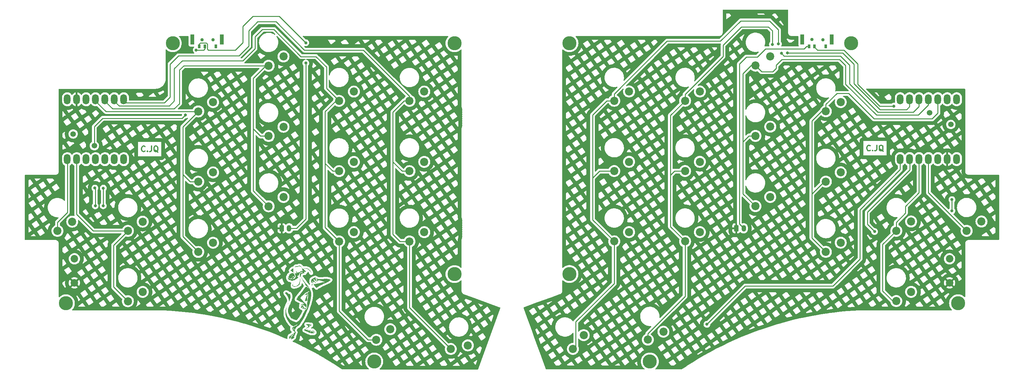
<source format=gtl>
%TF.GenerationSoftware,KiCad,Pcbnew,(6.0.11)*%
%TF.CreationDate,2023-05-08T18:46:22+08:00*%
%TF.ProjectId,DOOOPE,444f4f4f-5045-42e6-9b69-6361645f7063,Rev 1*%
%TF.SameCoordinates,Original*%
%TF.FileFunction,Copper,L1,Top*%
%TF.FilePolarity,Positive*%
%FSLAX46Y46*%
G04 Gerber Fmt 4.6, Leading zero omitted, Abs format (unit mm)*
G04 Created by KiCad (PCBNEW (6.0.11)) date 2023-05-08 18:46:22*
%MOMM*%
%LPD*%
G01*
G04 APERTURE LIST*
G04 Aperture macros list*
%AMRoundRect*
0 Rectangle with rounded corners*
0 $1 Rounding radius*
0 $2 $3 $4 $5 $6 $7 $8 $9 X,Y pos of 4 corners*
0 Add a 4 corners polygon primitive as box body*
4,1,4,$2,$3,$4,$5,$6,$7,$8,$9,$2,$3,0*
0 Add four circle primitives for the rounded corners*
1,1,$1+$1,$2,$3*
1,1,$1+$1,$4,$5*
1,1,$1+$1,$6,$7*
1,1,$1+$1,$8,$9*
0 Add four rect primitives between the rounded corners*
20,1,$1+$1,$2,$3,$4,$5,0*
20,1,$1+$1,$4,$5,$6,$7,0*
20,1,$1+$1,$6,$7,$8,$9,0*
20,1,$1+$1,$8,$9,$2,$3,0*%
G04 Aperture macros list end*
%ADD10C,0.300000*%
%TA.AperFunction,NonConductor*%
%ADD11C,0.300000*%
%TD*%
%TA.AperFunction,WasherPad*%
%ADD12C,0.900000*%
%TD*%
%TA.AperFunction,SMDPad,CuDef*%
%ADD13R,0.700000X1.000000*%
%TD*%
%TA.AperFunction,SMDPad,CuDef*%
%ADD14R,1.000000X2.800000*%
%TD*%
%TA.AperFunction,ComponentPad*%
%ADD15C,2.200000*%
%TD*%
%TA.AperFunction,ComponentPad*%
%ADD16RoundRect,0.250000X-0.350000X-0.625000X0.350000X-0.625000X0.350000X0.625000X-0.350000X0.625000X0*%
%TD*%
%TA.AperFunction,ComponentPad*%
%ADD17O,1.200000X1.750000*%
%TD*%
%TA.AperFunction,ConnectorPad*%
%ADD18C,3.800000*%
%TD*%
%TA.AperFunction,ComponentPad*%
%ADD19C,2.600000*%
%TD*%
%TA.AperFunction,ComponentPad*%
%ADD20O,1.800000X2.750000*%
%TD*%
%TA.AperFunction,ComponentPad*%
%ADD21C,1.500000*%
%TD*%
%TA.AperFunction,ComponentPad*%
%ADD22C,2.025000*%
%TD*%
%TA.AperFunction,ViaPad*%
%ADD23C,0.800000*%
%TD*%
%TA.AperFunction,Conductor*%
%ADD24C,0.250000*%
%TD*%
G04 APERTURE END LIST*
D10*
D11*
X48908930Y-84642378D02*
X48837501Y-84713806D01*
X48623215Y-84785235D01*
X48480358Y-84785235D01*
X48266072Y-84713806D01*
X48123215Y-84570949D01*
X48051787Y-84428092D01*
X47980358Y-84142378D01*
X47980358Y-83928092D01*
X48051787Y-83642378D01*
X48123215Y-83499521D01*
X48266072Y-83356664D01*
X48480358Y-83285235D01*
X48623215Y-83285235D01*
X48837501Y-83356664D01*
X48908930Y-83428092D01*
X49551787Y-84642378D02*
X49623215Y-84713806D01*
X49551787Y-84785235D01*
X49480358Y-84713806D01*
X49551787Y-84642378D01*
X49551787Y-84785235D01*
X50694644Y-83285235D02*
X50694644Y-84356664D01*
X50623215Y-84570949D01*
X50480358Y-84713806D01*
X50266072Y-84785235D01*
X50123215Y-84785235D01*
X52408930Y-84928092D02*
X52266072Y-84856664D01*
X52123215Y-84713806D01*
X51908930Y-84499521D01*
X51766072Y-84428092D01*
X51623215Y-84428092D01*
X51694644Y-84785235D02*
X51551787Y-84713806D01*
X51408930Y-84570949D01*
X51337501Y-84285235D01*
X51337501Y-83785235D01*
X51408930Y-83499521D01*
X51551787Y-83356664D01*
X51694644Y-83285235D01*
X51980358Y-83285235D01*
X52123215Y-83356664D01*
X52266072Y-83499521D01*
X52337501Y-83785235D01*
X52337501Y-84285235D01*
X52266072Y-84570949D01*
X52123215Y-84713806D01*
X51980358Y-84785235D01*
X51694644Y-84785235D01*
D10*
D11*
X244633930Y-84417378D02*
X244562501Y-84488806D01*
X244348215Y-84560235D01*
X244205358Y-84560235D01*
X243991072Y-84488806D01*
X243848215Y-84345949D01*
X243776787Y-84203092D01*
X243705358Y-83917378D01*
X243705358Y-83703092D01*
X243776787Y-83417378D01*
X243848215Y-83274521D01*
X243991072Y-83131664D01*
X244205358Y-83060235D01*
X244348215Y-83060235D01*
X244562501Y-83131664D01*
X244633930Y-83203092D01*
X245276787Y-84417378D02*
X245348215Y-84488806D01*
X245276787Y-84560235D01*
X245205358Y-84488806D01*
X245276787Y-84417378D01*
X245276787Y-84560235D01*
X246419644Y-83060235D02*
X246419644Y-84131664D01*
X246348215Y-84345949D01*
X246205358Y-84488806D01*
X245991072Y-84560235D01*
X245848215Y-84560235D01*
X248133930Y-84703092D02*
X247991072Y-84631664D01*
X247848215Y-84488806D01*
X247633930Y-84274521D01*
X247491072Y-84203092D01*
X247348215Y-84203092D01*
X247419644Y-84560235D02*
X247276787Y-84488806D01*
X247133930Y-84345949D01*
X247062501Y-84060235D01*
X247062501Y-83560235D01*
X247133930Y-83274521D01*
X247276787Y-83131664D01*
X247419644Y-83060235D01*
X247705358Y-83060235D01*
X247848215Y-83131664D01*
X247991072Y-83274521D01*
X248062501Y-83560235D01*
X248062501Y-84060235D01*
X247991072Y-84345949D01*
X247848215Y-84488806D01*
X247705358Y-84560235D01*
X247419644Y-84560235D01*
%TO.C,REF\u002A\u002A*%
G36*
X87681684Y-125642099D02*
G01*
X87644872Y-125678911D01*
X87608061Y-125642099D01*
X87644872Y-125605287D01*
X87681684Y-125642099D01*
G37*
G36*
X87630073Y-118602158D02*
G01*
X87661041Y-118456485D01*
X87671957Y-118444116D01*
X87738063Y-118411644D01*
X87789806Y-118481234D01*
X87838450Y-118672272D01*
X87854508Y-118758331D01*
X87870635Y-118798751D01*
X87878016Y-118710859D01*
X87876524Y-118574273D01*
X87859720Y-118349763D01*
X87820122Y-118244827D01*
X87755307Y-118230628D01*
X87704741Y-118215678D01*
X87748702Y-118139543D01*
X87861478Y-118026023D01*
X88017353Y-117898922D01*
X88190613Y-117782043D01*
X88307481Y-117719511D01*
X88601082Y-117609661D01*
X88819776Y-117599627D01*
X89000385Y-117693316D01*
X89108830Y-117804547D01*
X89300704Y-118096707D01*
X89403417Y-118393677D01*
X89406644Y-118656949D01*
X89366631Y-118765880D01*
X89294171Y-118886278D01*
X89262176Y-118882053D01*
X89243375Y-118782083D01*
X89170383Y-118574499D01*
X89038712Y-118498656D01*
X88854129Y-118553900D01*
X88622397Y-118739577D01*
X88503885Y-118865952D01*
X88292815Y-119059254D01*
X88105903Y-119116671D01*
X87921042Y-119042108D01*
X87848565Y-118981691D01*
X87736201Y-118840561D01*
X88082812Y-118840561D01*
X88094001Y-118873477D01*
X88123473Y-118803894D01*
X88163600Y-118652251D01*
X88206754Y-118438987D01*
X88221187Y-118353403D01*
X88240399Y-118191604D01*
X88224980Y-118167400D01*
X88205238Y-118206157D01*
X88156304Y-118369984D01*
X88109844Y-118602456D01*
X88097534Y-118684708D01*
X88082812Y-118840561D01*
X87736201Y-118840561D01*
X87697363Y-118791781D01*
X87630073Y-118602158D01*
G37*
G36*
X92736296Y-123884648D02*
G01*
X92709950Y-124354144D01*
X92682387Y-124696477D01*
X92647144Y-124931637D01*
X92597759Y-125079613D01*
X92527766Y-125160395D01*
X92430705Y-125193974D01*
X92310897Y-125200360D01*
X92044169Y-125200360D01*
X92147142Y-124853865D01*
X92241336Y-124578533D01*
X92365479Y-124266705D01*
X92431558Y-124117633D01*
X92531216Y-123882177D01*
X92597426Y-123684803D01*
X92613718Y-123596745D01*
X92561145Y-123460746D01*
X92424150Y-123420254D01*
X92236804Y-123483359D01*
X92208942Y-123500629D01*
X92077132Y-123572290D01*
X92028181Y-123550282D01*
X92025452Y-123522569D01*
X92087335Y-123408396D01*
X92252987Y-123257962D01*
X92492412Y-123096559D01*
X92607822Y-123031546D01*
X92785264Y-122937052D01*
X92736296Y-123884648D01*
G37*
G36*
X90663538Y-115595956D02*
G01*
X90855755Y-115672704D01*
X91060627Y-115828388D01*
X91237057Y-116051575D01*
X91345919Y-116286419D01*
X91362843Y-116396512D01*
X91423944Y-116445797D01*
X91557882Y-116429866D01*
X91694282Y-116413269D01*
X91704060Y-116459974D01*
X91722856Y-116540468D01*
X91803563Y-116586123D01*
X91941386Y-116674617D01*
X92100196Y-116834935D01*
X92238598Y-117017435D01*
X92315200Y-117172473D01*
X92319945Y-117205415D01*
X92260468Y-117274866D01*
X92191104Y-117282017D01*
X92001566Y-117274964D01*
X91922012Y-117277389D01*
X91827269Y-117293873D01*
X91844133Y-117351641D01*
X91903607Y-117420505D01*
X92004534Y-117552867D01*
X91992764Y-117623904D01*
X91855007Y-117651217D01*
X91727303Y-117653983D01*
X91506276Y-117677785D01*
X91289844Y-117738177D01*
X91117386Y-117818641D01*
X91028285Y-117902655D01*
X91030247Y-117946385D01*
X91040851Y-118054906D01*
X91010676Y-118230565D01*
X90954851Y-118423433D01*
X90888504Y-118583578D01*
X90826763Y-118661071D01*
X90813549Y-118661592D01*
X90751512Y-118572374D01*
X90714897Y-118383090D01*
X90708427Y-118139460D01*
X90734679Y-117898388D01*
X90847439Y-117667219D01*
X91066294Y-117504513D01*
X91356981Y-117434218D01*
X91400344Y-117433113D01*
X91527865Y-117410141D01*
X91546901Y-117359490D01*
X91429443Y-117297052D01*
X91220358Y-117296059D01*
X90961784Y-117356411D01*
X90948655Y-117360918D01*
X90808355Y-117438646D01*
X90693723Y-117582774D01*
X90577302Y-117829434D01*
X90560050Y-117872307D01*
X90450409Y-118121718D01*
X90355160Y-118260945D01*
X90249374Y-118321700D01*
X90199454Y-118331024D01*
X90037588Y-118383771D01*
X89985203Y-118468666D01*
X90055233Y-118551792D01*
X90107196Y-118572987D01*
X90228234Y-118636719D01*
X90258496Y-118684020D01*
X90199432Y-118820320D01*
X90047802Y-118989494D01*
X89841947Y-119157001D01*
X89620210Y-119288300D01*
X89558468Y-119314650D01*
X89375789Y-119399223D01*
X89276384Y-119474904D01*
X89270414Y-119503997D01*
X89230949Y-119543252D01*
X89084768Y-119565947D01*
X89006901Y-119568186D01*
X88818122Y-119583512D01*
X88744972Y-119625023D01*
X88749220Y-119641809D01*
X88741468Y-119702045D01*
X88635046Y-119709930D01*
X88467554Y-119668908D01*
X88312161Y-119601789D01*
X88128088Y-119529667D01*
X87983457Y-119511847D01*
X87980857Y-119512335D01*
X87818903Y-119474915D01*
X87665408Y-119313394D01*
X87545403Y-119060243D01*
X87485984Y-118852691D01*
X87465737Y-118715568D01*
X87482700Y-118670150D01*
X87534912Y-118737717D01*
X87568574Y-118808784D01*
X87707167Y-119009451D01*
X87893340Y-119158494D01*
X88174013Y-119244193D01*
X88522592Y-119269075D01*
X88873000Y-119233398D01*
X89127163Y-119153661D01*
X89410681Y-118967283D01*
X89560528Y-118735139D01*
X89579092Y-118447820D01*
X89468766Y-118095915D01*
X89421131Y-117996361D01*
X89331347Y-117798433D01*
X89288303Y-117660556D01*
X89292484Y-117622678D01*
X89385137Y-117626338D01*
X89558572Y-117670699D01*
X89614485Y-117689030D01*
X89800143Y-117736199D01*
X89886083Y-117727403D01*
X89856175Y-117674544D01*
X89729034Y-117604490D01*
X89657581Y-117562071D01*
X89695114Y-117538103D01*
X89858111Y-117526278D01*
X89939171Y-117524034D01*
X90255562Y-117482853D01*
X90566450Y-117359970D01*
X90704804Y-117283173D01*
X90959871Y-117149730D01*
X91205397Y-117048707D01*
X91341333Y-117011441D01*
X91501932Y-116964725D01*
X91582651Y-116904551D01*
X91562705Y-116856625D01*
X91476614Y-116844128D01*
X91388328Y-116775237D01*
X91324590Y-116586936D01*
X91321104Y-116568041D01*
X91211896Y-116214066D01*
X91020224Y-115970053D01*
X90804395Y-115842849D01*
X90628221Y-115782579D01*
X90486482Y-115787667D01*
X90304923Y-115863514D01*
X90268689Y-115881826D01*
X90055555Y-115969351D01*
X89929599Y-115964720D01*
X89906699Y-115947520D01*
X89789391Y-115906546D01*
X89589859Y-115951719D01*
X89351805Y-116034705D01*
X89492063Y-115879721D01*
X89618586Y-115779344D01*
X89783957Y-115749147D01*
X89946728Y-115760175D01*
X90191037Y-115763787D01*
X90313051Y-115708014D01*
X90315032Y-115704869D01*
X90453551Y-115589269D01*
X90663538Y-115595956D01*
G37*
G36*
X90763228Y-119166939D02*
G01*
X90787455Y-119272794D01*
X90790454Y-119483492D01*
X90775771Y-119758732D01*
X90746956Y-120058212D01*
X90707555Y-120341628D01*
X90661117Y-120568677D01*
X90631792Y-120660026D01*
X90493683Y-120833501D01*
X90249169Y-120998510D01*
X89937608Y-121141870D01*
X89598358Y-121250393D01*
X89270777Y-121310895D01*
X88994223Y-121310188D01*
X88841249Y-121259907D01*
X88737049Y-121115517D01*
X88729847Y-120892150D01*
X88783703Y-120709345D01*
X88823940Y-120635798D01*
X88840005Y-120688127D01*
X88840850Y-120804798D01*
X88873577Y-121040553D01*
X88994662Y-121172077D01*
X89224648Y-121218542D01*
X89284996Y-121219319D01*
X89707400Y-121148784D01*
X90070173Y-120953595D01*
X90361521Y-120648358D01*
X90569654Y-120247678D01*
X90682779Y-119766159D01*
X90700235Y-119466475D01*
X90711034Y-119266442D01*
X90739346Y-119166080D01*
X90763228Y-119166939D01*
G37*
G36*
X87534438Y-125936592D02*
G01*
X87497626Y-125973403D01*
X87460814Y-125936592D01*
X87497626Y-125899780D01*
X87534438Y-125936592D01*
G37*
G36*
X89926164Y-117293616D02*
G01*
X89964003Y-117393991D01*
X89954259Y-117490219D01*
X89945597Y-117500757D01*
X89873074Y-117469939D01*
X89721453Y-117403028D01*
X89706322Y-117396286D01*
X89568525Y-117324851D01*
X89555742Y-117278003D01*
X89614293Y-117247142D01*
X89793587Y-117225906D01*
X89926164Y-117293616D01*
G37*
G36*
X92521089Y-116291727D02*
G01*
X92881734Y-116405589D01*
X93218015Y-116625024D01*
X93296028Y-116691102D01*
X93437670Y-116848544D01*
X93578504Y-117057271D01*
X93697977Y-117277988D01*
X93775534Y-117471403D01*
X93790620Y-117598223D01*
X93780347Y-117616962D01*
X93737271Y-117577882D01*
X93671618Y-117439371D01*
X93652756Y-117389579D01*
X93439173Y-116994487D01*
X93114839Y-116689285D01*
X92676157Y-116471603D01*
X92119530Y-116339067D01*
X92044861Y-116328800D01*
X91620525Y-116274449D01*
X92083034Y-116264796D01*
X92521089Y-116291727D01*
G37*
G36*
X92965774Y-131435667D02*
G01*
X93149811Y-131458259D01*
X93501127Y-131504646D01*
X93352275Y-131693881D01*
X93231136Y-131872955D01*
X93221719Y-131972712D01*
X93324953Y-132010822D01*
X93369075Y-132012797D01*
X93402404Y-132042033D01*
X93300237Y-132126556D01*
X93063319Y-132265795D01*
X92982554Y-132309390D01*
X92621687Y-132506528D01*
X92379375Y-132652256D01*
X92240865Y-132757704D01*
X92191406Y-132834002D01*
X92213467Y-132889620D01*
X92311322Y-132921556D01*
X92523550Y-132955730D01*
X92817428Y-132987746D01*
X93111394Y-133010257D01*
X93440635Y-133035287D01*
X93707858Y-133063953D01*
X93883726Y-133092541D01*
X93939655Y-133115122D01*
X93878210Y-133147636D01*
X93774003Y-133144987D01*
X93613453Y-133127437D01*
X93365566Y-133105390D01*
X93139690Y-133087783D01*
X92877973Y-133080513D01*
X92751293Y-133100425D01*
X92752189Y-133137622D01*
X92873197Y-133182203D01*
X93106856Y-133224269D01*
X93254802Y-133240477D01*
X93691328Y-133280060D01*
X93576216Y-133526363D01*
X93483012Y-133686774D01*
X93400031Y-133768049D01*
X93387481Y-133770604D01*
X93292313Y-133741332D01*
X93096063Y-133664253D01*
X92831626Y-133552644D01*
X92651249Y-133473440D01*
X92283834Y-133307025D01*
X92040427Y-133183010D01*
X91909824Y-133085505D01*
X91880815Y-132998618D01*
X91942195Y-132906457D01*
X92082756Y-132793131D01*
X92141492Y-132750617D01*
X92391082Y-132557974D01*
X92627393Y-132352622D01*
X92822709Y-132161301D01*
X92949320Y-132010748D01*
X92982554Y-131939138D01*
X92923916Y-131866504D01*
X92775597Y-131759379D01*
X92688061Y-131707166D01*
X92472783Y-131570573D01*
X92390868Y-131476230D01*
X92444364Y-131423034D01*
X92635316Y-131409881D01*
X92965774Y-131435667D01*
G37*
G36*
X94029568Y-133312580D02*
G01*
X94192715Y-133437093D01*
X94358717Y-133595248D01*
X94484759Y-133746650D01*
X94528640Y-133843722D01*
X94463178Y-133885633D01*
X94297795Y-133910347D01*
X94079002Y-133916165D01*
X93853307Y-133901391D01*
X93700380Y-133873957D01*
X93591169Y-133811557D01*
X93571539Y-133768407D01*
X93611978Y-133615786D01*
X93708643Y-133444085D01*
X93824559Y-133308276D01*
X93912096Y-133262099D01*
X94029568Y-133312580D01*
G37*
G36*
X94187925Y-133081356D02*
G01*
X94322650Y-133176185D01*
X94477934Y-133317962D01*
X94616677Y-133473809D01*
X94684813Y-133574997D01*
X94724302Y-133684092D01*
X94675266Y-133691565D01*
X94549813Y-133603285D01*
X94360052Y-133425123D01*
X94345902Y-133410697D01*
X94198232Y-133242613D01*
X94115770Y-133114637D01*
X94110859Y-133066354D01*
X94187925Y-133081356D01*
G37*
G36*
X87608061Y-125789345D02*
G01*
X87571249Y-125826157D01*
X87534438Y-125789345D01*
X87571249Y-125752534D01*
X87608061Y-125789345D01*
G37*
G36*
X89102291Y-117413217D02*
G01*
X89117336Y-117433113D01*
X89113971Y-117501064D01*
X89089215Y-117506737D01*
X88985135Y-117453010D01*
X88970090Y-117433113D01*
X88973455Y-117365162D01*
X88998211Y-117359490D01*
X89102291Y-117413217D01*
G37*
G36*
X94078633Y-120676542D02*
G01*
X94116128Y-120801956D01*
X94059430Y-120955676D01*
X93961080Y-121139445D01*
X93908930Y-120931664D01*
X93894658Y-120752758D01*
X93939715Y-120641727D01*
X94023447Y-120629623D01*
X94078633Y-120676542D01*
G37*
G36*
X95163831Y-118959890D02*
G01*
X95180559Y-118971588D01*
X95422814Y-119112305D01*
X95696067Y-119200320D01*
X96029199Y-119239388D01*
X96451090Y-119233266D01*
X96901187Y-119195321D01*
X97327865Y-119155933D01*
X97655011Y-119140790D01*
X97928366Y-119150111D01*
X98193672Y-119184119D01*
X98293883Y-119202044D01*
X98554510Y-119262930D01*
X98752784Y-119331163D01*
X98848656Y-119392728D01*
X98850688Y-119396906D01*
X98930328Y-119456753D01*
X98972152Y-119445456D01*
X98984640Y-119459752D01*
X98912043Y-119554726D01*
X98876479Y-119594725D01*
X98703651Y-119741496D01*
X98463107Y-119896109D01*
X98324305Y-119968805D01*
X98109377Y-120070384D01*
X97802730Y-120214827D01*
X97445992Y-120382545D01*
X97096087Y-120546776D01*
X96708832Y-120736110D01*
X96313034Y-120942696D01*
X95958840Y-121139671D01*
X95726545Y-121280384D01*
X95213036Y-121612571D01*
X94792269Y-121142140D01*
X94582453Y-120892681D01*
X94470383Y-120724278D01*
X94461424Y-120645222D01*
X94468477Y-120641825D01*
X94583701Y-120617582D01*
X94802447Y-120580049D01*
X95082416Y-120536386D01*
X95154438Y-120525729D01*
X95516336Y-120458083D01*
X95934694Y-120358053D01*
X96328260Y-120245376D01*
X96386809Y-120226398D01*
X96783819Y-120110345D01*
X97095534Y-120051252D01*
X97270287Y-120048954D01*
X97389949Y-120056000D01*
X97391659Y-120027979D01*
X97297891Y-119974121D01*
X97131121Y-119903656D01*
X96913821Y-119825814D01*
X96668465Y-119749824D01*
X96417528Y-119684915D01*
X96345651Y-119669219D01*
X96085707Y-119607425D01*
X95889815Y-119546127D01*
X95796046Y-119497477D01*
X95793425Y-119492959D01*
X95733970Y-119500950D01*
X95607919Y-119594377D01*
X95514884Y-119681382D01*
X95344432Y-119831107D01*
X95200118Y-119922785D01*
X95151983Y-119936302D01*
X95055934Y-119995017D01*
X95044003Y-120044146D01*
X94983864Y-120157048D01*
X94846811Y-120260025D01*
X94699133Y-120304066D01*
X94718099Y-120260847D01*
X94825216Y-120147600D01*
X94995341Y-119988355D01*
X95203333Y-119807140D01*
X95320090Y-119710595D01*
X95406106Y-119557188D01*
X95364204Y-119351999D01*
X95197532Y-119110351D01*
X95196503Y-119109202D01*
X95059758Y-118967453D01*
X94983651Y-118928834D01*
X94937908Y-118980645D01*
X94930882Y-118997771D01*
X94912610Y-119163166D01*
X94937408Y-119329075D01*
X94982131Y-119451677D01*
X95014478Y-119437080D01*
X95024370Y-119402534D01*
X95094004Y-119287105D01*
X95187520Y-119304533D01*
X95240439Y-119389837D01*
X95235202Y-119540043D01*
X95123732Y-119649364D01*
X94946744Y-119686276D01*
X94872045Y-119675079D01*
X94718850Y-119593466D01*
X94616935Y-119417190D01*
X94591220Y-119339488D01*
X94518051Y-119152785D01*
X94450805Y-119062633D01*
X94409715Y-119079198D01*
X94415011Y-119212646D01*
X94423646Y-119255287D01*
X94486304Y-119511610D01*
X94545229Y-119661735D01*
X94622073Y-119744507D01*
X94723429Y-119793135D01*
X94849203Y-119872613D01*
X94842220Y-119947903D01*
X94716077Y-119998630D01*
X94579513Y-120008798D01*
X94346031Y-119984177D01*
X94211882Y-119890241D01*
X94136596Y-119692610D01*
X94121633Y-119619802D01*
X94072921Y-119433589D01*
X94030200Y-119389441D01*
X94002846Y-119482213D01*
X93999416Y-119686840D01*
X94050477Y-119965570D01*
X94180163Y-120122409D01*
X94335191Y-120162984D01*
X94420621Y-120181020D01*
X94395849Y-120207248D01*
X94261982Y-120220609D01*
X94064992Y-120201485D01*
X94046139Y-120198099D01*
X93792409Y-120150499D01*
X93792409Y-119729806D01*
X93798501Y-119505157D01*
X93833819Y-119349991D01*
X93923925Y-119231942D01*
X94094381Y-119118643D01*
X94370749Y-118977730D01*
X94396243Y-118965251D01*
X94693300Y-118853905D01*
X94934737Y-118852002D01*
X95163831Y-118959890D01*
G37*
G36*
X88978396Y-116406468D02*
G01*
X88962097Y-116494418D01*
X88928067Y-116678782D01*
X88916188Y-116914259D01*
X88916927Y-116948766D01*
X88908923Y-117214765D01*
X88858297Y-117346356D01*
X88758490Y-117351893D01*
X88653961Y-117283712D01*
X88540161Y-117168303D01*
X88506715Y-117087392D01*
X88462497Y-117032942D01*
X88362698Y-117004660D01*
X88244125Y-116975810D01*
X88213653Y-116918832D01*
X88277013Y-116809605D01*
X88439938Y-116624007D01*
X88457710Y-116604853D01*
X88647467Y-116433839D01*
X88813822Y-116340197D01*
X88932292Y-116329287D01*
X88978396Y-116406468D01*
G37*
G36*
X89096807Y-118665264D02*
G01*
X89128898Y-118795137D01*
X89065976Y-118951709D01*
X89041231Y-118981942D01*
X88913541Y-119064150D01*
X88737154Y-119115858D01*
X88563259Y-119130708D01*
X88443046Y-119102342D01*
X88417916Y-119059368D01*
X88473734Y-118963399D01*
X88608892Y-118833039D01*
X88774946Y-118707060D01*
X88923451Y-118624232D01*
X88978049Y-118611084D01*
X89096807Y-118665264D01*
G37*
G36*
X91818952Y-127036805D02*
G01*
X91726994Y-127220741D01*
X91650582Y-127285857D01*
X91550004Y-127249818D01*
X91468944Y-127192498D01*
X91380036Y-127064442D01*
X91415750Y-126934806D01*
X91557066Y-126834386D01*
X91712875Y-126797529D01*
X91937622Y-126774989D01*
X91818952Y-127036805D01*
G37*
G36*
X91060649Y-118758406D02*
G01*
X91162891Y-118873367D01*
X91292889Y-119060054D01*
X91431576Y-119262134D01*
X91638877Y-119545571D01*
X91890280Y-119877666D01*
X92161271Y-120225717D01*
X92257922Y-120347397D01*
X92712404Y-120929284D01*
X93072864Y-121424859D01*
X93348119Y-121853191D01*
X93546986Y-122233349D01*
X93678284Y-122584402D01*
X93750829Y-122925421D01*
X93773439Y-123275473D01*
X93759886Y-123595586D01*
X93733262Y-123900875D01*
X93706060Y-124166899D01*
X93683319Y-124345338D01*
X93679302Y-124368630D01*
X93320723Y-125912852D01*
X92851014Y-127370913D01*
X92264825Y-128759086D01*
X92172050Y-128951036D01*
X91830309Y-129624045D01*
X91498885Y-130232774D01*
X91185111Y-130766141D01*
X90896320Y-131213066D01*
X90639847Y-131562466D01*
X90423024Y-131803259D01*
X90253184Y-131924364D01*
X90196150Y-131936882D01*
X90053674Y-131994860D01*
X89870020Y-132145731D01*
X89677682Y-132354895D01*
X89509156Y-132587753D01*
X89411365Y-132772491D01*
X89343178Y-132959182D01*
X89336920Y-133098079D01*
X89396396Y-133262244D01*
X89441746Y-133356008D01*
X89590215Y-133656090D01*
X89408993Y-134109074D01*
X89316147Y-134351960D01*
X89250792Y-134543568D01*
X89227771Y-134638082D01*
X89168815Y-134676107D01*
X88986898Y-134649172D01*
X88933207Y-134635482D01*
X88638643Y-134556858D01*
X88910018Y-134278946D01*
X89081942Y-134089955D01*
X89144736Y-133992120D01*
X89105430Y-133986110D01*
X88971053Y-134072592D01*
X88748638Y-134252234D01*
X88736715Y-134262481D01*
X88505920Y-134481489D01*
X88364763Y-134678347D01*
X88276644Y-134906702D01*
X88263302Y-134956416D01*
X88168824Y-135207053D01*
X88051903Y-135327510D01*
X87921438Y-135310442D01*
X87878012Y-135274466D01*
X87832882Y-135142542D01*
X87844371Y-134936055D01*
X87908515Y-134714648D01*
X87916422Y-134696715D01*
X88010726Y-134559691D01*
X88139763Y-134539885D01*
X88172142Y-134546914D01*
X88292806Y-134557388D01*
X88302578Y-134490795D01*
X88300783Y-134485974D01*
X88342158Y-134388433D01*
X88519640Y-134235197D01*
X88818106Y-134035705D01*
X89065353Y-133876865D01*
X89256247Y-133745213D01*
X89362428Y-133660728D01*
X89375017Y-133643315D01*
X89326936Y-133572673D01*
X89200050Y-133428101D01*
X89020398Y-133239061D01*
X88994174Y-133212400D01*
X88613331Y-132826767D01*
X88938957Y-132841969D01*
X89168716Y-132827759D01*
X89263705Y-132764998D01*
X89223636Y-132665096D01*
X89048226Y-132539460D01*
X88947811Y-132488191D01*
X88631039Y-132338102D01*
X88984622Y-132168115D01*
X89254002Y-132029604D01*
X89519301Y-131878121D01*
X89751963Y-131732008D01*
X89923434Y-131609604D01*
X90005159Y-131529252D01*
X90005679Y-131512278D01*
X89927808Y-131526477D01*
X89754379Y-131597544D01*
X89518833Y-131711348D01*
X89448966Y-131747548D01*
X88929797Y-132020363D01*
X88692262Y-131872824D01*
X88304647Y-131566280D01*
X87921655Y-131142408D01*
X87562778Y-130630375D01*
X87247508Y-130059348D01*
X86995337Y-129458492D01*
X86916162Y-129215183D01*
X86835696Y-128797085D01*
X86812139Y-128314616D01*
X86841277Y-127811010D01*
X86918901Y-127329503D01*
X87040797Y-126913330D01*
X87165076Y-126660039D01*
X87226342Y-126570477D01*
X87222500Y-126610468D01*
X87202398Y-126672824D01*
X87082748Y-127123726D01*
X87013574Y-127577327D01*
X87001728Y-127979430D01*
X87017694Y-128133882D01*
X87187293Y-128799198D01*
X87459721Y-129390059D01*
X87823737Y-129892114D01*
X88268096Y-130291014D01*
X88781556Y-130572407D01*
X88983429Y-130642863D01*
X89290747Y-130734671D01*
X89479758Y-130793739D01*
X89572738Y-130831114D01*
X89591968Y-130857839D01*
X89559723Y-130884961D01*
X89520200Y-130908990D01*
X89457704Y-130965295D01*
X89508098Y-130975106D01*
X89645686Y-130941681D01*
X89844772Y-130868275D01*
X89846217Y-130867672D01*
X90061588Y-130749718D01*
X90304256Y-130577324D01*
X90413751Y-130485235D01*
X90611696Y-130266567D01*
X90847879Y-129942950D01*
X91103568Y-129545210D01*
X91360029Y-129104176D01*
X91598529Y-128650677D01*
X91800333Y-128215540D01*
X91817096Y-128175846D01*
X91960772Y-127858213D01*
X92079105Y-127661003D01*
X92186075Y-127562744D01*
X92226647Y-127546885D01*
X92370850Y-127458490D01*
X92519006Y-127294092D01*
X92546667Y-127252339D01*
X92612591Y-127132485D01*
X92656887Y-127005153D01*
X92682204Y-126841902D01*
X92691192Y-126614295D01*
X92686498Y-126293895D01*
X92672651Y-125899780D01*
X92681693Y-125711953D01*
X92714475Y-125428994D01*
X92764870Y-125099955D01*
X92790510Y-124956080D01*
X92889248Y-124108843D01*
X92895307Y-123539953D01*
X92872119Y-122809845D01*
X93074583Y-122726170D01*
X93222320Y-122641493D01*
X93273426Y-122567659D01*
X93221503Y-122534537D01*
X93111394Y-122554291D01*
X92716956Y-122721237D01*
X92276971Y-122982985D01*
X91829480Y-123313114D01*
X91412520Y-123685203D01*
X91266927Y-123835411D01*
X91075016Y-124048523D01*
X90929251Y-124221478D01*
X90853240Y-124325840D01*
X90847481Y-124340685D01*
X90897056Y-124407686D01*
X91034117Y-124559405D01*
X91241165Y-124777315D01*
X91500700Y-125042888D01*
X91694148Y-125237171D01*
X92540814Y-126081436D01*
X92535640Y-126524376D01*
X92521517Y-126789563D01*
X92490446Y-127012217D01*
X92460885Y-127114563D01*
X92416731Y-127195211D01*
X92414831Y-127147474D01*
X92430862Y-127058502D01*
X92433479Y-126894044D01*
X92334897Y-126795272D01*
X92288486Y-126772301D01*
X92160000Y-126677225D01*
X92096341Y-126513197D01*
X92080021Y-126386623D01*
X92053489Y-126083838D01*
X91992802Y-126326383D01*
X91932115Y-126568929D01*
X91800693Y-126352822D01*
X91689104Y-126191302D01*
X91596092Y-126091728D01*
X91591202Y-126088466D01*
X91471463Y-126085458D01*
X91306762Y-126149856D01*
X91163071Y-126252244D01*
X91127571Y-126295191D01*
X91049700Y-126336620D01*
X91025051Y-126322760D01*
X91013753Y-126233563D01*
X91110123Y-126132078D01*
X91277558Y-126035466D01*
X91479454Y-125960886D01*
X91679208Y-125925497D01*
X91833510Y-125943754D01*
X91933562Y-125943069D01*
X91951829Y-125902881D01*
X91888963Y-125837261D01*
X91719983Y-125731418D01*
X91474319Y-125602661D01*
X91307626Y-125523999D01*
X90824441Y-125303972D01*
X90459018Y-125134912D01*
X90194903Y-125007231D01*
X90015637Y-124911341D01*
X89904766Y-124837656D01*
X89845832Y-124776588D01*
X89822380Y-124718549D01*
X89817968Y-124656123D01*
X89868273Y-124498644D01*
X90007489Y-124275134D01*
X90166467Y-124074612D01*
X90819195Y-123293043D01*
X91381676Y-122564035D01*
X91738063Y-122063830D01*
X91983533Y-121708902D01*
X92164796Y-121464006D01*
X92302541Y-121318865D01*
X92417458Y-121263202D01*
X92530235Y-121286742D01*
X92661562Y-121379207D01*
X92825014Y-121523928D01*
X93010660Y-121680452D01*
X93145623Y-121774436D01*
X93202986Y-121787388D01*
X93203423Y-121783916D01*
X93151304Y-121668205D01*
X93020017Y-121501289D01*
X92847173Y-121321658D01*
X92670379Y-121167801D01*
X92527244Y-121078207D01*
X92507589Y-121071783D01*
X92362643Y-120967352D01*
X92201000Y-120728134D01*
X92141089Y-120612604D01*
X92010209Y-120372281D01*
X91821735Y-120060167D01*
X91604822Y-119723448D01*
X91460139Y-119510507D01*
X91272388Y-119230782D01*
X91124619Y-118991052D01*
X91032946Y-118818813D01*
X91011487Y-118744863D01*
X91060649Y-118758406D01*
G37*
G36*
X88908737Y-120255336D02*
G01*
X88917548Y-120342709D01*
X88908737Y-120353500D01*
X88864968Y-120343394D01*
X88859655Y-120304418D01*
X88886593Y-120243818D01*
X88908737Y-120255336D01*
G37*
G36*
X88823855Y-134683654D02*
G01*
X89070568Y-134742748D01*
X89183410Y-134827242D01*
X89175432Y-134952763D01*
X89124848Y-135044070D01*
X89008209Y-135167552D01*
X88824634Y-135311894D01*
X88623362Y-135443593D01*
X88453634Y-135529144D01*
X88389486Y-135544418D01*
X88362032Y-135478740D01*
X88345997Y-135313338D01*
X88344293Y-135227185D01*
X88374451Y-134923630D01*
X88472368Y-134743356D01*
X88649213Y-134673706D01*
X88823855Y-134683654D01*
G37*
G36*
X92172792Y-127049698D02*
G01*
X92202877Y-127090623D01*
X92301595Y-127257589D01*
X92289211Y-127342945D01*
X92156686Y-127371216D01*
X92099075Y-127372244D01*
X91935578Y-127347693D01*
X91879498Y-127259984D01*
X91878206Y-127234012D01*
X91930256Y-127071111D01*
X91982007Y-127009633D01*
X92077121Y-126971573D01*
X92172792Y-127049698D01*
G37*
G36*
X91539161Y-126347303D02*
G01*
X91597186Y-126413498D01*
X91710231Y-126586809D01*
X91711772Y-126683120D01*
X91602194Y-126692835D01*
X91586172Y-126688946D01*
X91447458Y-126707369D01*
X91313823Y-126852765D01*
X91304985Y-126866511D01*
X91208610Y-127005616D01*
X91141879Y-127032295D01*
X91058637Y-126960365D01*
X91044249Y-126944549D01*
X90963399Y-126835188D01*
X90988165Y-126751331D01*
X91066018Y-126674934D01*
X91161614Y-126557870D01*
X91174987Y-126482620D01*
X91202467Y-126407977D01*
X91300631Y-126335412D01*
X91433877Y-126289964D01*
X91539161Y-126347303D01*
G37*
G36*
X90233954Y-117384031D02*
G01*
X90223848Y-117427800D01*
X90184872Y-117433113D01*
X90124272Y-117406176D01*
X90135790Y-117384031D01*
X90223164Y-117375220D01*
X90233954Y-117384031D01*
G37*
G36*
X88830568Y-132551660D02*
G01*
X88907925Y-132590913D01*
X89190959Y-132740229D01*
X88912562Y-132743483D01*
X88683844Y-132714170D01*
X88590568Y-132633127D01*
X88571192Y-132510883D01*
X88648711Y-132484057D01*
X88830568Y-132551660D01*
G37*
G36*
X87289027Y-126366060D02*
G01*
X87297838Y-126453434D01*
X87289027Y-126464225D01*
X87245258Y-126454118D01*
X87239945Y-126415142D01*
X87266882Y-126354542D01*
X87289027Y-126366060D01*
G37*
G36*
X93799528Y-131543036D02*
G01*
X93790694Y-131653590D01*
X93720706Y-131777112D01*
X93606574Y-131863908D01*
X93603558Y-131865081D01*
X93430642Y-131924817D01*
X93367143Y-131922870D01*
X93387672Y-131856784D01*
X93394334Y-131844853D01*
X93509015Y-131680973D01*
X93636317Y-131548696D01*
X93730196Y-131495142D01*
X93799528Y-131543036D01*
G37*
G36*
X94323552Y-120469195D02*
G01*
X94349808Y-120518410D01*
X94256826Y-120586774D01*
X94103930Y-120631808D01*
X94049891Y-120598590D01*
X94063119Y-120519728D01*
X94166945Y-120465875D01*
X94304730Y-120463811D01*
X94323552Y-120469195D01*
G37*
G36*
X87460814Y-126083838D02*
G01*
X87424003Y-126120650D01*
X87387191Y-126083838D01*
X87424003Y-126047026D01*
X87460814Y-126083838D01*
G37*
G36*
X87387191Y-126231084D02*
G01*
X87350380Y-126267896D01*
X87313568Y-126231084D01*
X87350380Y-126194273D01*
X87387191Y-126231084D01*
G37*
G36*
X87150401Y-122827239D02*
G01*
X87412686Y-122952686D01*
X87707849Y-123205192D01*
X87735926Y-123233706D01*
X87889226Y-123381130D01*
X87978603Y-123446565D01*
X87986790Y-123417742D01*
X87982207Y-123408692D01*
X87928106Y-123267237D01*
X87932434Y-123194924D01*
X87982772Y-123229117D01*
X88060316Y-123364395D01*
X88094260Y-123440352D01*
X88184794Y-123830440D01*
X88168906Y-124282923D01*
X88050580Y-124762773D01*
X87904834Y-125104295D01*
X87798755Y-125302251D01*
X87731162Y-125407228D01*
X87713918Y-125401459D01*
X87717829Y-125384418D01*
X87767191Y-124993847D01*
X87703983Y-124588575D01*
X87522840Y-124152375D01*
X87218397Y-123669017D01*
X87096443Y-123504841D01*
X86890941Y-123222043D01*
X86781954Y-123028460D01*
X86764524Y-122906607D01*
X86833694Y-122838999D01*
X86902159Y-122819492D01*
X87150401Y-122827239D01*
G37*
%TD*%
D12*
%TO.P,On / Off,*%
%TO.N,*%
X67283930Y-54566664D03*
X64283930Y-54516664D03*
D13*
%TO.P,On / Off,1,A*%
%TO.N,unconnected-(PSW1-Pad1)*%
X68033930Y-56366664D03*
%TO.P,On / Off,2,B*%
%TO.N,L_BAT+*%
X65033930Y-56366664D03*
%TO.P,On / Off,3,C*%
%TO.N,L_VBAT*%
X63533930Y-56366664D03*
D14*
%TO.P,On / Off,NC*%
%TO.N,N/C*%
X61683930Y-54466664D03*
X69633930Y-54466664D03*
%TD*%
D15*
%TO.P,SW33,1,1*%
%TO.N,R_Col0*%
X164401157Y-138101728D03*
%TO.P,SW33,2,2*%
%TO.N,Net-(D33-Pad2)*%
X167304877Y-134384415D03*
%TD*%
%TO.P,SW10,1,1*%
%TO.N,L_Col5*%
X120283930Y-90056664D03*
%TO.P,SW10,2,2*%
%TO.N,Net-(D10-Pad2)*%
X124283930Y-87556664D03*
%TD*%
%TO.P,SW28,1,1*%
%TO.N,R_Col0*%
X175546430Y-109031664D03*
%TO.P,SW28,2,2*%
%TO.N,Net-(D28-Pad2)*%
X179546430Y-106531664D03*
%TD*%
D16*
%TO.P,J4,1,Pin_1*%
%TO.N,R_GND*%
X208483930Y-105506664D03*
D17*
%TO.P,J4,2,Pin_2*%
%TO.N,R_VBAT*%
X210483930Y-105506664D03*
%TD*%
D15*
%TO.P,SW3,1,1*%
%TO.N,L_Col3*%
X82283930Y-61556664D03*
%TO.P,SW3,2,2*%
%TO.N,Net-(D3-Pad2)*%
X86283930Y-59056664D03*
%TD*%
%TO.P,SW23,1,1*%
%TO.N,R_Col0*%
X175546430Y-90031664D03*
%TO.P,SW23,2,2*%
%TO.N,Net-(D23-Pad2)*%
X179546430Y-87531664D03*
%TD*%
%TO.P,SW20,1,1*%
%TO.N,R_Col2*%
X213658930Y-61531664D03*
%TO.P,SW20,2,2*%
%TO.N,Net-(D20-Pad2)*%
X217658930Y-59031664D03*
%TD*%
%TO.P,SW30,1,1*%
%TO.N,R_Col2*%
X213658930Y-99531664D03*
%TO.P,SW30,2,2*%
%TO.N,Net-(D30-Pad2)*%
X217658930Y-97031664D03*
%TD*%
%TO.P,SW24,1,1*%
%TO.N,R_Col1*%
X194658930Y-90031664D03*
%TO.P,SW24,2,2*%
%TO.N,Net-(D24-Pad2)*%
X198658930Y-87531664D03*
%TD*%
%TO.P,SW27,1,1*%
%TO.N,R_Col4*%
X251658930Y-106181664D03*
%TO.P,SW27,2,2*%
%TO.N,Net-(D27-Pad2)*%
X255658930Y-103681664D03*
%TD*%
%TO.P,SW7,1,1*%
%TO.N,L_Col2*%
X63283930Y-92906664D03*
%TO.P,SW7,2,2*%
%TO.N,Net-(D7-Pad2)*%
X67283930Y-90406664D03*
%TD*%
%TO.P,SW34,1,1*%
%TO.N,R_Col1*%
X184609849Y-135607691D03*
%TO.P,SW34,2,2*%
%TO.N,Net-(D34-Pad2)*%
X188812517Y-133465827D03*
%TD*%
D18*
%TO.P,REF\u002A\u002A,1*%
%TO.N,N/C*%
X132433930Y-55481664D03*
D19*
X132433930Y-55481664D03*
%TD*%
D20*
%TO.P,U1,1,A2/0.02_H*%
%TO.N,L_Col0*%
X27938930Y-86826664D03*
%TO.P,U1,2,A4/0.03_H*%
%TO.N,L_Col1*%
X30478930Y-86826664D03*
%TO.P,U1,3,A10/0.28*%
%TO.N,L_Row3*%
X33018930Y-86826664D03*
%TO.P,U1,4,A11/0.29*%
%TO.N,L_Row2*%
X35558930Y-86826664D03*
%TO.P,U1,5,A8_SDA/0.04_H*%
%TO.N,L_Row1*%
X38098930Y-86826664D03*
%TO.P,U1,6,A9_SCL/0.05_H*%
%TO.N,L_Row0*%
X40638930Y-86826664D03*
%TO.P,U1,7,B8_TX/1.11*%
%TO.N,unconnected-(U1-Pad7)*%
X43178930Y-86826664D03*
%TO.P,U1,8,B9_RX/1.12*%
%TO.N,L_Col5*%
X43178930Y-70636664D03*
%TO.P,U1,9,A7_SCK/1.13*%
%TO.N,L_Col4*%
X40638930Y-70636664D03*
%TO.P,U1,10,A5_MISO/1.14*%
%TO.N,L_Col3*%
X38098930Y-70636664D03*
%TO.P,U1,11,A6_MOSI/1.15*%
%TO.N,L_Col2*%
X35558930Y-70636664D03*
%TO.P,U1,12,3V3*%
%TO.N,unconnected-(U1-Pad12)*%
X33018930Y-70636664D03*
%TO.P,U1,13,GND*%
%TO.N,L_GND*%
X30478930Y-70636664D03*
%TO.P,U1,14,5V*%
%TO.N,unconnected-(U1-Pad14)*%
X27938930Y-70636664D03*
D21*
%TO.P,U1,17,RESET*%
%TO.N,L_RST*%
X29526930Y-80001664D03*
%TO.P,U1,19,BAT*%
%TO.N,L_BAT+*%
X35241930Y-83176664D03*
%TD*%
D19*
%TO.P,REF\u002A\u002A,1*%
%TO.N,N/C*%
X56408930Y-55481664D03*
D18*
X56408930Y-55481664D03*
%TD*%
D15*
%TO.P,SW17,1,1*%
%TO.N,L_Col5*%
X131429203Y-138126728D03*
%TO.P,SW17,2,2*%
%TO.N,Net-(D17-Pad2)*%
X136043024Y-137145577D03*
%TD*%
D20*
%TO.P,U2,1,A2/0.02_H*%
%TO.N,R_Row1*%
X267969117Y-70611664D03*
%TO.P,U2,2,A4/0.03_H*%
%TO.N,R_Row0*%
X265429117Y-70611664D03*
%TO.P,U2,3,A10/0.28*%
%TO.N,R_Col3*%
X262889117Y-70611664D03*
%TO.P,U2,4,A11/0.29*%
%TO.N,R_Col2*%
X260349117Y-70611664D03*
%TO.P,U2,5,A8_SDA/0.04_H*%
%TO.N,R_Col1*%
X257809117Y-70611664D03*
%TO.P,U2,6,A9_SCL/0.05_H*%
%TO.N,R_Col0*%
X255269117Y-70611664D03*
%TO.P,U2,7,B8_TX/1.11*%
%TO.N,unconnected-(U2-Pad7)*%
X252729117Y-70611664D03*
%TO.P,U2,8,B9_RX/1.12*%
%TO.N,R_Row3*%
X252729117Y-86801664D03*
%TO.P,U2,9,A7_SCK/1.13*%
%TO.N,R_Row2*%
X255269117Y-86801664D03*
%TO.P,U2,10,A5_MISO/1.14*%
%TO.N,R_Col4*%
X257809117Y-86801664D03*
%TO.P,U2,11,A6_MOSI/1.15*%
%TO.N,R_Col5*%
X260349117Y-86801664D03*
%TO.P,U2,12,3V3*%
%TO.N,unconnected-(U2-Pad12)*%
X262889117Y-86801664D03*
%TO.P,U2,13,GND*%
%TO.N,R_GND*%
X265429117Y-86801664D03*
%TO.P,U2,14,5V*%
%TO.N,unconnected-(U2-Pad14)*%
X267969117Y-86801664D03*
D21*
%TO.P,U2,17,RESET*%
%TO.N,R_RST*%
X266381117Y-77436664D03*
%TO.P,U2,19,BAT*%
%TO.N,R_BAT+*%
X260666117Y-74261664D03*
%TD*%
D15*
%TO.P,SW1,1,1*%
%TO.N,L_Col0*%
X25283930Y-106206664D03*
%TO.P,SW1,2,2*%
%TO.N,Net-(D1-Pad2)*%
X29283930Y-103706664D03*
%TD*%
%TO.P,SW19,1,1*%
%TO.N,R_Col1*%
X194658930Y-71031664D03*
%TO.P,SW19,2,2*%
%TO.N,Net-(D19-Pad2)*%
X198658930Y-68531664D03*
%TD*%
D12*
%TO.P,On / Off,*%
%TO.N,*%
X228858930Y-54491664D03*
X231858930Y-54541664D03*
D13*
%TO.P,On / Off,1,A*%
%TO.N,unconnected-(PSW2-Pad1)*%
X232608930Y-56341664D03*
%TO.P,On / Off,2,B*%
%TO.N,R_BAT+*%
X229608930Y-56341664D03*
%TO.P,On / Off,3,C*%
%TO.N,R_VBAT*%
X228108930Y-56341664D03*
D14*
%TO.P,On / Off,NC*%
%TO.N,N/C*%
X234208930Y-54441664D03*
X226258930Y-54441664D03*
%TD*%
D15*
%TO.P,SW13,1,1*%
%TO.N,L_Col3*%
X82283930Y-99556664D03*
%TO.P,SW13,2,2*%
%TO.N,Net-(D13-Pad2)*%
X86283930Y-97056664D03*
%TD*%
%TO.P,SW29,1,1*%
%TO.N,R_Col1*%
X194658930Y-109031664D03*
%TO.P,SW29,2,2*%
%TO.N,Net-(D29-Pad2)*%
X198658930Y-106531664D03*
%TD*%
%TO.P,SW5,1,1*%
%TO.N,L_Col5*%
X120283930Y-71056664D03*
%TO.P,SW5,2,2*%
%TO.N,Net-(D5-Pad2)*%
X124283930Y-68556664D03*
%TD*%
D22*
%TO.P,RESET,T1*%
%TO.N,R_GND*%
X266033930Y-120256664D03*
%TO.P,RESET,T2*%
%TO.N,R_RST*%
X266033930Y-113756664D03*
%TD*%
D15*
%TO.P,SW22,1,1*%
%TO.N,R_Col5*%
X270658930Y-106181664D03*
%TO.P,SW22,2,2*%
%TO.N,Net-(D22-Pad2)*%
X274658930Y-103681664D03*
%TD*%
D19*
%TO.P,REF\u002A\u002A,1*%
%TO.N,N/C*%
X110783930Y-141533493D03*
D18*
X110783930Y-141533493D03*
%TD*%
D16*
%TO.P,J2,1,Pin_1*%
%TO.N,L_GND*%
X85783930Y-105506664D03*
D17*
%TO.P,J2,2,Pin_2*%
%TO.N,L_VBAT*%
X87783930Y-105506664D03*
%TD*%
D19*
%TO.P,REF\u002A\u002A,1*%
%TO.N,N/C*%
X27558930Y-125781664D03*
D18*
X27558930Y-125781664D03*
%TD*%
D15*
%TO.P,SW15,1,1*%
%TO.N,L_Col5*%
X120283930Y-109056664D03*
%TO.P,SW15,2,2*%
%TO.N,Net-(D15-Pad2)*%
X124283930Y-106556664D03*
%TD*%
D19*
%TO.P,REF\u002A\u002A,1*%
%TO.N,N/C*%
X132433930Y-117881664D03*
D18*
X132433930Y-117881664D03*
%TD*%
D15*
%TO.P,SW18,1,1*%
%TO.N,R_Col0*%
X175546430Y-71031664D03*
%TO.P,SW18,2,2*%
%TO.N,Net-(D18-Pad2)*%
X179546430Y-68531664D03*
%TD*%
%TO.P,SW25,1,1*%
%TO.N,R_Col2*%
X213658930Y-80531664D03*
%TO.P,SW25,2,2*%
%TO.N,Net-(D25-Pad2)*%
X217658930Y-78031664D03*
%TD*%
%TO.P,SW11,1,1*%
%TO.N,L_Col1*%
X44283930Y-125206664D03*
%TO.P,SW11,2,2*%
%TO.N,Net-(D11-Pad2)*%
X48283930Y-122706664D03*
%TD*%
%TO.P,SW32,1,1*%
%TO.N,R_Col4*%
X251658930Y-125181664D03*
%TO.P,SW32,2,2*%
%TO.N,Net-(D32-Pad2)*%
X255658930Y-122681664D03*
%TD*%
%TO.P,SW12,1,1*%
%TO.N,L_Col2*%
X63283930Y-111906664D03*
%TO.P,SW12,2,2*%
%TO.N,Net-(D12-Pad2)*%
X67283930Y-109406664D03*
%TD*%
%TO.P,SW16,1,1*%
%TO.N,L_Col4*%
X111333011Y-135632691D03*
%TO.P,SW16,2,2*%
%TO.N,Net-(D16-Pad2)*%
X115099901Y-132793581D03*
%TD*%
%TO.P,SW26,1,1*%
%TO.N,R_Col3*%
X232658930Y-92881664D03*
%TO.P,SW26,2,2*%
%TO.N,Net-(D26-Pad2)*%
X236658930Y-90381664D03*
%TD*%
%TO.P,SW4,1,1*%
%TO.N,L_Col4*%
X101283930Y-71056664D03*
%TO.P,SW4,2,2*%
%TO.N,Net-(D4-Pad2)*%
X105283930Y-68556664D03*
%TD*%
%TO.P,SW14,1,1*%
%TO.N,L_Col4*%
X101283930Y-109056664D03*
%TO.P,SW14,2,2*%
%TO.N,Net-(D14-Pad2)*%
X105283930Y-106556664D03*
%TD*%
%TO.P,SW2,1,1*%
%TO.N,L_Col2*%
X63283930Y-73906664D03*
%TO.P,SW2,2,2*%
%TO.N,Net-(D2-Pad2)*%
X67283930Y-71406664D03*
%TD*%
D22*
%TO.P,RESET,T1*%
%TO.N,L_RST*%
X29858930Y-113756664D03*
%TO.P,RESET,T2*%
%TO.N,L_GND*%
X29858930Y-120256664D03*
%TD*%
D15*
%TO.P,SW6,1,1*%
%TO.N,L_Col1*%
X44283930Y-106206664D03*
%TO.P,SW6,2,2*%
%TO.N,Net-(D6-Pad2)*%
X48283930Y-103706664D03*
%TD*%
D18*
%TO.P,REF\u002A\u002A,1*%
%TO.N,N/C*%
X185158930Y-141508493D03*
D19*
X185158930Y-141508493D03*
%TD*%
D15*
%TO.P,SW21,1,1*%
%TO.N,R_Col3*%
X232658930Y-73881664D03*
%TO.P,SW21,2,2*%
%TO.N,Net-(D21-Pad2)*%
X236658930Y-71381664D03*
%TD*%
%TO.P,SW9,1,1*%
%TO.N,L_Col4*%
X101283930Y-90056664D03*
%TO.P,SW9,2,2*%
%TO.N,Net-(D9-Pad2)*%
X105283930Y-87556664D03*
%TD*%
%TO.P,SW8,1,1*%
%TO.N,L_Col3*%
X82283930Y-80556664D03*
%TO.P,SW8,2,2*%
%TO.N,Net-(D8-Pad2)*%
X86283930Y-78056664D03*
%TD*%
%TO.P,SW31,1,1*%
%TO.N,R_Col3*%
X232658930Y-111881664D03*
%TO.P,SW31,2,2*%
%TO.N,Net-(D31-Pad2)*%
X236658930Y-109381664D03*
%TD*%
D19*
%TO.P,REF\u002A\u002A,1*%
%TO.N,N/C*%
X268333930Y-125762347D03*
D18*
X268333930Y-125762347D03*
%TD*%
D19*
%TO.P,REF\u002A\u002A,1*%
%TO.N,N/C*%
X163458930Y-117862347D03*
D18*
X163458930Y-117862347D03*
%TD*%
%TO.P,REF\u002A\u002A,1*%
%TO.N,N/C*%
X163458930Y-55462347D03*
D19*
X163458930Y-55462347D03*
%TD*%
D18*
%TO.P,REF\u002A\u002A,1*%
%TO.N,N/C*%
X239483930Y-55462347D03*
D19*
X239483930Y-55462347D03*
%TD*%
D23*
%TO.N,L_VBAT*%
X92308930Y-60856664D03*
X92308930Y-55356664D03*
%TO.N,L_Row2*%
X37658930Y-94656664D03*
X37633930Y-99406664D03*
%TO.N,L_Row3*%
X35483930Y-99431664D03*
X35383930Y-94631664D03*
%TO.N,R_Row2*%
X245808930Y-106381664D03*
%TO.N,R_Row3*%
X200558930Y-131456664D03*
%TO.N,L_BAT+*%
X59808930Y-74881664D03*
X62733930Y-57306664D03*
%TO.N,R_BAT+*%
X251033930Y-72481664D03*
%TO.N,R_Col0*%
X222333930Y-58131664D03*
X219858930Y-55681664D03*
%TO.N,R_Col1*%
X218233930Y-55806664D03*
X220658930Y-58231664D03*
%TO.N,R_RST*%
X266683930Y-100781664D03*
X266683930Y-97756664D03*
%TD*%
D24*
%TO.N,L_VBAT*%
X65433930Y-55356664D02*
X63858930Y-55356664D01*
X92308930Y-60856664D02*
X92308930Y-103006664D01*
X75308930Y-55306664D02*
X73308930Y-57306664D01*
X89808930Y-105506664D02*
X87783930Y-105506664D01*
X65708930Y-57056664D02*
X65708930Y-55631664D01*
X92308930Y-103006664D02*
X89808930Y-105506664D01*
X92308930Y-55356664D02*
X85158930Y-48206664D01*
X85158930Y-48206664D02*
X78008930Y-48206664D01*
X65708930Y-55631664D02*
X65433930Y-55356664D01*
X65958930Y-57306664D02*
X65708930Y-57056664D01*
X78008930Y-48206664D02*
X75308930Y-50906664D01*
X75308930Y-50906664D02*
X75308930Y-55306664D01*
X73308930Y-57306664D02*
X65958930Y-57306664D01*
X63533930Y-55681664D02*
X63533930Y-56366664D01*
X63858930Y-55356664D02*
X63533930Y-55681664D01*
%TO.N,R_VBAT*%
X209333930Y-61081664D02*
X209333930Y-104356664D01*
X209333930Y-104356664D02*
X210483930Y-105506664D01*
X227448930Y-56341664D02*
X226808930Y-56981664D01*
X226808930Y-56981664D02*
X216383930Y-56981664D01*
X216383930Y-56981664D02*
X214133930Y-59231664D01*
X214133930Y-59231664D02*
X211183930Y-59231664D01*
X228108930Y-56341664D02*
X227448930Y-56341664D01*
X211183930Y-59231664D02*
X209333930Y-61081664D01*
%TO.N,L_Row2*%
X37658930Y-99381664D02*
X37633930Y-99406664D01*
X37658930Y-94656664D02*
X37658930Y-99381664D01*
%TO.N,L_Row3*%
X35483930Y-94731664D02*
X35483930Y-99431664D01*
X35383930Y-94631664D02*
X35483930Y-94731664D01*
%TO.N,R_Row2*%
X255269117Y-86326664D02*
X255269117Y-86571477D01*
X243858930Y-104431664D02*
X245808930Y-106381664D01*
X255283930Y-89681664D02*
X243858930Y-101106664D01*
X243858930Y-101106664D02*
X243858930Y-104431664D01*
X255269117Y-86571477D02*
X255283930Y-86586290D01*
X255283930Y-86586290D02*
X255283930Y-89681664D01*
%TO.N,R_Row3*%
X241858930Y-113831664D02*
X234558930Y-121131664D01*
X252729117Y-89636477D02*
X241858930Y-100506664D01*
X234558930Y-121131664D02*
X210883930Y-121131664D01*
X241858930Y-100506664D02*
X241858930Y-113831664D01*
X252729117Y-86326664D02*
X252729117Y-89636477D01*
X210883930Y-121131664D02*
X200558930Y-131456664D01*
%TO.N,L_BAT+*%
X62733930Y-57306664D02*
X64758930Y-57306664D01*
X37483930Y-75781664D02*
X35241930Y-78023664D01*
X65033930Y-57031664D02*
X65033930Y-56366664D01*
X58908930Y-75781664D02*
X37483930Y-75781664D01*
X59808930Y-74881664D02*
X58908930Y-75781664D01*
X35241930Y-78023664D02*
X35241930Y-83176664D01*
X64758930Y-57306664D02*
X65033930Y-57031664D01*
%TO.N,R_BAT+*%
X247183930Y-72481664D02*
X241233930Y-66531664D01*
X230383930Y-57331664D02*
X229608930Y-56556664D01*
X251033930Y-72481664D02*
X247183930Y-72481664D01*
X237508930Y-57331664D02*
X230383930Y-57331664D01*
X241233930Y-66531664D02*
X241233930Y-61056664D01*
X241233930Y-61056664D02*
X237508930Y-57331664D01*
X229608930Y-56556664D02*
X229608930Y-56341664D01*
%TO.N,L_Col0*%
X27958930Y-86371664D02*
X27938930Y-86351664D01*
X25283930Y-106206664D02*
X25283930Y-103881664D01*
X25283930Y-103881664D02*
X27958930Y-101206664D01*
X27958930Y-101206664D02*
X27958930Y-86371664D01*
%TO.N,L_Col1*%
X40433930Y-110056664D02*
X40433930Y-121356664D01*
X30478930Y-101751664D02*
X34933930Y-106206664D01*
X40433930Y-121356664D02*
X44283930Y-125206664D01*
X44283930Y-106206664D02*
X40433930Y-110056664D01*
X30478930Y-86351664D02*
X30478930Y-101751664D01*
X34933930Y-106206664D02*
X44283930Y-106206664D01*
%TO.N,L_Col2*%
X59133930Y-90956664D02*
X59133930Y-107756664D01*
X59133930Y-107756664D02*
X63283930Y-111906664D01*
X38403930Y-73956664D02*
X63233930Y-73956664D01*
X63233930Y-73956664D02*
X63283930Y-73906664D01*
X61083930Y-92906664D02*
X59133930Y-90956664D01*
X63283930Y-73906664D02*
X59133930Y-78056664D01*
X63283930Y-92906664D02*
X61083930Y-92906664D01*
X59133930Y-78056664D02*
X59133930Y-90956664D01*
X35558930Y-71111664D02*
X38403930Y-73956664D01*
%TO.N,L_Col3*%
X38098930Y-71111664D02*
X40193930Y-73206664D01*
X56808930Y-73206664D02*
X58233930Y-71781664D01*
X78108930Y-64931664D02*
X78108930Y-78606664D01*
X82283930Y-61556664D02*
X81483930Y-61556664D01*
X82283930Y-80556664D02*
X80058930Y-80556664D01*
X78108930Y-95381664D02*
X82283930Y-99556664D01*
X80058930Y-80556664D02*
X78108930Y-78606664D01*
X40193930Y-73206664D02*
X56808930Y-73206664D01*
X58233930Y-62681664D02*
X59358930Y-61556664D01*
X58233930Y-71781664D02*
X58233930Y-62681664D01*
X81483930Y-61556664D02*
X78108930Y-64931664D01*
X78108930Y-78606664D02*
X78108930Y-95381664D01*
X59358930Y-61556664D02*
X82283930Y-61556664D01*
%TO.N,L_Col4*%
X101283930Y-109056664D02*
X101333930Y-109106664D01*
X40638930Y-71111664D02*
X41933930Y-72406664D01*
X55458930Y-72406664D02*
X56783930Y-71081664D01*
X91008930Y-59081664D02*
X95058930Y-59081664D01*
X101333930Y-109106664D02*
X101333930Y-127881664D01*
X101283930Y-90056664D02*
X99583930Y-90056664D01*
X97883930Y-67656664D02*
X101283930Y-71056664D01*
X78608930Y-56931664D02*
X78608930Y-53706664D01*
X41933930Y-72406664D02*
X55458930Y-72406664D01*
X97508930Y-87981664D02*
X97508930Y-105281664D01*
X97883930Y-61906664D02*
X97883930Y-67656664D01*
X58933930Y-60206664D02*
X75333930Y-60206664D01*
X99583930Y-90056664D02*
X97508930Y-87981664D01*
X56783930Y-71081664D02*
X56783930Y-62356664D01*
X101283930Y-71056664D02*
X100433930Y-71056664D01*
X101333930Y-127881664D02*
X109084957Y-135632691D01*
X100433930Y-71056664D02*
X97508930Y-73981664D01*
X56783930Y-62356664D02*
X58933930Y-60206664D01*
X78608930Y-53706664D02*
X80558930Y-51756664D01*
X97508930Y-105281664D02*
X101283930Y-109056664D01*
X83683930Y-51756664D02*
X91008930Y-59081664D01*
X109084957Y-135632691D02*
X111333011Y-135632691D01*
X80558930Y-51756664D02*
X83683930Y-51756664D01*
X97508930Y-73981664D02*
X97508930Y-87981664D01*
X75333930Y-60206664D02*
X78608930Y-56931664D01*
X95058930Y-59081664D02*
X97883930Y-61906664D01*
%TO.N,R_Col0*%
X169708930Y-74856664D02*
X169708930Y-91881664D01*
X254483930Y-73406664D02*
X247233930Y-73406664D01*
X219858930Y-55681664D02*
X219858930Y-51806664D01*
X173533930Y-71031664D02*
X169708930Y-74856664D01*
X169708930Y-91881664D02*
X169708930Y-103194164D01*
X175546430Y-109031664D02*
X175546430Y-120394164D01*
X165158930Y-130781664D02*
X165158930Y-137343955D01*
X255269117Y-72621477D02*
X254483930Y-73406664D01*
X175546430Y-120394164D02*
X165158930Y-130781664D01*
X169708930Y-103194164D02*
X175546430Y-109031664D01*
X237158930Y-58131664D02*
X222333930Y-58131664D01*
X209683930Y-49431664D02*
X204183930Y-54931664D01*
X189808930Y-54931664D02*
X175546430Y-69194164D01*
X175546430Y-71031664D02*
X173533930Y-71031664D01*
X165158930Y-137343955D02*
X164401157Y-138101728D01*
X217483930Y-49431664D02*
X209683930Y-49431664D01*
X247233930Y-73406664D02*
X240208930Y-66381664D01*
X171558930Y-90031664D02*
X169708930Y-91881664D01*
X240208930Y-61181664D02*
X237158930Y-58131664D01*
X219858930Y-51806664D02*
X217483930Y-49431664D01*
X175546430Y-69194164D02*
X175546430Y-71031664D01*
X175546430Y-90031664D02*
X171558930Y-90031664D01*
X240208930Y-66381664D02*
X240208930Y-61181664D01*
X255269117Y-71086664D02*
X255269117Y-72621477D01*
X204183930Y-54931664D02*
X189808930Y-54931664D01*
%TO.N,R_Col1*%
X257809117Y-71086664D02*
X257809117Y-72556477D01*
X246683930Y-74106664D02*
X239033930Y-66456664D01*
X194658930Y-109031664D02*
X194658930Y-123906664D01*
X191808930Y-90031664D02*
X190708930Y-91131664D01*
X256258930Y-74106664D02*
X246683930Y-74106664D01*
X239033930Y-61406664D02*
X236583930Y-58956664D01*
X204908930Y-55981664D02*
X204908930Y-59056664D01*
X209833930Y-51056664D02*
X204908930Y-55981664D01*
X194658930Y-123906664D02*
X184609849Y-133955745D01*
X190708930Y-105081664D02*
X194658930Y-109031664D01*
X221383930Y-58956664D02*
X236583930Y-58956664D01*
X194658930Y-69306664D02*
X194658930Y-71031664D01*
X218233930Y-55806664D02*
X218233930Y-52131664D01*
X221383930Y-58956664D02*
X220658930Y-58231664D01*
X190708930Y-74981664D02*
X190708930Y-91131664D01*
X218233930Y-52131664D02*
X217158930Y-51056664D01*
X194658930Y-90031664D02*
X191808930Y-90031664D01*
X204908930Y-59056664D02*
X194658930Y-69306664D01*
X217158930Y-51056664D02*
X209833930Y-51056664D01*
X257809117Y-72556477D02*
X256258930Y-74106664D01*
X190708930Y-91131664D02*
X190708930Y-105081664D01*
X184609849Y-133955745D02*
X184609849Y-135607691D01*
X239033930Y-66456664D02*
X239033930Y-61406664D01*
X194658930Y-71031664D02*
X190708930Y-74981664D01*
%TO.N,R_Col2*%
X237983930Y-66531664D02*
X237983930Y-61531664D01*
X213658930Y-80531664D02*
X211908930Y-80531664D01*
X210308930Y-96181664D02*
X213658930Y-99531664D01*
X260349117Y-71086664D02*
X260349117Y-72166477D01*
X246333930Y-74881664D02*
X237983930Y-66531664D01*
X210308930Y-63731664D02*
X210308930Y-82131664D01*
X218308930Y-63181664D02*
X215308930Y-63181664D01*
X237983930Y-61531664D02*
X236333930Y-59881664D01*
X215308930Y-63181664D02*
X213658930Y-61531664D01*
X219233930Y-62256664D02*
X218308930Y-63181664D01*
X257633930Y-74881664D02*
X246333930Y-74881664D01*
X212508930Y-61531664D02*
X210308930Y-63731664D01*
X211908930Y-80531664D02*
X210308930Y-82131664D01*
X236333930Y-59881664D02*
X220783930Y-59881664D01*
X219233930Y-61431664D02*
X219233930Y-62256664D01*
X210308930Y-82131664D02*
X210308930Y-96181664D01*
X260349117Y-72166477D02*
X257633930Y-74881664D01*
X213658930Y-61531664D02*
X212508930Y-61531664D01*
X220783930Y-59881664D02*
X219233930Y-61431664D01*
%TO.N,R_Col3*%
X232658930Y-92881664D02*
X232208930Y-92881664D01*
X235633930Y-69056664D02*
X232658930Y-72031664D01*
X231508930Y-73881664D02*
X228883930Y-76506664D01*
X238783930Y-69056664D02*
X235633930Y-69056664D01*
X261358930Y-75906664D02*
X245633930Y-75906664D01*
X228883930Y-76506664D02*
X228883930Y-96206664D01*
X232208930Y-92881664D02*
X228883930Y-96206664D01*
X262889117Y-74376477D02*
X261358930Y-75906664D01*
X228883930Y-108106664D02*
X232658930Y-111881664D01*
X232658930Y-72031664D02*
X232658930Y-73881664D01*
X245633930Y-75906664D02*
X238783930Y-69056664D01*
X262889117Y-71086664D02*
X262889117Y-74376477D01*
X228883930Y-96206664D02*
X228883930Y-108106664D01*
X232658930Y-73881664D02*
X231508930Y-73881664D01*
%TO.N,R_Col4*%
X257809117Y-86326664D02*
X257809117Y-95881477D01*
X257809117Y-95881477D02*
X254133930Y-99556664D01*
X247983930Y-109856664D02*
X247983930Y-122431664D01*
X251658930Y-103881664D02*
X251658930Y-106181664D01*
X251658930Y-106181664D02*
X247983930Y-109856664D01*
X250733930Y-125181664D02*
X251658930Y-125181664D01*
X254133930Y-101406664D02*
X251658930Y-103881664D01*
X254133930Y-99556664D02*
X254133930Y-101406664D01*
X247983930Y-122431664D02*
X250733930Y-125181664D01*
%TO.N,L_Col5*%
X57933930Y-58881664D02*
X55683930Y-61131664D01*
X117758930Y-109056664D02*
X120283930Y-109056664D01*
X120283930Y-71056664D02*
X120283930Y-69831664D01*
X55683930Y-70056664D02*
X54133930Y-71606664D01*
X115808930Y-74081664D02*
X115808930Y-87531664D01*
X120283930Y-126981455D02*
X131429203Y-138126728D01*
X120283930Y-71056664D02*
X118833930Y-71056664D01*
X118833930Y-71056664D02*
X115808930Y-74081664D01*
X55683930Y-61131664D02*
X55683930Y-70056664D01*
X84258930Y-49681664D02*
X79283930Y-49681664D01*
X43178930Y-71126664D02*
X43178930Y-71111664D01*
X76908930Y-56256664D02*
X74283930Y-58881664D01*
X120283930Y-90056664D02*
X118333930Y-90056664D01*
X115808930Y-87531664D02*
X115808930Y-107106664D01*
X120283930Y-109056664D02*
X120283930Y-126981455D01*
X107808930Y-57356664D02*
X91933930Y-57356664D01*
X43658930Y-71606664D02*
X43178930Y-71126664D01*
X120283930Y-69831664D02*
X107808930Y-57356664D01*
X118333930Y-90056664D02*
X115808930Y-87531664D01*
X74283930Y-58881664D02*
X57933930Y-58881664D01*
X54133930Y-71606664D02*
X43658930Y-71606664D01*
X115808930Y-107106664D02*
X117758930Y-109056664D01*
X91933930Y-57356664D02*
X84258930Y-49681664D01*
X79283930Y-49681664D02*
X76908930Y-52056664D01*
X76908930Y-52056664D02*
X76908930Y-56256664D01*
%TO.N,R_Col5*%
X260349117Y-86326664D02*
X260349117Y-95871851D01*
X260349117Y-95871851D02*
X270658930Y-106181664D01*
%TO.N,R_RST*%
X266683930Y-100781664D02*
X266683930Y-97756664D01*
%TD*%
%TA.AperFunction,Conductor*%
%TO.N,L_GND*%
G36*
X84012457Y-50335166D02*
G01*
X84033431Y-50352069D01*
X87741496Y-54060135D01*
X91430278Y-57748917D01*
X91437818Y-57757203D01*
X91441930Y-57763682D01*
X91447707Y-57769107D01*
X91491581Y-57810307D01*
X91494423Y-57813062D01*
X91514160Y-57832799D01*
X91517357Y-57835279D01*
X91526377Y-57842982D01*
X91558609Y-57873250D01*
X91565555Y-57877069D01*
X91565558Y-57877071D01*
X91576364Y-57883012D01*
X91592883Y-57893863D01*
X91608889Y-57906278D01*
X91616158Y-57909423D01*
X91616162Y-57909426D01*
X91649467Y-57923838D01*
X91660117Y-57929055D01*
X91698870Y-57950359D01*
X91706545Y-57952330D01*
X91706546Y-57952330D01*
X91718492Y-57955397D01*
X91737197Y-57961801D01*
X91755785Y-57969845D01*
X91763608Y-57971084D01*
X91763618Y-57971087D01*
X91799454Y-57976763D01*
X91811074Y-57979169D01*
X91846219Y-57988192D01*
X91853900Y-57990164D01*
X91874154Y-57990164D01*
X91893864Y-57991715D01*
X91913873Y-57994884D01*
X91921765Y-57994138D01*
X91957891Y-57990723D01*
X91969749Y-57990164D01*
X107494336Y-57990164D01*
X107562457Y-58010166D01*
X107583431Y-58027069D01*
X119224147Y-69667785D01*
X119258173Y-69730097D01*
X119253108Y-69800912D01*
X119216883Y-69852691D01*
X119191285Y-69874554D01*
X119143032Y-69915766D01*
X118978602Y-70108288D01*
X118846314Y-70324162D01*
X118844421Y-70328732D01*
X118844419Y-70328736D01*
X118835614Y-70349994D01*
X118791066Y-70405275D01*
X118739960Y-70425805D01*
X118734041Y-70425991D01*
X118714587Y-70431643D01*
X118695230Y-70435651D01*
X118683000Y-70437196D01*
X118682999Y-70437196D01*
X118675133Y-70438190D01*
X118667762Y-70441109D01*
X118667760Y-70441109D01*
X118634018Y-70454468D01*
X118622788Y-70458313D01*
X118587947Y-70468435D01*
X118587946Y-70468435D01*
X118580337Y-70470646D01*
X118573518Y-70474679D01*
X118573513Y-70474681D01*
X118562902Y-70480957D01*
X118545154Y-70489652D01*
X118526313Y-70497112D01*
X118519897Y-70501774D01*
X118519896Y-70501774D01*
X118490543Y-70523100D01*
X118480623Y-70529616D01*
X118449395Y-70548084D01*
X118449392Y-70548086D01*
X118442568Y-70552122D01*
X118428247Y-70566443D01*
X118413214Y-70579283D01*
X118396823Y-70591192D01*
X118368632Y-70625269D01*
X118360642Y-70634048D01*
X115416677Y-73578012D01*
X115408391Y-73585552D01*
X115401912Y-73589664D01*
X115396487Y-73595441D01*
X115355287Y-73639315D01*
X115352532Y-73642157D01*
X115332795Y-73661894D01*
X115330315Y-73665091D01*
X115322612Y-73674111D01*
X115292344Y-73706343D01*
X115288525Y-73713289D01*
X115288523Y-73713292D01*
X115282582Y-73724098D01*
X115271731Y-73740617D01*
X115259316Y-73756623D01*
X115256171Y-73763892D01*
X115256168Y-73763896D01*
X115241756Y-73797201D01*
X115236539Y-73807851D01*
X115215235Y-73846604D01*
X115213264Y-73854279D01*
X115213264Y-73854280D01*
X115210197Y-73866226D01*
X115203793Y-73884930D01*
X115199889Y-73893953D01*
X115195749Y-73903519D01*
X115194510Y-73911342D01*
X115194507Y-73911352D01*
X115188831Y-73947188D01*
X115186425Y-73958808D01*
X115180090Y-73983483D01*
X115175430Y-74001634D01*
X115175430Y-74021888D01*
X115173879Y-74041598D01*
X115170710Y-74061607D01*
X115171456Y-74069499D01*
X115174871Y-74105625D01*
X115175430Y-74117483D01*
X115175430Y-87452897D01*
X115174903Y-87464080D01*
X115173228Y-87471573D01*
X115173477Y-87479499D01*
X115173477Y-87479500D01*
X115175368Y-87539650D01*
X115175430Y-87543609D01*
X115175430Y-107027897D01*
X115174903Y-107039080D01*
X115173228Y-107046573D01*
X115173477Y-107054499D01*
X115173477Y-107054500D01*
X115175368Y-107114650D01*
X115175430Y-107118609D01*
X115175430Y-107146520D01*
X115175927Y-107150454D01*
X115175927Y-107150455D01*
X115175935Y-107150520D01*
X115176868Y-107162357D01*
X115178257Y-107206553D01*
X115183908Y-107226003D01*
X115187917Y-107245364D01*
X115190456Y-107265461D01*
X115193375Y-107272832D01*
X115193375Y-107272834D01*
X115206734Y-107306576D01*
X115210579Y-107317806D01*
X115212375Y-107323987D01*
X115222912Y-107360257D01*
X115226945Y-107367076D01*
X115226947Y-107367081D01*
X115233223Y-107377692D01*
X115241918Y-107395440D01*
X115249378Y-107414281D01*
X115254040Y-107420697D01*
X115254040Y-107420698D01*
X115275366Y-107450051D01*
X115281882Y-107459971D01*
X115285965Y-107466874D01*
X115304388Y-107498026D01*
X115318709Y-107512347D01*
X115331549Y-107527380D01*
X115343458Y-107543771D01*
X115358875Y-107556525D01*
X115377535Y-107571962D01*
X115386314Y-107579952D01*
X117255273Y-109448911D01*
X117262817Y-109457201D01*
X117266930Y-109463682D01*
X117272707Y-109469107D01*
X117316597Y-109510322D01*
X117319439Y-109513077D01*
X117339160Y-109532798D01*
X117342355Y-109535276D01*
X117351377Y-109542982D01*
X117383609Y-109573250D01*
X117390558Y-109577070D01*
X117401362Y-109583010D01*
X117417886Y-109593863D01*
X117433889Y-109606277D01*
X117474473Y-109623840D01*
X117485103Y-109629047D01*
X117523870Y-109650359D01*
X117531547Y-109652330D01*
X117531552Y-109652332D01*
X117543488Y-109655396D01*
X117562196Y-109661801D01*
X117580785Y-109669845D01*
X117588610Y-109671084D01*
X117588612Y-109671085D01*
X117624449Y-109676761D01*
X117636070Y-109679168D01*
X117671219Y-109688192D01*
X117678900Y-109690164D01*
X117699161Y-109690164D01*
X117718870Y-109691715D01*
X117738873Y-109694883D01*
X117746765Y-109694137D01*
X117751992Y-109693643D01*
X117782884Y-109690723D01*
X117794741Y-109690164D01*
X118721115Y-109690164D01*
X118789236Y-109710166D01*
X118837523Y-109767944D01*
X118841545Y-109777653D01*
X118846314Y-109789166D01*
X118848900Y-109793386D01*
X118857140Y-109806832D01*
X118978602Y-110005040D01*
X119143032Y-110197562D01*
X119335554Y-110361992D01*
X119551428Y-110494280D01*
X119556003Y-110496175D01*
X119556005Y-110496176D01*
X119572650Y-110503071D01*
X119627930Y-110547620D01*
X119650430Y-110619479D01*
X119650430Y-126902688D01*
X119649903Y-126913871D01*
X119648228Y-126921364D01*
X119648477Y-126929290D01*
X119648477Y-126929291D01*
X119650368Y-126989441D01*
X119650430Y-126993400D01*
X119650430Y-127021311D01*
X119650927Y-127025245D01*
X119650927Y-127025246D01*
X119650935Y-127025311D01*
X119651868Y-127037148D01*
X119653257Y-127081344D01*
X119658908Y-127100794D01*
X119662917Y-127120155D01*
X119665456Y-127140252D01*
X119668375Y-127147623D01*
X119668375Y-127147625D01*
X119681734Y-127181367D01*
X119685579Y-127192597D01*
X119695701Y-127227438D01*
X119697912Y-127235048D01*
X119701945Y-127241867D01*
X119701947Y-127241872D01*
X119708223Y-127252483D01*
X119716918Y-127270231D01*
X119724378Y-127289072D01*
X119729040Y-127295488D01*
X119729040Y-127295489D01*
X119750366Y-127324842D01*
X119756882Y-127334762D01*
X119771141Y-127358872D01*
X119779388Y-127372817D01*
X119793709Y-127387138D01*
X119806549Y-127402171D01*
X119818458Y-127418562D01*
X119841936Y-127437985D01*
X119852535Y-127446753D01*
X119861314Y-127454743D01*
X129876174Y-137469603D01*
X129910200Y-137531915D01*
X129903488Y-137606916D01*
X129894698Y-137628137D01*
X129887725Y-137657182D01*
X129840481Y-137853971D01*
X129835594Y-137874325D01*
X129815729Y-138126728D01*
X129835594Y-138379131D01*
X129836748Y-138383938D01*
X129836749Y-138383944D01*
X129852054Y-138447694D01*
X129894698Y-138625319D01*
X129896591Y-138629890D01*
X129896592Y-138629892D01*
X129980264Y-138831893D01*
X129991587Y-138859230D01*
X130123875Y-139075104D01*
X130288305Y-139267626D01*
X130480827Y-139432056D01*
X130696701Y-139564344D01*
X130701271Y-139566237D01*
X130701275Y-139566239D01*
X130926039Y-139659339D01*
X130930612Y-139661233D01*
X130983970Y-139674043D01*
X131171987Y-139719182D01*
X131171993Y-139719183D01*
X131176800Y-139720337D01*
X131429203Y-139740202D01*
X131681606Y-139720337D01*
X131686413Y-139719183D01*
X131686419Y-139719182D01*
X131874436Y-139674043D01*
X131927794Y-139661233D01*
X131932367Y-139659339D01*
X132157131Y-139566239D01*
X132157135Y-139566237D01*
X132161705Y-139564344D01*
X132377579Y-139432056D01*
X132570101Y-139267626D01*
X132734531Y-139075104D01*
X132866819Y-138859230D01*
X132878143Y-138831893D01*
X132961814Y-138629892D01*
X132961815Y-138629890D01*
X132963708Y-138625319D01*
X133006352Y-138447694D01*
X133021657Y-138383944D01*
X133021658Y-138383938D01*
X133022812Y-138379131D01*
X133042677Y-138126728D01*
X133022812Y-137874325D01*
X133017926Y-137853971D01*
X132970681Y-137657182D01*
X132963708Y-137628137D01*
X132903727Y-137483330D01*
X132868714Y-137398800D01*
X132868712Y-137398796D01*
X132866819Y-137394226D01*
X132734531Y-137178352D01*
X132706538Y-137145577D01*
X134429550Y-137145577D01*
X134449415Y-137397980D01*
X134450569Y-137402787D01*
X134450570Y-137402793D01*
X134483835Y-137541352D01*
X134508519Y-137644168D01*
X134510412Y-137648739D01*
X134510413Y-137648741D01*
X134568681Y-137789411D01*
X134605408Y-137878079D01*
X134737696Y-138093953D01*
X134902126Y-138286475D01*
X135094648Y-138450905D01*
X135310522Y-138583193D01*
X135315092Y-138585086D01*
X135315096Y-138585088D01*
X135463047Y-138646371D01*
X135544433Y-138680082D01*
X135629056Y-138700398D01*
X135785808Y-138738031D01*
X135785814Y-138738032D01*
X135790621Y-138739186D01*
X136043024Y-138759051D01*
X136295427Y-138739186D01*
X136300234Y-138738032D01*
X136300240Y-138738031D01*
X136456992Y-138700398D01*
X136541615Y-138680082D01*
X136623001Y-138646371D01*
X136770952Y-138585088D01*
X136770956Y-138585086D01*
X136775526Y-138583193D01*
X136991400Y-138450905D01*
X137030398Y-138417597D01*
X138339270Y-138417597D01*
X139063102Y-139451337D01*
X139281266Y-139298576D01*
X139807515Y-137853971D01*
X139437849Y-137326034D01*
X138543108Y-137952538D01*
X138538474Y-137966801D01*
X138536852Y-137971477D01*
X138516145Y-138027603D01*
X138514343Y-138032208D01*
X138417454Y-138266119D01*
X138415472Y-138270650D01*
X138390428Y-138324977D01*
X138388269Y-138329429D01*
X138379293Y-138347046D01*
X138376959Y-138351412D01*
X138347718Y-138403625D01*
X138345217Y-138407892D01*
X138339270Y-138417597D01*
X137030398Y-138417597D01*
X137183922Y-138286475D01*
X137348352Y-138093953D01*
X137480640Y-137878079D01*
X137517368Y-137789411D01*
X137575635Y-137648741D01*
X137575636Y-137648739D01*
X137577529Y-137644168D01*
X137602213Y-137541352D01*
X137635478Y-137402793D01*
X137635479Y-137402787D01*
X137636633Y-137397980D01*
X137656498Y-137145577D01*
X137636633Y-136893174D01*
X137623514Y-136838526D01*
X137592439Y-136709091D01*
X137577529Y-136646986D01*
X137575635Y-136642413D01*
X137482535Y-136417649D01*
X137482533Y-136417645D01*
X137480640Y-136413075D01*
X137348352Y-136197201D01*
X137183922Y-136004679D01*
X136991400Y-135840249D01*
X136775526Y-135707961D01*
X136770956Y-135706068D01*
X136770952Y-135706066D01*
X136546188Y-135612966D01*
X136546186Y-135612965D01*
X136541615Y-135611072D01*
X136456992Y-135590756D01*
X136300240Y-135553123D01*
X136300234Y-135553122D01*
X136295427Y-135551968D01*
X136043024Y-135532103D01*
X135790621Y-135551968D01*
X135785814Y-135553122D01*
X135785808Y-135553123D01*
X135629056Y-135590756D01*
X135544433Y-135611072D01*
X135539862Y-135612965D01*
X135539860Y-135612966D01*
X135315096Y-135706066D01*
X135315092Y-135706068D01*
X135310522Y-135707961D01*
X135094648Y-135840249D01*
X134902126Y-136004679D01*
X134737696Y-136197201D01*
X134605408Y-136413075D01*
X134603515Y-136417645D01*
X134603513Y-136417649D01*
X134510413Y-136642413D01*
X134508519Y-136646986D01*
X134493609Y-136709091D01*
X134462535Y-136838526D01*
X134449415Y-136893174D01*
X134429550Y-137145577D01*
X132706538Y-137145577D01*
X132570101Y-136985830D01*
X132377579Y-136821400D01*
X132161705Y-136689112D01*
X132157135Y-136687219D01*
X132157131Y-136687217D01*
X131932367Y-136594117D01*
X131932365Y-136594116D01*
X131927794Y-136592223D01*
X131843171Y-136571907D01*
X131686419Y-136534274D01*
X131686413Y-136534273D01*
X131681606Y-136533119D01*
X131429203Y-136513254D01*
X131176800Y-136533119D01*
X131171993Y-136534273D01*
X131171987Y-136534274D01*
X130994633Y-136576853D01*
X130930612Y-136592223D01*
X130926049Y-136594113D01*
X130926040Y-136594116D01*
X130909388Y-136601013D01*
X130838798Y-136608600D01*
X130772078Y-136573698D01*
X128721603Y-134523223D01*
X130155613Y-134523223D01*
X131150447Y-135518057D01*
X131349644Y-135502379D01*
X131354583Y-135502088D01*
X131414370Y-135499739D01*
X131419317Y-135499642D01*
X131421643Y-135499642D01*
X131701390Y-135303761D01*
X131661219Y-135281033D01*
X131657899Y-135279086D01*
X131618100Y-135254935D01*
X131614840Y-135252888D01*
X131601938Y-135244509D01*
X131598744Y-135242365D01*
X131560516Y-135215845D01*
X131557388Y-135213604D01*
X131300881Y-135023799D01*
X131297823Y-135021462D01*
X131261268Y-134992644D01*
X131258282Y-134990216D01*
X131246497Y-134980327D01*
X131243587Y-134977808D01*
X131208870Y-134946821D01*
X131206039Y-134944216D01*
X130974576Y-134724565D01*
X130971827Y-134721875D01*
X130939069Y-134688831D01*
X130936402Y-134686057D01*
X130925910Y-134674806D01*
X130923328Y-134671951D01*
X130892635Y-134636953D01*
X130890141Y-134634021D01*
X130687171Y-134387799D01*
X130684768Y-134384791D01*
X130656262Y-134347974D01*
X130653952Y-134344894D01*
X130644910Y-134332448D01*
X130642696Y-134329302D01*
X130616516Y-134290850D01*
X130614401Y-134287638D01*
X130576663Y-134228401D01*
X130155613Y-134523223D01*
X128721603Y-134523223D01*
X126897845Y-132699465D01*
X128331855Y-132699465D01*
X129427546Y-133795156D01*
X130130705Y-133302798D01*
X130097924Y-133204824D01*
X130096759Y-133201156D01*
X130083346Y-133156589D01*
X130082293Y-133152888D01*
X130078311Y-133138027D01*
X130077373Y-133134297D01*
X130066705Y-133088995D01*
X130065879Y-133085234D01*
X130002262Y-132772545D01*
X130001553Y-132768762D01*
X129993672Y-132722894D01*
X129993078Y-132719093D01*
X129990937Y-132703859D01*
X129990460Y-132700041D01*
X129989218Y-132688698D01*
X129683631Y-132252275D01*
X130970871Y-132252275D01*
X130981629Y-132388965D01*
X130995225Y-132561717D01*
X130995907Y-132570387D01*
X131059524Y-132883076D01*
X131160775Y-133185682D01*
X131162429Y-133189151D01*
X131162430Y-133189152D01*
X131198693Y-133265178D01*
X131298149Y-133473693D01*
X131300211Y-133476930D01*
X131300214Y-133476935D01*
X131345282Y-133547677D01*
X131469599Y-133742815D01*
X131472042Y-133745778D01*
X131472043Y-133745780D01*
X131646085Y-133956909D01*
X131672569Y-133989037D01*
X131904032Y-134208688D01*
X132160539Y-134398493D01*
X132163872Y-134400379D01*
X132163877Y-134400382D01*
X132261931Y-134455858D01*
X132438266Y-134555624D01*
X132441809Y-134557091D01*
X132441814Y-134557094D01*
X132592040Y-134619319D01*
X132733072Y-134677736D01*
X132813544Y-134700053D01*
X133036846Y-134761981D01*
X133036854Y-134761983D01*
X133040562Y-134763011D01*
X133356152Y-134810176D01*
X133359450Y-134810320D01*
X133469020Y-134815104D01*
X133469024Y-134815104D01*
X133470396Y-134815164D01*
X133664977Y-134815164D01*
X133902430Y-134800641D01*
X133906213Y-134799940D01*
X133906220Y-134799939D01*
X134080831Y-134767576D01*
X134216182Y-134742490D01*
X134405742Y-134682722D01*
X134516837Y-134647694D01*
X134516840Y-134647693D01*
X134520509Y-134646536D01*
X134524006Y-134644942D01*
X134524012Y-134644940D01*
X134754523Y-134539891D01*
X136359713Y-134539891D01*
X136374986Y-134541093D01*
X136379910Y-134541578D01*
X136439329Y-134548611D01*
X136444230Y-134549289D01*
X136463758Y-134552382D01*
X136468629Y-134553252D01*
X136527307Y-134564924D01*
X136532139Y-134565984D01*
X136778327Y-134625088D01*
X136783114Y-134626338D01*
X136840708Y-134642581D01*
X136845444Y-134644017D01*
X136864248Y-134650127D01*
X136868924Y-134651749D01*
X136925050Y-134672456D01*
X136929655Y-134674258D01*
X136991929Y-134700053D01*
X137043731Y-134663781D01*
X138811586Y-134663781D01*
X139686864Y-135913806D01*
X140797615Y-135136050D01*
X140868645Y-134941066D01*
X140061612Y-133788503D01*
X138811586Y-134663781D01*
X137043731Y-134663781D01*
X137399359Y-134414767D01*
X136890205Y-133687620D01*
X136842437Y-133797479D01*
X136840847Y-133800987D01*
X136820985Y-133843098D01*
X136819290Y-133846554D01*
X136812305Y-133860262D01*
X136810508Y-133863660D01*
X136788132Y-133904447D01*
X136786229Y-133907793D01*
X136624276Y-134182735D01*
X136622271Y-134186023D01*
X136597428Y-134225395D01*
X136595326Y-134228617D01*
X136586723Y-134241371D01*
X136584523Y-134244526D01*
X136557339Y-134282287D01*
X136555043Y-134285376D01*
X136360790Y-134538531D01*
X136359713Y-134539891D01*
X134754523Y-134539891D01*
X134807366Y-134515809D01*
X134807370Y-134515807D01*
X134810874Y-134514210D01*
X134848557Y-134491118D01*
X135079669Y-134349492D01*
X135079672Y-134349490D01*
X135082947Y-134347483D01*
X135085951Y-134345093D01*
X135085956Y-134345090D01*
X135329663Y-134151236D01*
X135332674Y-134148841D01*
X135338337Y-134143079D01*
X135475558Y-134003441D01*
X135556331Y-133921246D01*
X135569221Y-133904447D01*
X135748234Y-133671154D01*
X135748236Y-133671150D01*
X135750584Y-133668091D01*
X135752770Y-133664381D01*
X135910584Y-133396465D01*
X135910586Y-133396462D01*
X135912537Y-133393149D01*
X136039776Y-133100519D01*
X136041044Y-133096240D01*
X136090938Y-132927799D01*
X136130404Y-132794564D01*
X136165785Y-132583135D01*
X137354702Y-132583135D01*
X138229980Y-133833160D01*
X139480005Y-132957882D01*
X138604727Y-131707857D01*
X137354702Y-132583135D01*
X136165785Y-132583135D01*
X136183070Y-132479845D01*
X136196989Y-132161053D01*
X136178282Y-131923362D01*
X136172255Y-131846776D01*
X136172255Y-131846773D01*
X136171953Y-131842941D01*
X136108336Y-131530252D01*
X136007085Y-131227646D01*
X136003958Y-131221089D01*
X135934919Y-131076347D01*
X135869711Y-130939635D01*
X135866388Y-130934418D01*
X135775089Y-130791109D01*
X135698261Y-130670513D01*
X135593270Y-130543149D01*
X135497734Y-130427254D01*
X135497730Y-130427249D01*
X135495291Y-130424291D01*
X135263828Y-130204640D01*
X135082143Y-130070200D01*
X136515191Y-130070200D01*
X136522950Y-130080880D01*
X136525164Y-130084026D01*
X136551344Y-130122478D01*
X136553459Y-130125690D01*
X136724909Y-130394812D01*
X136726927Y-130398088D01*
X136750719Y-130438078D01*
X136752635Y-130441415D01*
X136760094Y-130454871D01*
X136761909Y-130458266D01*
X136783223Y-130499650D01*
X136784933Y-130503098D01*
X136922307Y-130791109D01*
X136923909Y-130794605D01*
X136942647Y-130837188D01*
X136944143Y-130840733D01*
X136949906Y-130854996D01*
X136951294Y-130858588D01*
X136967408Y-130902267D01*
X136968685Y-130905897D01*
X137069936Y-131208503D01*
X137071101Y-131212172D01*
X137084514Y-131256739D01*
X137085567Y-131260440D01*
X137089549Y-131275301D01*
X137090487Y-131279031D01*
X137101155Y-131324333D01*
X137101981Y-131328094D01*
X137136552Y-131498019D01*
X137667491Y-131126251D01*
X139435348Y-131126251D01*
X140310626Y-132376276D01*
X141560651Y-131500998D01*
X140685374Y-130250973D01*
X139435348Y-131126251D01*
X137667491Y-131126251D01*
X138023121Y-130877236D01*
X137147843Y-129627211D01*
X136515191Y-130070200D01*
X135082143Y-130070200D01*
X135007321Y-130014835D01*
X135003988Y-130012949D01*
X135003983Y-130012946D01*
X134844826Y-129922899D01*
X134729594Y-129857704D01*
X134726051Y-129856237D01*
X134726046Y-129856234D01*
X134507316Y-129765634D01*
X134434788Y-129735592D01*
X134310303Y-129701069D01*
X134131014Y-129651347D01*
X134131006Y-129651345D01*
X134127298Y-129650317D01*
X133811708Y-129603152D01*
X133793431Y-129602354D01*
X133698840Y-129598224D01*
X133698836Y-129598224D01*
X133697464Y-129598164D01*
X133502883Y-129598164D01*
X133265430Y-129612687D01*
X133261647Y-129613388D01*
X133261640Y-129613389D01*
X133113655Y-129640817D01*
X132951678Y-129670838D01*
X132928954Y-129678003D01*
X132651023Y-129765634D01*
X132651020Y-129765635D01*
X132647351Y-129766792D01*
X132643854Y-129768386D01*
X132643848Y-129768388D01*
X132360494Y-129897519D01*
X132360490Y-129897521D01*
X132356986Y-129899118D01*
X132353707Y-129901128D01*
X132353704Y-129901129D01*
X132117410Y-130045931D01*
X132084913Y-130065845D01*
X132081909Y-130068235D01*
X132081904Y-130068238D01*
X131954938Y-130169232D01*
X131835186Y-130264487D01*
X131832494Y-130267226D01*
X131832490Y-130267230D01*
X131771535Y-130329259D01*
X131611529Y-130492082D01*
X131609184Y-130495138D01*
X131442896Y-130711849D01*
X131417276Y-130745237D01*
X131321685Y-130907519D01*
X131260094Y-131012080D01*
X131255323Y-131020179D01*
X131128084Y-131312809D01*
X131126990Y-131316503D01*
X131126988Y-131316508D01*
X131093328Y-131430142D01*
X131037456Y-131618764D01*
X130984790Y-131933483D01*
X130970871Y-132252275D01*
X129683631Y-132252275D01*
X129449020Y-131917217D01*
X128331855Y-132699465D01*
X126897845Y-132699465D01*
X124910229Y-130711849D01*
X126742111Y-130711849D01*
X127617389Y-131961874D01*
X128867414Y-131086597D01*
X127992136Y-129836571D01*
X126742111Y-130711849D01*
X124910229Y-130711849D01*
X122829583Y-128631203D01*
X125285227Y-128631203D01*
X126160505Y-129881228D01*
X127054900Y-129254965D01*
X128822757Y-129254965D01*
X129698035Y-130504990D01*
X130948060Y-129629712D01*
X130072783Y-128379687D01*
X128822757Y-129254965D01*
X127054900Y-129254965D01*
X127410530Y-129005950D01*
X126535252Y-127755925D01*
X125285227Y-128631203D01*
X122829583Y-128631203D01*
X120954335Y-126755955D01*
X120920309Y-126693643D01*
X120917430Y-126666860D01*
X120917430Y-126550556D01*
X123828343Y-126550556D01*
X124703621Y-127800582D01*
X125598018Y-127174318D01*
X127365873Y-127174318D01*
X128241151Y-128424344D01*
X129135548Y-127798080D01*
X130903403Y-127798080D01*
X131778681Y-129048106D01*
X132673077Y-128421843D01*
X134440934Y-128421843D01*
X134669626Y-128748449D01*
X134705769Y-128758472D01*
X134709459Y-128759556D01*
X134753879Y-128773348D01*
X134757534Y-128774544D01*
X134772080Y-128779552D01*
X134775701Y-128780861D01*
X134819247Y-128797358D01*
X134822827Y-128798777D01*
X135117633Y-128920889D01*
X135121165Y-128922416D01*
X135163586Y-128941525D01*
X135167068Y-128943158D01*
X135180896Y-128949902D01*
X135184330Y-128951642D01*
X135225534Y-128973320D01*
X135228914Y-128975164D01*
X135506641Y-129132295D01*
X135509961Y-129134242D01*
X135549760Y-129158393D01*
X135553020Y-129160440D01*
X135565922Y-129168819D01*
X135569116Y-129170963D01*
X135607344Y-129197483D01*
X135610472Y-129199724D01*
X135795242Y-129336447D01*
X136210607Y-129045605D01*
X137978464Y-129045605D01*
X138853742Y-130295630D01*
X139748137Y-129669367D01*
X141515994Y-129669367D01*
X142353391Y-130865293D01*
X142990904Y-129115256D01*
X142766020Y-128794089D01*
X141515994Y-129669367D01*
X139748137Y-129669367D01*
X140103767Y-129420352D01*
X139228489Y-128170327D01*
X137978464Y-129045605D01*
X136210607Y-129045605D01*
X136566237Y-128796590D01*
X135690959Y-127546565D01*
X134440934Y-128421843D01*
X132673077Y-128421843D01*
X133028707Y-128172828D01*
X132153429Y-126922803D01*
X130903403Y-127798080D01*
X129135548Y-127798080D01*
X129491176Y-127549066D01*
X128615898Y-126299041D01*
X127365873Y-127174318D01*
X125598018Y-127174318D01*
X125953646Y-126925304D01*
X125078368Y-125675279D01*
X123828343Y-126550556D01*
X120917430Y-126550556D01*
X120917430Y-124469910D01*
X122371459Y-124469910D01*
X123246736Y-125719936D01*
X124141133Y-125093672D01*
X125908989Y-125093672D01*
X126784267Y-126343698D01*
X127678664Y-125717434D01*
X129446519Y-125717434D01*
X130321797Y-126967460D01*
X131216194Y-126341196D01*
X132984050Y-126341196D01*
X133859327Y-127591222D01*
X134753724Y-126964958D01*
X136521580Y-126964958D01*
X137396858Y-128214984D01*
X138291255Y-127588720D01*
X140059110Y-127588720D01*
X140934388Y-128838746D01*
X142184413Y-127963468D01*
X141320133Y-126729149D01*
X141298190Y-126721107D01*
X140059110Y-127588720D01*
X138291255Y-127588720D01*
X138646883Y-127339706D01*
X137771605Y-126089680D01*
X136521580Y-126964958D01*
X134753724Y-126964958D01*
X135109353Y-126715944D01*
X134234075Y-125465918D01*
X132984050Y-126341196D01*
X131216194Y-126341196D01*
X131571822Y-126092182D01*
X130696545Y-124842156D01*
X129446519Y-125717434D01*
X127678664Y-125717434D01*
X128034292Y-125468420D01*
X127159014Y-124218394D01*
X125908989Y-125093672D01*
X124141133Y-125093672D01*
X124496762Y-124844658D01*
X123621484Y-123594632D01*
X122371459Y-124469910D01*
X120917430Y-124469910D01*
X120917430Y-123540155D01*
X121931430Y-123540155D01*
X122684248Y-123013026D01*
X124452105Y-123013026D01*
X125327383Y-124263051D01*
X126221778Y-123636788D01*
X127989635Y-123636788D01*
X128864913Y-124886813D01*
X129759309Y-124260550D01*
X131527165Y-124260550D01*
X132402443Y-125510575D01*
X133296840Y-124884312D01*
X135064696Y-124884312D01*
X135939974Y-126134338D01*
X136402204Y-125810681D01*
X138814114Y-125810681D01*
X139477504Y-126758100D01*
X140137741Y-126295796D01*
X138814114Y-125810681D01*
X136402204Y-125810681D01*
X137189999Y-125259061D01*
X137148906Y-125200374D01*
X135484500Y-124590361D01*
X135064696Y-124884312D01*
X133296840Y-124884312D01*
X133652469Y-124635298D01*
X132777191Y-123385272D01*
X131527165Y-124260550D01*
X129759309Y-124260550D01*
X130114938Y-124011536D01*
X129239660Y-122761510D01*
X127989635Y-123636788D01*
X126221778Y-123636788D01*
X126577408Y-123387773D01*
X125702130Y-122137748D01*
X124452105Y-123013026D01*
X122684248Y-123013026D01*
X123039878Y-122764011D01*
X122164600Y-121513986D01*
X121931430Y-121677254D01*
X121931430Y-123540155D01*
X120917430Y-123540155D01*
X120917430Y-120932380D01*
X122995221Y-120932380D01*
X123870498Y-122182405D01*
X124764894Y-121556142D01*
X126532751Y-121556142D01*
X127408029Y-122806167D01*
X128302424Y-122179904D01*
X130070281Y-122179904D01*
X130945559Y-123429929D01*
X132195585Y-122554651D01*
X131320307Y-121304626D01*
X130070281Y-122179904D01*
X128302424Y-122179904D01*
X128658054Y-121930889D01*
X127782776Y-120680864D01*
X126532751Y-121556142D01*
X124764894Y-121556142D01*
X125120524Y-121307127D01*
X124245246Y-120057102D01*
X122995221Y-120932380D01*
X120917430Y-120932380D01*
X120917430Y-119413130D01*
X121931430Y-119413130D01*
X122413614Y-120101759D01*
X123308010Y-119475496D01*
X125075867Y-119475496D01*
X125951145Y-120725521D01*
X126845542Y-120099257D01*
X128613397Y-120099257D01*
X129488675Y-121349283D01*
X130453827Y-120673476D01*
X130299645Y-120561457D01*
X130296479Y-120559080D01*
X130258657Y-120529742D01*
X130255569Y-120527268D01*
X130243377Y-120517182D01*
X130240368Y-120514612D01*
X130204458Y-120482954D01*
X130201529Y-120480289D01*
X129980608Y-120272831D01*
X129977766Y-120270076D01*
X129943914Y-120236224D01*
X129941159Y-120233382D01*
X129930327Y-120221847D01*
X129927662Y-120218919D01*
X129896007Y-120183013D01*
X129893437Y-120180003D01*
X129700259Y-119946491D01*
X129697785Y-119943402D01*
X129668434Y-119905563D01*
X129666055Y-119902395D01*
X129656755Y-119889594D01*
X129654479Y-119886356D01*
X129627584Y-119846779D01*
X129625413Y-119843473D01*
X129463025Y-119587591D01*
X129460957Y-119584218D01*
X129436590Y-119543017D01*
X129434629Y-119539578D01*
X129428534Y-119528492D01*
X128613397Y-120099257D01*
X126845542Y-120099257D01*
X127201170Y-119850243D01*
X126325892Y-118600218D01*
X125075867Y-119475496D01*
X123308010Y-119475496D01*
X123663640Y-119226481D01*
X122788362Y-117976456D01*
X121931430Y-118576487D01*
X121931430Y-119413130D01*
X120917430Y-119413130D01*
X120917430Y-117394850D01*
X123618983Y-117394850D01*
X124494261Y-118644875D01*
X125388656Y-118018612D01*
X127156513Y-118018612D01*
X128031791Y-119268637D01*
X129074957Y-118538204D01*
X129043658Y-118374131D01*
X129042977Y-118370231D01*
X129035487Y-118322938D01*
X129034929Y-118319018D01*
X129032946Y-118303319D01*
X129032512Y-118299384D01*
X129028009Y-118251738D01*
X129027699Y-118247794D01*
X129012675Y-118008985D01*
X128406539Y-117143334D01*
X127156513Y-118018612D01*
X125388656Y-118018612D01*
X125744286Y-117769597D01*
X124869008Y-116519572D01*
X123618983Y-117394850D01*
X120917430Y-117394850D01*
X120917430Y-115314203D01*
X122162098Y-115314203D01*
X123037376Y-116564229D01*
X123931773Y-115937965D01*
X125699629Y-115937965D01*
X126574907Y-117187991D01*
X127824932Y-116312713D01*
X126949654Y-115062687D01*
X125699629Y-115937965D01*
X123931773Y-115937965D01*
X124287402Y-115688951D01*
X123412124Y-114438925D01*
X122162098Y-115314203D01*
X120917430Y-115314203D01*
X120917430Y-114237852D01*
X121931430Y-114237852D01*
X122474888Y-113857319D01*
X124242745Y-113857319D01*
X125118023Y-115107345D01*
X126012420Y-114481081D01*
X127780275Y-114481081D01*
X128655553Y-115731107D01*
X129905578Y-114855829D01*
X129030300Y-113605803D01*
X127780275Y-114481081D01*
X126012420Y-114481081D01*
X126368048Y-114232067D01*
X125492770Y-112982041D01*
X124242745Y-113857319D01*
X122474888Y-113857319D01*
X122830518Y-113608305D01*
X121955241Y-112358279D01*
X121931430Y-112374951D01*
X121931430Y-114237852D01*
X120917430Y-114237852D01*
X120917430Y-111776673D01*
X122785861Y-111776673D01*
X123661138Y-113026698D01*
X124555534Y-112400435D01*
X126323391Y-112400435D01*
X127198669Y-113650460D01*
X128093064Y-113024197D01*
X129860921Y-113024197D01*
X130736199Y-114274222D01*
X131986224Y-113398945D01*
X131110947Y-112148919D01*
X129860921Y-113024197D01*
X128093064Y-113024197D01*
X128448694Y-112775182D01*
X127573416Y-111525157D01*
X126323391Y-112400435D01*
X124555534Y-112400435D01*
X124911164Y-112151420D01*
X124035886Y-110901395D01*
X122785861Y-111776673D01*
X120917430Y-111776673D01*
X120917430Y-110889798D01*
X122164864Y-110889798D01*
X122204254Y-110946052D01*
X123098650Y-110319789D01*
X124866507Y-110319789D01*
X125741785Y-111569814D01*
X126636180Y-110943551D01*
X128404037Y-110943551D01*
X129279315Y-112193576D01*
X130173710Y-111567313D01*
X131941567Y-111567313D01*
X132816845Y-112817338D01*
X133344430Y-112447919D01*
X133344430Y-110910308D01*
X133191593Y-110692035D01*
X131941567Y-111567313D01*
X130173710Y-111567313D01*
X130529340Y-111318298D01*
X129654062Y-110068273D01*
X128404037Y-110943551D01*
X126636180Y-110943551D01*
X126991810Y-110694536D01*
X126116532Y-109444511D01*
X124866507Y-110319789D01*
X123098650Y-110319789D01*
X123454280Y-110070774D01*
X122897328Y-109275365D01*
X122888414Y-109388626D01*
X122887929Y-109393550D01*
X122880896Y-109452969D01*
X122880218Y-109457870D01*
X122877125Y-109477398D01*
X122876255Y-109482269D01*
X122864583Y-109540947D01*
X122863523Y-109545779D01*
X122804419Y-109791967D01*
X122803169Y-109796754D01*
X122786926Y-109854348D01*
X122785490Y-109859084D01*
X122779380Y-109877888D01*
X122777758Y-109882564D01*
X122757051Y-109938690D01*
X122755249Y-109943295D01*
X122658360Y-110177206D01*
X122656378Y-110181737D01*
X122631334Y-110236064D01*
X122629175Y-110240516D01*
X122620199Y-110258133D01*
X122617865Y-110262499D01*
X122588624Y-110314712D01*
X122586123Y-110318980D01*
X122453835Y-110534854D01*
X122451168Y-110539020D01*
X122417924Y-110588774D01*
X122415093Y-110592835D01*
X122403471Y-110608831D01*
X122400485Y-110612776D01*
X122363446Y-110659759D01*
X122360308Y-110663583D01*
X122195878Y-110856105D01*
X122192591Y-110859804D01*
X122164864Y-110889798D01*
X120917430Y-110889798D01*
X120917430Y-110619479D01*
X120937432Y-110551358D01*
X120995210Y-110503071D01*
X121011855Y-110496176D01*
X121011857Y-110496175D01*
X121016432Y-110494280D01*
X121232306Y-110361992D01*
X121424828Y-110197562D01*
X121589258Y-110005040D01*
X121710720Y-109806832D01*
X121718960Y-109793386D01*
X121721546Y-109789166D01*
X121724158Y-109782862D01*
X121816541Y-109559828D01*
X121816542Y-109559826D01*
X121818435Y-109555255D01*
X121842466Y-109455159D01*
X121876384Y-109313880D01*
X121876385Y-109313874D01*
X121877539Y-109309067D01*
X121897404Y-109056664D01*
X121882154Y-108862905D01*
X126947153Y-108862905D01*
X127822431Y-110112930D01*
X128716826Y-109486667D01*
X130484683Y-109486667D01*
X131359961Y-110736692D01*
X132609986Y-109861414D01*
X131734709Y-108611389D01*
X130484683Y-109486667D01*
X128716826Y-109486667D01*
X129072456Y-109237652D01*
X128197178Y-107987627D01*
X126947153Y-108862905D01*
X121882154Y-108862905D01*
X121877539Y-108804261D01*
X121876274Y-108798989D01*
X121833292Y-108619958D01*
X121818435Y-108558073D01*
X121809336Y-108536105D01*
X121723441Y-108328736D01*
X121723439Y-108328732D01*
X121721546Y-108324162D01*
X121589258Y-108108288D01*
X121424828Y-107915766D01*
X121232306Y-107751336D01*
X121016432Y-107619048D01*
X121011862Y-107617155D01*
X121011858Y-107617153D01*
X120787094Y-107524053D01*
X120787092Y-107524052D01*
X120782521Y-107522159D01*
X120681999Y-107498026D01*
X120541146Y-107464210D01*
X120541140Y-107464209D01*
X120536333Y-107463055D01*
X120283930Y-107443190D01*
X120031527Y-107463055D01*
X120026720Y-107464209D01*
X120026714Y-107464210D01*
X119885861Y-107498026D01*
X119785339Y-107522159D01*
X119780768Y-107524052D01*
X119780766Y-107524053D01*
X119556002Y-107617153D01*
X119555998Y-107617155D01*
X119551428Y-107619048D01*
X119335554Y-107751336D01*
X119143032Y-107915766D01*
X118978602Y-108108288D01*
X118846314Y-108324162D01*
X118844419Y-108328737D01*
X118844418Y-108328739D01*
X118837523Y-108345384D01*
X118792974Y-108400664D01*
X118721115Y-108423164D01*
X118073525Y-108423164D01*
X118005404Y-108403162D01*
X117984430Y-108386259D01*
X116479335Y-106881164D01*
X116445309Y-106818852D01*
X116442430Y-106792069D01*
X116442430Y-106556664D01*
X122670456Y-106556664D01*
X122690321Y-106809067D01*
X122691475Y-106813874D01*
X122691476Y-106813880D01*
X122725063Y-106953781D01*
X122749425Y-107055255D01*
X122751318Y-107059826D01*
X122751319Y-107059828D01*
X122838822Y-107271078D01*
X122846314Y-107289166D01*
X122978602Y-107505040D01*
X123143032Y-107697562D01*
X123335554Y-107861992D01*
X123551428Y-107994280D01*
X123555998Y-107996173D01*
X123556002Y-107996175D01*
X123755395Y-108078766D01*
X123785339Y-108091169D01*
X123856716Y-108108305D01*
X124026714Y-108149118D01*
X124026720Y-108149119D01*
X124031527Y-108150273D01*
X124272950Y-108169274D01*
X124274058Y-108169361D01*
X124283930Y-108170138D01*
X124293803Y-108169361D01*
X124294910Y-108169274D01*
X124536333Y-108150273D01*
X124541140Y-108149119D01*
X124541146Y-108149118D01*
X124711144Y-108108305D01*
X124782521Y-108091169D01*
X124812465Y-108078766D01*
X125011858Y-107996175D01*
X125011862Y-107996173D01*
X125016432Y-107994280D01*
X125134269Y-107922069D01*
X126522950Y-107922069D01*
X127259942Y-107406021D01*
X129027799Y-107406021D01*
X129903077Y-108656046D01*
X130797472Y-108029783D01*
X132565329Y-108029783D01*
X133344430Y-109142454D01*
X133344430Y-108632394D01*
X133344163Y-108627542D01*
X133343975Y-108619958D01*
X133344430Y-108533085D01*
X133344430Y-108497990D01*
X133344497Y-108493872D01*
X133344662Y-108488841D01*
X133344863Y-108450408D01*
X133345131Y-108442828D01*
X133351128Y-108351330D01*
X133351851Y-108343781D01*
X133355645Y-108313745D01*
X133356822Y-108306251D01*
X133371128Y-108230167D01*
X133371347Y-108228824D01*
X133372563Y-108222540D01*
X133373770Y-108216120D01*
X133374064Y-108214779D01*
X133388766Y-108138790D01*
X133390431Y-108131390D01*
X133397960Y-108102067D01*
X133400067Y-108094779D01*
X133423388Y-108022361D01*
X133446425Y-107949520D01*
X133448929Y-107942360D01*
X133459778Y-107914097D01*
X133462709Y-107907099D01*
X133484354Y-107859493D01*
X133484507Y-107854646D01*
X133486490Y-107823125D01*
X133487234Y-107815245D01*
X133499227Y-107720307D01*
X133500466Y-107712488D01*
X133510745Y-107658603D01*
X133508930Y-107649087D01*
X133507691Y-107641269D01*
X133495699Y-107546335D01*
X133494955Y-107538456D01*
X133485337Y-107385586D01*
X132565329Y-108029783D01*
X130797472Y-108029783D01*
X131153102Y-107780768D01*
X130277824Y-106530743D01*
X129027799Y-107406021D01*
X127259942Y-107406021D01*
X127615572Y-107157006D01*
X126867946Y-106089286D01*
X126876255Y-106131059D01*
X126877125Y-106135930D01*
X126880218Y-106155458D01*
X126880896Y-106160359D01*
X126887929Y-106219778D01*
X126888414Y-106224702D01*
X126908279Y-106477105D01*
X126908570Y-106482044D01*
X126910919Y-106541831D01*
X126911016Y-106546778D01*
X126911016Y-106566550D01*
X126910919Y-106571497D01*
X126908570Y-106631284D01*
X126908279Y-106636223D01*
X126888414Y-106888626D01*
X126887929Y-106893550D01*
X126880896Y-106952969D01*
X126880218Y-106957870D01*
X126877125Y-106977398D01*
X126876255Y-106982269D01*
X126864583Y-107040947D01*
X126863523Y-107045779D01*
X126804419Y-107291967D01*
X126803169Y-107296754D01*
X126786926Y-107354348D01*
X126785490Y-107359084D01*
X126779380Y-107377888D01*
X126777758Y-107382564D01*
X126757051Y-107438690D01*
X126755249Y-107443295D01*
X126658360Y-107677206D01*
X126656378Y-107681737D01*
X126631334Y-107736064D01*
X126629175Y-107740516D01*
X126620199Y-107758133D01*
X126617865Y-107762499D01*
X126588624Y-107814712D01*
X126586123Y-107818980D01*
X126522950Y-107922069D01*
X125134269Y-107922069D01*
X125232306Y-107861992D01*
X125424828Y-107697562D01*
X125589258Y-107505040D01*
X125721546Y-107289166D01*
X125729039Y-107271078D01*
X125816541Y-107059828D01*
X125816542Y-107059826D01*
X125818435Y-107055255D01*
X125842797Y-106953781D01*
X125876384Y-106813880D01*
X125876385Y-106813874D01*
X125877539Y-106809067D01*
X125897404Y-106556664D01*
X125877539Y-106304261D01*
X125876274Y-106298989D01*
X125833024Y-106118842D01*
X125818435Y-106058073D01*
X125811197Y-106040599D01*
X125723441Y-105828736D01*
X125723439Y-105828732D01*
X125721546Y-105824162D01*
X125713088Y-105810359D01*
X125690971Y-105774269D01*
X125589258Y-105608288D01*
X125424828Y-105415766D01*
X125318993Y-105325374D01*
X127570915Y-105325374D01*
X128446193Y-106575400D01*
X129340590Y-105949136D01*
X131108445Y-105949136D01*
X131983723Y-107199162D01*
X133233749Y-106323884D01*
X132358471Y-105073858D01*
X131108445Y-105949136D01*
X129340590Y-105949136D01*
X129696218Y-105700122D01*
X128820940Y-104450096D01*
X127570915Y-105325374D01*
X125318993Y-105325374D01*
X125232306Y-105251336D01*
X125016432Y-105119048D01*
X125011862Y-105117155D01*
X125011858Y-105117153D01*
X124787094Y-105024053D01*
X124787092Y-105024052D01*
X124782521Y-105022159D01*
X124664613Y-104993852D01*
X124541146Y-104964210D01*
X124541140Y-104964209D01*
X124536333Y-104963055D01*
X124283930Y-104943190D01*
X124031527Y-104963055D01*
X124026720Y-104964209D01*
X124026714Y-104964210D01*
X123903247Y-104993852D01*
X123785339Y-105022159D01*
X123780768Y-105024052D01*
X123780766Y-105024053D01*
X123556002Y-105117153D01*
X123555998Y-105117155D01*
X123551428Y-105119048D01*
X123335554Y-105251336D01*
X123143032Y-105415766D01*
X122978602Y-105608288D01*
X122876889Y-105774269D01*
X122854773Y-105810359D01*
X122846314Y-105824162D01*
X122844421Y-105828732D01*
X122844419Y-105828736D01*
X122756663Y-106040599D01*
X122749425Y-106058073D01*
X122734836Y-106118842D01*
X122691587Y-106298989D01*
X122690321Y-106304261D01*
X122670456Y-106556664D01*
X116442430Y-106556664D01*
X116442430Y-102802275D01*
X117670871Y-102802275D01*
X117673758Y-102838962D01*
X117690348Y-103049748D01*
X117695907Y-103120387D01*
X117759524Y-103433076D01*
X117860775Y-103735682D01*
X117862429Y-103739151D01*
X117862430Y-103739152D01*
X117873729Y-103762840D01*
X117998149Y-104023693D01*
X118000211Y-104026930D01*
X118000214Y-104026935D01*
X118042497Y-104093306D01*
X118169599Y-104292815D01*
X118172042Y-104295778D01*
X118172043Y-104295780D01*
X118347878Y-104509084D01*
X118372569Y-104539037D01*
X118604032Y-104758688D01*
X118607124Y-104760976D01*
X118630259Y-104778095D01*
X118860539Y-104948493D01*
X118863872Y-104950379D01*
X118863877Y-104950382D01*
X118981783Y-105017090D01*
X119138266Y-105105624D01*
X119141809Y-105107091D01*
X119141814Y-105107094D01*
X119225347Y-105141694D01*
X119433072Y-105227736D01*
X119522959Y-105252664D01*
X119736846Y-105311981D01*
X119736854Y-105311983D01*
X119740562Y-105313011D01*
X120056152Y-105360176D01*
X120059450Y-105360320D01*
X120169020Y-105365104D01*
X120169024Y-105365104D01*
X120170396Y-105365164D01*
X120364977Y-105365164D01*
X120602430Y-105350641D01*
X120606213Y-105349940D01*
X120606220Y-105349939D01*
X120767008Y-105320138D01*
X120916182Y-105292490D01*
X121154756Y-105217268D01*
X121216837Y-105197694D01*
X121216840Y-105197693D01*
X121220509Y-105196536D01*
X121224006Y-105194942D01*
X121224012Y-105194940D01*
X121507366Y-105065809D01*
X121507370Y-105065807D01*
X121510874Y-105064210D01*
X121548578Y-105041105D01*
X121779669Y-104899492D01*
X121779672Y-104899490D01*
X121782947Y-104897483D01*
X121785951Y-104895093D01*
X121785956Y-104895090D01*
X122029663Y-104701236D01*
X122032674Y-104698841D01*
X122052142Y-104679031D01*
X122214736Y-104513573D01*
X122256331Y-104471246D01*
X122258676Y-104468190D01*
X122448234Y-104221154D01*
X122448236Y-104221150D01*
X122450584Y-104218091D01*
X122606932Y-103952665D01*
X122610584Y-103946465D01*
X122610586Y-103946462D01*
X122612537Y-103943149D01*
X122739776Y-103650519D01*
X122748972Y-103619476D01*
X122784195Y-103500564D01*
X122830404Y-103344564D01*
X122883070Y-103029845D01*
X122896989Y-102711053D01*
X122878682Y-102478437D01*
X122872255Y-102396776D01*
X122872255Y-102396773D01*
X122871953Y-102392941D01*
X122808336Y-102080252D01*
X122708077Y-101780611D01*
X123776651Y-101780611D01*
X123784514Y-101806739D01*
X123785567Y-101810440D01*
X123789549Y-101825301D01*
X123790487Y-101829031D01*
X123801155Y-101874333D01*
X123801981Y-101878094D01*
X123865598Y-102190783D01*
X123866307Y-102194566D01*
X123874188Y-102240434D01*
X123874782Y-102244235D01*
X123876923Y-102259469D01*
X123877400Y-102263287D01*
X123882467Y-102309551D01*
X123882828Y-102313383D01*
X123907864Y-102631495D01*
X123908107Y-102635339D01*
X123910340Y-102681851D01*
X123910466Y-102685698D01*
X123910734Y-102701080D01*
X123910742Y-102704925D01*
X123910133Y-102751438D01*
X123910024Y-102755284D01*
X123896105Y-103074076D01*
X123895878Y-103077919D01*
X123892429Y-103124326D01*
X123892086Y-103128157D01*
X123890478Y-103143457D01*
X123890017Y-103147276D01*
X123883741Y-103193397D01*
X123883164Y-103197204D01*
X123830498Y-103511923D01*
X123829804Y-103515711D01*
X123820721Y-103561370D01*
X123819913Y-103565132D01*
X123816452Y-103580122D01*
X123815530Y-103583856D01*
X123805061Y-103623619D01*
X124346174Y-103244728D01*
X126114031Y-103244728D01*
X126989309Y-104494754D01*
X127883706Y-103868490D01*
X129651561Y-103868490D01*
X130526839Y-105118516D01*
X131776864Y-104243238D01*
X130901586Y-102993212D01*
X129651561Y-103868490D01*
X127883706Y-103868490D01*
X128239334Y-103619476D01*
X127364056Y-102369450D01*
X126114031Y-103244728D01*
X124346174Y-103244728D01*
X124701804Y-102995714D01*
X123826526Y-101745688D01*
X123776651Y-101780611D01*
X122708077Y-101780611D01*
X122707085Y-101777646D01*
X122569711Y-101489635D01*
X122553286Y-101463852D01*
X122490160Y-101364766D01*
X122398261Y-101220513D01*
X122362218Y-101176789D01*
X122351743Y-101164082D01*
X124657147Y-101164082D01*
X125532425Y-102414107D01*
X126426820Y-101787844D01*
X128194677Y-101787844D01*
X129069955Y-103037869D01*
X129964350Y-102411606D01*
X131732207Y-102411606D01*
X132607485Y-103661631D01*
X133435668Y-103081731D01*
X133418087Y-103024050D01*
X133395450Y-102951146D01*
X133393420Y-102943837D01*
X133386199Y-102914438D01*
X133384612Y-102907021D01*
X133370711Y-102830908D01*
X133370428Y-102829551D01*
X133369291Y-102823136D01*
X133368136Y-102816811D01*
X133367933Y-102815473D01*
X133354423Y-102739236D01*
X133353325Y-102731730D01*
X133349846Y-102701657D01*
X133349201Y-102694100D01*
X133344163Y-102602541D01*
X133343975Y-102594958D01*
X133344430Y-102508085D01*
X133344430Y-102053598D01*
X132982233Y-101536328D01*
X131732207Y-102411606D01*
X129964350Y-102411606D01*
X130319980Y-102162591D01*
X129444702Y-100912566D01*
X128194677Y-101787844D01*
X126426820Y-101787844D01*
X126782450Y-101538829D01*
X125907172Y-100288804D01*
X124657147Y-101164082D01*
X122351743Y-101164082D01*
X122197734Y-100977254D01*
X122197730Y-100977249D01*
X122195291Y-100974291D01*
X121963828Y-100754640D01*
X121707321Y-100564835D01*
X121703988Y-100562949D01*
X121703983Y-100562946D01*
X121506347Y-100451129D01*
X121429594Y-100407704D01*
X121426051Y-100406237D01*
X121426046Y-100406234D01*
X121173816Y-100301758D01*
X121134788Y-100285592D01*
X121032398Y-100257197D01*
X120831014Y-100201347D01*
X120831006Y-100201345D01*
X120827298Y-100200317D01*
X120511708Y-100153152D01*
X120508410Y-100153008D01*
X120398840Y-100148224D01*
X120398836Y-100148224D01*
X120397464Y-100148164D01*
X120202883Y-100148164D01*
X119965430Y-100162687D01*
X119961647Y-100163388D01*
X119961640Y-100163389D01*
X119808554Y-100191763D01*
X119651678Y-100220838D01*
X119506692Y-100266552D01*
X119351023Y-100315634D01*
X119351020Y-100315635D01*
X119347351Y-100316792D01*
X119343854Y-100318386D01*
X119343848Y-100318388D01*
X119060494Y-100447519D01*
X119060490Y-100447521D01*
X119056986Y-100449118D01*
X119053707Y-100451128D01*
X119053704Y-100451129D01*
X118844541Y-100579305D01*
X118784913Y-100615845D01*
X118781909Y-100618235D01*
X118781904Y-100618238D01*
X118600374Y-100762634D01*
X118535186Y-100814487D01*
X118532494Y-100817226D01*
X118532490Y-100817230D01*
X118468804Y-100882038D01*
X118311529Y-101042082D01*
X118309184Y-101045138D01*
X118139373Y-101266440D01*
X118117276Y-101295237D01*
X118053567Y-101403394D01*
X117967632Y-101549283D01*
X117955323Y-101570179D01*
X117828084Y-101862809D01*
X117826990Y-101866503D01*
X117826988Y-101866508D01*
X117790318Y-101990304D01*
X117737456Y-102168764D01*
X117684790Y-102483483D01*
X117670871Y-102802275D01*
X116442430Y-102802275D01*
X116442430Y-99916557D01*
X117582086Y-99916557D01*
X117754269Y-100162460D01*
X117811950Y-100103764D01*
X117814689Y-100101060D01*
X117848317Y-100068869D01*
X117851138Y-100066250D01*
X117862571Y-100055956D01*
X117865470Y-100053425D01*
X117900983Y-100023362D01*
X117903956Y-100020922D01*
X118153683Y-99822280D01*
X118156730Y-99819932D01*
X118194021Y-99792085D01*
X118197140Y-99789829D01*
X118209742Y-99781005D01*
X118212928Y-99778846D01*
X118251848Y-99753329D01*
X118255098Y-99751268D01*
X118527171Y-99584541D01*
X118530485Y-99582580D01*
X118570921Y-99559470D01*
X118574293Y-99557610D01*
X118587877Y-99550388D01*
X118591301Y-99548634D01*
X118633016Y-99528064D01*
X118636490Y-99526417D01*
X118926855Y-99394091D01*
X118930380Y-99392549D01*
X118973300Y-99374551D01*
X118976872Y-99373117D01*
X118991234Y-99367604D01*
X118994847Y-99366280D01*
X119038783Y-99350937D01*
X119042435Y-99349724D01*
X119047064Y-99348264D01*
X118832111Y-99041280D01*
X117582086Y-99916557D01*
X116442430Y-99916557D01*
X116442430Y-97076603D01*
X117456430Y-97076603D01*
X117456430Y-98766677D01*
X117894875Y-98459674D01*
X119662732Y-98459674D01*
X120136530Y-99136327D01*
X120140981Y-99136055D01*
X120142902Y-99135952D01*
X120166151Y-99134886D01*
X120168074Y-99134813D01*
X120175766Y-99134578D01*
X120177692Y-99134534D01*
X120200961Y-99134179D01*
X120202883Y-99134164D01*
X120397464Y-99134164D01*
X120398843Y-99134172D01*
X120415477Y-99134354D01*
X120416848Y-99134376D01*
X120422344Y-99134496D01*
X120423712Y-99134533D01*
X120440316Y-99135076D01*
X120441694Y-99135129D01*
X120555938Y-99140117D01*
X120559233Y-99140304D01*
X120599025Y-99143087D01*
X120602310Y-99143360D01*
X120615438Y-99144624D01*
X120618717Y-99144983D01*
X120658317Y-99149845D01*
X120661586Y-99150290D01*
X120977176Y-99197455D01*
X120980974Y-99198082D01*
X121026794Y-99206368D01*
X121030572Y-99207111D01*
X121045620Y-99210310D01*
X121049370Y-99211167D01*
X121094557Y-99222225D01*
X121098279Y-99223197D01*
X121194641Y-99249921D01*
X121432406Y-99083436D01*
X123200263Y-99083436D01*
X124075540Y-100333461D01*
X124969936Y-99707198D01*
X126737793Y-99707198D01*
X127613071Y-100957223D01*
X128507466Y-100330960D01*
X130275323Y-100330960D01*
X131150601Y-101580985D01*
X132400626Y-100705707D01*
X131525349Y-99455682D01*
X130275323Y-100330960D01*
X128507466Y-100330960D01*
X128863096Y-100081945D01*
X127987818Y-98831920D01*
X126737793Y-99707198D01*
X124969936Y-99707198D01*
X125325566Y-99458183D01*
X124450288Y-98208158D01*
X123200263Y-99083436D01*
X121432406Y-99083436D01*
X121788035Y-98834422D01*
X120912758Y-97584396D01*
X119662732Y-98459674D01*
X117894875Y-98459674D01*
X118250505Y-98210659D01*
X117456430Y-97076603D01*
X116442430Y-97076603D01*
X116442430Y-96379028D01*
X118205848Y-96379028D01*
X119081126Y-97629053D01*
X119975521Y-97002790D01*
X121743378Y-97002790D01*
X122618656Y-98252815D01*
X123513052Y-97626552D01*
X125280909Y-97626552D01*
X126156187Y-98876577D01*
X127050582Y-98250314D01*
X128818439Y-98250314D01*
X129693717Y-99500339D01*
X130588112Y-98874076D01*
X132355969Y-98874076D01*
X133231247Y-100124101D01*
X133344430Y-100044849D01*
X133344430Y-98181948D01*
X132355969Y-98874076D01*
X130588112Y-98874076D01*
X130943742Y-98625061D01*
X130068464Y-97375036D01*
X128818439Y-98250314D01*
X127050582Y-98250314D01*
X127406212Y-98001299D01*
X126530934Y-96751274D01*
X125280909Y-97626552D01*
X123513052Y-97626552D01*
X123868682Y-97377537D01*
X122993404Y-96127512D01*
X121743378Y-97002790D01*
X119975521Y-97002790D01*
X120331151Y-96753775D01*
X119455873Y-95503750D01*
X118205848Y-96379028D01*
X116442430Y-96379028D01*
X116442430Y-95308747D01*
X117456430Y-95308747D01*
X117624242Y-95548407D01*
X118518639Y-94922143D01*
X120286494Y-94922143D01*
X121161772Y-96172169D01*
X122056169Y-95545905D01*
X123824025Y-95545905D01*
X124699302Y-96795931D01*
X125593699Y-96169667D01*
X127361555Y-96169667D01*
X128236833Y-97419693D01*
X129131228Y-96793430D01*
X130899085Y-96793430D01*
X131774363Y-98043455D01*
X133024388Y-97168177D01*
X132149111Y-95918152D01*
X130899085Y-96793430D01*
X129131228Y-96793430D01*
X129486858Y-96544415D01*
X128611580Y-95294390D01*
X127361555Y-96169667D01*
X125593699Y-96169667D01*
X125949328Y-95920653D01*
X125074050Y-94670628D01*
X123824025Y-95545905D01*
X122056169Y-95545905D01*
X122411797Y-95296891D01*
X121536520Y-94046865D01*
X120286494Y-94922143D01*
X118518639Y-94922143D01*
X118874267Y-94673129D01*
X117998989Y-93423103D01*
X117456430Y-93803008D01*
X117456430Y-95308747D01*
X116442430Y-95308747D01*
X116442430Y-92841497D01*
X118829610Y-92841497D01*
X119704888Y-94091523D01*
X120599285Y-93465259D01*
X122367140Y-93465259D01*
X123242418Y-94715285D01*
X124136815Y-94089021D01*
X125904671Y-94089021D01*
X126779949Y-95339047D01*
X127674346Y-94712783D01*
X129442201Y-94712783D01*
X130317479Y-95962809D01*
X131567504Y-95087531D01*
X130692226Y-93837505D01*
X129442201Y-94712783D01*
X127674346Y-94712783D01*
X128029974Y-94463769D01*
X127154696Y-93213743D01*
X125904671Y-94089021D01*
X124136815Y-94089021D01*
X124492444Y-93840007D01*
X123617166Y-92589981D01*
X122367140Y-93465259D01*
X120599285Y-93465259D01*
X120954913Y-93216245D01*
X120568824Y-92664852D01*
X120363489Y-92681013D01*
X120358550Y-92681304D01*
X120298763Y-92683653D01*
X120293816Y-92683750D01*
X120274044Y-92683750D01*
X120269097Y-92683653D01*
X120209310Y-92681304D01*
X120204371Y-92681013D01*
X119951968Y-92661148D01*
X119947044Y-92660663D01*
X119887625Y-92653630D01*
X119882724Y-92652952D01*
X119863196Y-92649859D01*
X119858325Y-92648989D01*
X119799647Y-92637317D01*
X119794815Y-92636257D01*
X119548627Y-92577153D01*
X119543840Y-92575903D01*
X119486246Y-92559660D01*
X119481510Y-92558224D01*
X119462706Y-92552114D01*
X119458030Y-92550492D01*
X119401904Y-92529785D01*
X119397299Y-92527983D01*
X119321935Y-92496766D01*
X118829610Y-92841497D01*
X116442430Y-92841497D01*
X116442430Y-92339053D01*
X121578563Y-92339053D01*
X121785534Y-92634638D01*
X122679930Y-92008375D01*
X124447787Y-92008375D01*
X125323065Y-93258400D01*
X126217461Y-92632137D01*
X127985317Y-92632137D01*
X128860595Y-93882162D01*
X129754991Y-93255899D01*
X131522847Y-93255899D01*
X132398125Y-94505925D01*
X133344430Y-93843315D01*
X133344430Y-93196889D01*
X132772873Y-92380621D01*
X131522847Y-93255899D01*
X129754991Y-93255899D01*
X130110620Y-93006885D01*
X129235342Y-91756859D01*
X127985317Y-92632137D01*
X126217461Y-92632137D01*
X126573090Y-92383123D01*
X125697812Y-91133097D01*
X124447787Y-92008375D01*
X122679930Y-92008375D01*
X123035560Y-91759360D01*
X122646344Y-91203503D01*
X122631334Y-91236064D01*
X122629175Y-91240516D01*
X122620199Y-91258133D01*
X122617865Y-91262499D01*
X122588624Y-91314712D01*
X122586123Y-91318980D01*
X122453835Y-91534854D01*
X122451168Y-91539020D01*
X122417924Y-91588774D01*
X122415093Y-91592835D01*
X122403471Y-91608831D01*
X122400485Y-91612776D01*
X122363446Y-91659759D01*
X122360308Y-91663583D01*
X122195878Y-91856105D01*
X122192591Y-91859804D01*
X122151978Y-91903738D01*
X122148549Y-91907303D01*
X122134569Y-91921283D01*
X122131004Y-91924712D01*
X122087070Y-91965325D01*
X122083371Y-91968612D01*
X121890849Y-92133042D01*
X121887025Y-92136180D01*
X121840042Y-92173219D01*
X121836097Y-92176205D01*
X121820101Y-92187827D01*
X121816040Y-92190658D01*
X121766286Y-92223902D01*
X121762120Y-92226569D01*
X121578563Y-92339053D01*
X116442430Y-92339053D01*
X116442430Y-89365258D01*
X116462432Y-89297137D01*
X116516088Y-89250644D01*
X116586362Y-89240540D01*
X116650942Y-89270034D01*
X116657525Y-89276163D01*
X117830273Y-90448911D01*
X117837817Y-90457201D01*
X117841930Y-90463682D01*
X117847707Y-90469107D01*
X117891597Y-90510322D01*
X117894439Y-90513077D01*
X117914160Y-90532798D01*
X117917355Y-90535276D01*
X117926377Y-90542982D01*
X117958609Y-90573250D01*
X117965558Y-90577070D01*
X117976362Y-90583010D01*
X117992886Y-90593863D01*
X118008889Y-90606277D01*
X118049473Y-90623840D01*
X118060103Y-90629047D01*
X118098870Y-90650359D01*
X118106547Y-90652330D01*
X118106552Y-90652332D01*
X118118488Y-90655396D01*
X118137196Y-90661801D01*
X118155785Y-90669845D01*
X118163613Y-90671085D01*
X118163620Y-90671087D01*
X118199454Y-90676763D01*
X118211074Y-90679169D01*
X118246219Y-90688192D01*
X118253900Y-90690164D01*
X118274154Y-90690164D01*
X118293864Y-90691715D01*
X118313873Y-90694884D01*
X118321765Y-90694138D01*
X118357891Y-90690723D01*
X118369749Y-90690164D01*
X118721115Y-90690164D01*
X118789236Y-90710166D01*
X118837523Y-90767944D01*
X118844407Y-90784562D01*
X118846314Y-90789166D01*
X118978602Y-91005040D01*
X119143032Y-91197562D01*
X119335554Y-91361992D01*
X119551428Y-91494280D01*
X119555998Y-91496173D01*
X119556002Y-91496175D01*
X119780766Y-91589275D01*
X119785339Y-91591169D01*
X119841063Y-91604547D01*
X120026714Y-91649118D01*
X120026720Y-91649119D01*
X120031527Y-91650273D01*
X120283930Y-91670138D01*
X120536333Y-91650273D01*
X120541140Y-91649119D01*
X120541146Y-91649118D01*
X120726797Y-91604547D01*
X120782521Y-91591169D01*
X120787094Y-91589275D01*
X121011858Y-91496175D01*
X121011862Y-91496173D01*
X121016432Y-91494280D01*
X121232306Y-91361992D01*
X121424828Y-91197562D01*
X121589258Y-91005040D01*
X121721546Y-90789166D01*
X121727207Y-90775501D01*
X121816541Y-90559828D01*
X121816542Y-90559826D01*
X121818435Y-90555255D01*
X121847655Y-90433543D01*
X121876384Y-90313880D01*
X121876385Y-90313874D01*
X121877539Y-90309067D01*
X121897404Y-90056664D01*
X121887256Y-89927729D01*
X122990902Y-89927729D01*
X123866180Y-91177754D01*
X124760576Y-90551491D01*
X126528433Y-90551491D01*
X127403711Y-91801516D01*
X128298106Y-91175253D01*
X130065963Y-91175253D01*
X130941241Y-92425278D01*
X132191266Y-91550000D01*
X131315988Y-90299975D01*
X130065963Y-91175253D01*
X128298106Y-91175253D01*
X128653736Y-90926238D01*
X127778458Y-89676213D01*
X126528433Y-90551491D01*
X124760576Y-90551491D01*
X125116206Y-90302476D01*
X124967183Y-90089649D01*
X124773045Y-90136257D01*
X124768213Y-90137317D01*
X124709535Y-90148989D01*
X124704664Y-90149859D01*
X124685136Y-90152952D01*
X124680235Y-90153630D01*
X124620816Y-90160663D01*
X124615892Y-90161148D01*
X124363489Y-90181013D01*
X124358550Y-90181304D01*
X124298763Y-90183653D01*
X124293816Y-90183750D01*
X124274044Y-90183750D01*
X124269097Y-90183653D01*
X124209310Y-90181304D01*
X124204371Y-90181013D01*
X123951968Y-90161148D01*
X123947044Y-90160663D01*
X123887625Y-90153630D01*
X123882724Y-90152952D01*
X123863196Y-90149859D01*
X123858325Y-90148989D01*
X123799647Y-90137317D01*
X123794815Y-90136257D01*
X123548627Y-90077153D01*
X123543840Y-90075903D01*
X123486246Y-90059660D01*
X123481510Y-90058224D01*
X123462706Y-90052114D01*
X123458030Y-90050492D01*
X123401904Y-90029785D01*
X123397299Y-90027983D01*
X123163388Y-89931094D01*
X123158857Y-89929112D01*
X123104530Y-89904068D01*
X123100078Y-89901909D01*
X123082461Y-89892933D01*
X123078095Y-89890599D01*
X123059112Y-89879968D01*
X122990902Y-89927729D01*
X121887256Y-89927729D01*
X121877539Y-89804261D01*
X121873794Y-89788658D01*
X121837124Y-89635919D01*
X125887343Y-89635919D01*
X125946827Y-89720870D01*
X126841222Y-89094607D01*
X128609079Y-89094607D01*
X129484357Y-90344632D01*
X130378752Y-89718369D01*
X132146609Y-89718369D01*
X133021887Y-90968394D01*
X133344430Y-90742546D01*
X133344430Y-88879646D01*
X132146609Y-89718369D01*
X130378752Y-89718369D01*
X130734382Y-89469354D01*
X129859104Y-88219329D01*
X128609079Y-89094607D01*
X126841222Y-89094607D01*
X127196852Y-88845592D01*
X126805639Y-88286883D01*
X126804419Y-88291967D01*
X126803169Y-88296754D01*
X126786926Y-88354348D01*
X126785490Y-88359084D01*
X126779380Y-88377888D01*
X126777758Y-88382564D01*
X126757051Y-88438690D01*
X126755249Y-88443295D01*
X126658360Y-88677206D01*
X126656378Y-88681737D01*
X126631334Y-88736064D01*
X126629175Y-88740516D01*
X126620199Y-88758133D01*
X126617865Y-88762499D01*
X126588624Y-88814712D01*
X126586123Y-88818980D01*
X126453835Y-89034854D01*
X126451168Y-89039020D01*
X126417924Y-89088774D01*
X126415093Y-89092835D01*
X126403471Y-89108831D01*
X126400485Y-89112776D01*
X126363446Y-89159759D01*
X126360308Y-89163583D01*
X126195878Y-89356105D01*
X126192591Y-89359804D01*
X126151978Y-89403738D01*
X126148549Y-89407303D01*
X126134569Y-89421283D01*
X126131004Y-89424712D01*
X126087070Y-89465325D01*
X126083371Y-89468612D01*
X125890849Y-89633042D01*
X125887343Y-89635919D01*
X121837124Y-89635919D01*
X121819590Y-89562885D01*
X121818435Y-89558073D01*
X121798965Y-89511068D01*
X121723441Y-89328736D01*
X121723439Y-89328732D01*
X121721546Y-89324162D01*
X121589258Y-89108288D01*
X121424828Y-88915766D01*
X121232306Y-88751336D01*
X121034098Y-88629874D01*
X121020652Y-88621634D01*
X121016432Y-88619048D01*
X121011862Y-88617155D01*
X121011858Y-88617153D01*
X120787094Y-88524053D01*
X120787092Y-88524052D01*
X120782521Y-88522159D01*
X120693662Y-88500826D01*
X120541146Y-88464210D01*
X120541140Y-88464209D01*
X120536333Y-88463055D01*
X120283930Y-88443190D01*
X120031527Y-88463055D01*
X120026720Y-88464209D01*
X120026714Y-88464210D01*
X119874198Y-88500826D01*
X119785339Y-88522159D01*
X119780768Y-88524052D01*
X119780766Y-88524053D01*
X119556002Y-88617153D01*
X119555998Y-88617155D01*
X119551428Y-88619048D01*
X119547208Y-88621634D01*
X119533762Y-88629874D01*
X119335554Y-88751336D01*
X119143032Y-88915766D01*
X118978602Y-89108288D01*
X118846314Y-89324162D01*
X118844419Y-89328737D01*
X118844418Y-89328739D01*
X118837523Y-89345384D01*
X118792974Y-89400664D01*
X118721115Y-89423164D01*
X118648525Y-89423164D01*
X118580404Y-89403162D01*
X118559430Y-89386259D01*
X116479335Y-87306164D01*
X116445309Y-87243852D01*
X116443102Y-87223320D01*
X117996488Y-87223320D01*
X118384173Y-87776992D01*
X118628716Y-88021535D01*
X118677011Y-87980286D01*
X118680835Y-87977148D01*
X118727818Y-87940109D01*
X118731763Y-87937123D01*
X118747759Y-87925501D01*
X118751820Y-87922670D01*
X118801574Y-87889426D01*
X118805740Y-87886759D01*
X119021614Y-87754471D01*
X119025882Y-87751970D01*
X119078095Y-87722729D01*
X119082461Y-87720395D01*
X119100078Y-87711419D01*
X119104530Y-87709260D01*
X119158857Y-87684216D01*
X119163388Y-87682234D01*
X119397299Y-87585345D01*
X119401904Y-87583543D01*
X119458030Y-87562836D01*
X119462706Y-87561214D01*
X119476709Y-87556664D01*
X122670456Y-87556664D01*
X122690321Y-87809067D01*
X122691475Y-87813874D01*
X122691476Y-87813880D01*
X122712847Y-87902897D01*
X122749425Y-88055255D01*
X122751318Y-88059826D01*
X122751319Y-88059828D01*
X122817387Y-88219329D01*
X122846314Y-88289166D01*
X122978602Y-88505040D01*
X123078183Y-88621634D01*
X123135584Y-88688841D01*
X123143032Y-88697562D01*
X123335554Y-88861992D01*
X123551428Y-88994280D01*
X123555998Y-88996173D01*
X123556002Y-88996175D01*
X123780766Y-89089275D01*
X123785339Y-89091169D01*
X123858907Y-89108831D01*
X124026714Y-89149118D01*
X124026720Y-89149119D01*
X124031527Y-89150273D01*
X124283930Y-89170138D01*
X124536333Y-89150273D01*
X124541140Y-89149119D01*
X124541146Y-89149118D01*
X124708953Y-89108831D01*
X124782521Y-89091169D01*
X124787094Y-89089275D01*
X125011858Y-88996175D01*
X125011862Y-88996173D01*
X125016432Y-88994280D01*
X125232306Y-88861992D01*
X125424828Y-88697562D01*
X125432277Y-88688841D01*
X125489677Y-88621634D01*
X125589258Y-88505040D01*
X125721546Y-88289166D01*
X125750474Y-88219329D01*
X125816541Y-88059828D01*
X125816542Y-88059826D01*
X125818435Y-88055255D01*
X125855013Y-87902897D01*
X125876384Y-87813880D01*
X125876385Y-87813874D01*
X125877539Y-87809067D01*
X125897404Y-87556664D01*
X125877539Y-87304261D01*
X125874381Y-87291103D01*
X125819590Y-87062885D01*
X125818435Y-87058073D01*
X125811327Y-87040912D01*
X125800164Y-87013961D01*
X127152195Y-87013961D01*
X128027473Y-88263986D01*
X128921868Y-87637723D01*
X130689725Y-87637723D01*
X131565003Y-88887748D01*
X132815028Y-88012470D01*
X131939751Y-86762445D01*
X130689725Y-87637723D01*
X128921868Y-87637723D01*
X129277498Y-87388708D01*
X128402220Y-86138683D01*
X127152195Y-87013961D01*
X125800164Y-87013961D01*
X125723441Y-86828736D01*
X125723439Y-86828732D01*
X125721546Y-86824162D01*
X125589258Y-86608288D01*
X125424828Y-86415766D01*
X125232306Y-86251336D01*
X125016432Y-86119048D01*
X125011862Y-86117155D01*
X125011858Y-86117153D01*
X124787094Y-86024053D01*
X124787092Y-86024052D01*
X124782521Y-86022159D01*
X124697898Y-86001843D01*
X124541146Y-85964210D01*
X124541140Y-85964209D01*
X124536333Y-85963055D01*
X124283930Y-85943190D01*
X124031527Y-85963055D01*
X124026720Y-85964209D01*
X124026714Y-85964210D01*
X123869962Y-86001843D01*
X123785339Y-86022159D01*
X123780768Y-86024052D01*
X123780766Y-86024053D01*
X123556002Y-86117153D01*
X123555998Y-86117155D01*
X123551428Y-86119048D01*
X123335554Y-86251336D01*
X123143032Y-86415766D01*
X122978602Y-86608288D01*
X122846314Y-86824162D01*
X122844421Y-86828732D01*
X122844419Y-86828736D01*
X122756533Y-87040912D01*
X122749425Y-87058073D01*
X122748270Y-87062885D01*
X122693480Y-87291103D01*
X122690321Y-87304261D01*
X122670456Y-87556664D01*
X119476709Y-87556664D01*
X119481510Y-87555104D01*
X119486246Y-87553668D01*
X119543840Y-87537425D01*
X119548627Y-87536175D01*
X119794815Y-87477071D01*
X119799647Y-87476011D01*
X119858325Y-87464339D01*
X119863196Y-87463469D01*
X119882724Y-87460376D01*
X119887625Y-87459698D01*
X119947044Y-87452665D01*
X119951968Y-87452180D01*
X120016104Y-87447132D01*
X119961822Y-87369609D01*
X119952422Y-87368704D01*
X119949143Y-87368345D01*
X119909543Y-87363483D01*
X119906274Y-87363038D01*
X119590684Y-87315873D01*
X119586886Y-87315246D01*
X119541066Y-87306960D01*
X119537288Y-87306217D01*
X119522240Y-87303018D01*
X119518490Y-87302161D01*
X119473303Y-87291103D01*
X119469581Y-87290131D01*
X119162091Y-87204856D01*
X119158401Y-87203772D01*
X119113981Y-87189980D01*
X119110326Y-87188784D01*
X119095780Y-87183776D01*
X119092159Y-87182467D01*
X119048613Y-87165970D01*
X119045033Y-87164551D01*
X118750227Y-87042439D01*
X118746695Y-87040912D01*
X118704274Y-87021803D01*
X118700792Y-87020170D01*
X118686964Y-87013426D01*
X118683530Y-87011686D01*
X118642326Y-86990008D01*
X118638946Y-86988164D01*
X118469356Y-86892214D01*
X117996488Y-87223320D01*
X116443102Y-87223320D01*
X116442430Y-87217069D01*
X116442430Y-83802275D01*
X117670871Y-83802275D01*
X117678717Y-83901970D01*
X117694527Y-84102848D01*
X117695907Y-84120387D01*
X117759524Y-84433076D01*
X117860775Y-84735682D01*
X117998149Y-85023693D01*
X118000211Y-85026930D01*
X118000214Y-85026935D01*
X118051437Y-85107338D01*
X118169599Y-85292815D01*
X118172042Y-85295778D01*
X118172043Y-85295780D01*
X118361870Y-85526058D01*
X118372569Y-85539037D01*
X118604032Y-85758688D01*
X118860539Y-85948493D01*
X118863872Y-85950379D01*
X118863877Y-85950382D01*
X119023034Y-86040429D01*
X119138266Y-86105624D01*
X119141809Y-86107091D01*
X119141814Y-86107094D01*
X119318962Y-86180470D01*
X119433072Y-86227736D01*
X119529749Y-86254547D01*
X119736846Y-86311981D01*
X119736854Y-86311983D01*
X119740562Y-86313011D01*
X120056152Y-86360176D01*
X120059450Y-86360320D01*
X120169020Y-86365104D01*
X120169024Y-86365104D01*
X120170396Y-86365164D01*
X120364977Y-86365164D01*
X120602430Y-86350641D01*
X120606213Y-86349940D01*
X120606220Y-86349939D01*
X120759306Y-86321566D01*
X120916182Y-86292490D01*
X121137280Y-86222778D01*
X121216837Y-86197694D01*
X121216840Y-86197693D01*
X121220509Y-86196536D01*
X121224006Y-86194942D01*
X121224012Y-86194940D01*
X121507366Y-86065809D01*
X121507370Y-86065807D01*
X121510874Y-86064210D01*
X121537875Y-86047664D01*
X121779669Y-85899492D01*
X121779672Y-85899490D01*
X121782947Y-85897483D01*
X121785951Y-85895093D01*
X121785956Y-85895090D01*
X122029663Y-85701236D01*
X122032674Y-85698841D01*
X122061955Y-85669045D01*
X122159263Y-85570023D01*
X122256331Y-85471246D01*
X122336969Y-85366157D01*
X122448234Y-85221154D01*
X122448236Y-85221150D01*
X122450584Y-85218091D01*
X122587086Y-84986357D01*
X122610584Y-84946465D01*
X122610586Y-84946462D01*
X122612537Y-84943149D01*
X122616813Y-84933314D01*
X125695311Y-84933314D01*
X126570589Y-86183340D01*
X127464986Y-85557076D01*
X129232841Y-85557076D01*
X130108119Y-86807102D01*
X131358144Y-85931824D01*
X130482866Y-84681799D01*
X129232841Y-85557076D01*
X127464986Y-85557076D01*
X127820614Y-85308062D01*
X126945336Y-84058037D01*
X125695311Y-84933314D01*
X122616813Y-84933314D01*
X122739776Y-84650519D01*
X122752582Y-84607289D01*
X122802285Y-84439492D01*
X122830404Y-84344564D01*
X122883070Y-84029845D01*
X122896989Y-83711053D01*
X122879382Y-83487333D01*
X122872255Y-83396776D01*
X122872255Y-83396773D01*
X122871953Y-83392941D01*
X122808336Y-83080252D01*
X122732187Y-82852668D01*
X124238427Y-82852668D01*
X125113704Y-84102694D01*
X126008101Y-83476430D01*
X127775957Y-83476430D01*
X128651235Y-84726456D01*
X129545632Y-84100192D01*
X131313487Y-84100192D01*
X132188765Y-85350218D01*
X133344430Y-84541012D01*
X133344430Y-84340180D01*
X132563513Y-83224914D01*
X131313487Y-84100192D01*
X129545632Y-84100192D01*
X129901260Y-83851178D01*
X129025982Y-82601152D01*
X127775957Y-83476430D01*
X126008101Y-83476430D01*
X126363730Y-83227416D01*
X125488452Y-81977390D01*
X124238427Y-82852668D01*
X122732187Y-82852668D01*
X122707085Y-82777646D01*
X122701099Y-82765095D01*
X122571365Y-82493103D01*
X122569711Y-82489635D01*
X122561575Y-82476863D01*
X122487589Y-82360729D01*
X122398261Y-82220513D01*
X122391913Y-82212812D01*
X122197734Y-81977254D01*
X122197730Y-81977249D01*
X122195291Y-81974291D01*
X121963828Y-81754640D01*
X121707321Y-81564835D01*
X121703988Y-81562949D01*
X121703983Y-81562946D01*
X121506347Y-81451129D01*
X121429594Y-81407704D01*
X121426051Y-81406237D01*
X121426046Y-81406234D01*
X121143416Y-81289166D01*
X121134788Y-81285592D01*
X120986097Y-81244356D01*
X120831014Y-81201347D01*
X120831006Y-81201345D01*
X120827298Y-81200317D01*
X120511708Y-81153152D01*
X120492927Y-81152332D01*
X120398840Y-81148224D01*
X120398836Y-81148224D01*
X120397464Y-81148164D01*
X120202883Y-81148164D01*
X119965430Y-81162687D01*
X119961647Y-81163388D01*
X119961640Y-81163389D01*
X119817179Y-81190164D01*
X119651678Y-81220838D01*
X119511706Y-81264971D01*
X119351023Y-81315634D01*
X119351020Y-81315635D01*
X119347351Y-81316792D01*
X119343854Y-81318386D01*
X119343848Y-81318388D01*
X119060494Y-81447519D01*
X119060490Y-81447521D01*
X119056986Y-81449118D01*
X119053707Y-81451128D01*
X119053704Y-81451129D01*
X118788283Y-81613780D01*
X118784913Y-81615845D01*
X118781909Y-81618235D01*
X118781904Y-81618238D01*
X118613300Y-81752352D01*
X118535186Y-81814487D01*
X118532494Y-81817226D01*
X118532490Y-81817230D01*
X118485860Y-81864681D01*
X118311529Y-82042082D01*
X118309184Y-82045138D01*
X118147444Y-82255922D01*
X118117276Y-82295237D01*
X118029008Y-82445086D01*
X117967211Y-82549998D01*
X117955323Y-82570179D01*
X117828084Y-82862809D01*
X117826990Y-82866503D01*
X117826988Y-82866508D01*
X117798474Y-82962770D01*
X117737456Y-83168764D01*
X117684790Y-83483483D01*
X117670871Y-83802275D01*
X116442430Y-83802275D01*
X116442430Y-80772022D01*
X122781542Y-80772022D01*
X123656820Y-82022047D01*
X124551216Y-81395784D01*
X126319073Y-81395784D01*
X127194351Y-82645809D01*
X128088747Y-82019546D01*
X129856603Y-82019546D01*
X130731881Y-83269571D01*
X131981906Y-82394294D01*
X131106628Y-81144268D01*
X129856603Y-82019546D01*
X128088747Y-82019546D01*
X128444376Y-81770532D01*
X127569098Y-80520506D01*
X126319073Y-81395784D01*
X124551216Y-81395784D01*
X124906846Y-81146769D01*
X124031568Y-79896744D01*
X122781542Y-80772022D01*
X116442430Y-80772022D01*
X116442430Y-80148260D01*
X119244012Y-80148260D01*
X119323112Y-80261227D01*
X119346762Y-80253770D01*
X119350448Y-80252669D01*
X119395228Y-80240039D01*
X119398947Y-80239051D01*
X119413874Y-80235329D01*
X119417622Y-80234455D01*
X119463115Y-80224577D01*
X119466889Y-80223818D01*
X119780641Y-80165667D01*
X119784434Y-80165024D01*
X119830431Y-80157944D01*
X119834244Y-80157416D01*
X119849514Y-80155541D01*
X119853341Y-80155131D01*
X119899691Y-80150872D01*
X119903528Y-80150578D01*
X120140981Y-80136055D01*
X120142902Y-80135952D01*
X120166151Y-80134886D01*
X120168074Y-80134813D01*
X120175766Y-80134578D01*
X120177692Y-80134534D01*
X120200961Y-80134179D01*
X120202883Y-80134164D01*
X120397464Y-80134164D01*
X120398843Y-80134172D01*
X120415477Y-80134354D01*
X120416848Y-80134376D01*
X120422344Y-80134496D01*
X120423712Y-80134533D01*
X120440316Y-80135076D01*
X120441694Y-80135129D01*
X120555938Y-80140117D01*
X120559233Y-80140304D01*
X120599025Y-80143087D01*
X120602310Y-80143360D01*
X120615438Y-80144624D01*
X120618717Y-80144983D01*
X120658317Y-80149845D01*
X120661586Y-80150290D01*
X120977176Y-80197455D01*
X120980974Y-80198082D01*
X121026794Y-80206368D01*
X121030572Y-80207111D01*
X121045620Y-80210310D01*
X121049370Y-80211167D01*
X121094557Y-80222225D01*
X121098279Y-80223197D01*
X121174111Y-80244227D01*
X120494037Y-79272982D01*
X119244012Y-80148260D01*
X116442430Y-80148260D01*
X116442430Y-78067614D01*
X117787128Y-78067614D01*
X118662406Y-79317639D01*
X119556801Y-78691376D01*
X121324658Y-78691376D01*
X122199936Y-79941401D01*
X123094331Y-79315138D01*
X124862189Y-79315138D01*
X125737466Y-80565163D01*
X126631862Y-79938900D01*
X128399719Y-79938900D01*
X129274997Y-81188925D01*
X130169392Y-80562662D01*
X131937249Y-80562662D01*
X132812527Y-81812687D01*
X133344430Y-81440244D01*
X133344430Y-79911824D01*
X133187275Y-79687384D01*
X131937249Y-80562662D01*
X130169392Y-80562662D01*
X130525022Y-80313647D01*
X129649744Y-79063622D01*
X128399719Y-79938900D01*
X126631862Y-79938900D01*
X126987492Y-79689885D01*
X126112214Y-78439860D01*
X124862189Y-79315138D01*
X123094331Y-79315138D01*
X123449961Y-79066123D01*
X122574684Y-77816098D01*
X121324658Y-78691376D01*
X119556801Y-78691376D01*
X119912431Y-78442361D01*
X119037153Y-77192336D01*
X117787128Y-78067614D01*
X116442430Y-78067614D01*
X116442430Y-77061305D01*
X117456430Y-77061305D01*
X118099917Y-76610730D01*
X119867774Y-76610730D01*
X120743052Y-77860755D01*
X121637447Y-77234492D01*
X123405304Y-77234492D01*
X124280582Y-78484517D01*
X125174978Y-77858254D01*
X126942835Y-77858254D01*
X127818113Y-79108279D01*
X128712508Y-78482016D01*
X130480365Y-78482016D01*
X131355643Y-79732041D01*
X132605668Y-78856763D01*
X131730390Y-77606738D01*
X130480365Y-78482016D01*
X128712508Y-78482016D01*
X129068138Y-78233001D01*
X128192860Y-76982976D01*
X126942835Y-77858254D01*
X125174978Y-77858254D01*
X125530608Y-77609239D01*
X124655330Y-76359214D01*
X123405304Y-77234492D01*
X121637447Y-77234492D01*
X121993077Y-76985477D01*
X121117799Y-75735452D01*
X119867774Y-76610730D01*
X118099917Y-76610730D01*
X118455547Y-76361715D01*
X117580270Y-75111690D01*
X117456430Y-75198403D01*
X117456430Y-77061305D01*
X116442430Y-77061305D01*
X116442430Y-74530083D01*
X118410890Y-74530083D01*
X119286168Y-75780109D01*
X120180564Y-75153846D01*
X121948420Y-75153846D01*
X122823698Y-76403871D01*
X123718094Y-75777608D01*
X125485951Y-75777608D01*
X126361229Y-77027633D01*
X127255624Y-76401370D01*
X129023481Y-76401370D01*
X129898759Y-77651395D01*
X130793154Y-77025132D01*
X132561011Y-77025132D01*
X133370842Y-78181690D01*
X133371128Y-78180167D01*
X133371347Y-78178824D01*
X133372563Y-78172540D01*
X133373770Y-78166120D01*
X133374064Y-78164779D01*
X133388766Y-78088790D01*
X133390431Y-78081390D01*
X133397960Y-78052067D01*
X133400067Y-78044779D01*
X133423388Y-77972361D01*
X133446425Y-77899520D01*
X133448929Y-77892360D01*
X133459778Y-77864097D01*
X133462709Y-77857099D01*
X133489348Y-77798511D01*
X133499227Y-77720307D01*
X133500466Y-77712488D01*
X133510745Y-77658603D01*
X133508930Y-77649087D01*
X133507691Y-77641269D01*
X133495699Y-77546335D01*
X133494955Y-77538456D01*
X133484508Y-77372409D01*
X133484259Y-77364498D01*
X133484258Y-77268808D01*
X133484507Y-77260896D01*
X133486490Y-77229375D01*
X133487234Y-77221495D01*
X133499227Y-77126557D01*
X133500466Y-77118738D01*
X133510745Y-77064853D01*
X133508930Y-77055337D01*
X133507691Y-77047519D01*
X133495699Y-76952585D01*
X133494955Y-76944706D01*
X133484508Y-76778659D01*
X133484259Y-76770748D01*
X133484258Y-76675058D01*
X133484507Y-76667146D01*
X133486490Y-76635625D01*
X133487234Y-76627745D01*
X133499227Y-76532807D01*
X133500466Y-76524988D01*
X133510745Y-76471103D01*
X133508930Y-76461587D01*
X133507691Y-76453769D01*
X133497071Y-76369696D01*
X132561011Y-77025132D01*
X130793154Y-77025132D01*
X131148784Y-76776117D01*
X130273506Y-75526092D01*
X129023481Y-76401370D01*
X127255624Y-76401370D01*
X127611254Y-76152355D01*
X126735976Y-74902330D01*
X125485951Y-75777608D01*
X123718094Y-75777608D01*
X124073724Y-75528593D01*
X123198446Y-74278568D01*
X121948420Y-75153846D01*
X120180564Y-75153846D01*
X120536193Y-74904832D01*
X119660915Y-73654807D01*
X118410890Y-74530083D01*
X116442430Y-74530083D01*
X116442430Y-74396258D01*
X116462432Y-74328137D01*
X116479335Y-74307163D01*
X117173414Y-73613084D01*
X120869568Y-73613084D01*
X121366814Y-74323225D01*
X122261211Y-73696961D01*
X124029066Y-73696961D01*
X124904344Y-74946987D01*
X125798741Y-74320723D01*
X127566597Y-74320723D01*
X128441875Y-75570749D01*
X129336272Y-74944485D01*
X131104127Y-74944485D01*
X131979405Y-76194511D01*
X133229430Y-75319233D01*
X132354153Y-74069208D01*
X131104127Y-74944485D01*
X129336272Y-74944485D01*
X129691900Y-74695471D01*
X128816622Y-73445445D01*
X127566597Y-74320723D01*
X125798741Y-74320723D01*
X126154370Y-74071709D01*
X125279092Y-72821683D01*
X124029066Y-73696961D01*
X122261211Y-73696961D01*
X122616839Y-73447947D01*
X122199476Y-72851891D01*
X122195878Y-72856104D01*
X122192591Y-72859804D01*
X122151978Y-72903738D01*
X122148549Y-72907303D01*
X122134569Y-72921283D01*
X122131004Y-72924712D01*
X122087070Y-72965325D01*
X122083371Y-72968612D01*
X121890849Y-73133042D01*
X121887025Y-73136180D01*
X121840042Y-73173219D01*
X121836097Y-73176205D01*
X121820101Y-73187827D01*
X121816040Y-73190658D01*
X121766286Y-73223902D01*
X121762120Y-73226569D01*
X121546246Y-73358857D01*
X121541978Y-73361358D01*
X121489765Y-73390599D01*
X121485399Y-73392933D01*
X121467782Y-73401909D01*
X121463330Y-73404068D01*
X121409003Y-73429112D01*
X121404472Y-73431094D01*
X121170561Y-73527983D01*
X121165956Y-73529785D01*
X121109830Y-73550492D01*
X121105154Y-73552114D01*
X121086350Y-73558224D01*
X121081614Y-73559660D01*
X121024020Y-73575903D01*
X121019233Y-73577153D01*
X120869568Y-73613084D01*
X117173414Y-73613084D01*
X118791603Y-71994896D01*
X118853915Y-71960870D01*
X118924731Y-71965935D01*
X118977474Y-72006004D01*
X118978602Y-72005040D01*
X119122537Y-72173565D01*
X119143032Y-72197562D01*
X119146788Y-72200770D01*
X119150846Y-72204236D01*
X119335554Y-72361992D01*
X119551428Y-72494280D01*
X119555998Y-72496173D01*
X119556002Y-72496175D01*
X119780766Y-72589275D01*
X119785339Y-72591169D01*
X119841063Y-72604547D01*
X120026714Y-72649118D01*
X120026720Y-72649119D01*
X120031527Y-72650273D01*
X120283930Y-72670138D01*
X120536333Y-72650273D01*
X120541140Y-72649119D01*
X120541146Y-72649118D01*
X120726797Y-72604547D01*
X120782521Y-72591169D01*
X120787094Y-72589275D01*
X121011858Y-72496175D01*
X121011862Y-72496173D01*
X121016432Y-72494280D01*
X121232306Y-72361992D01*
X121417014Y-72204236D01*
X121421072Y-72200770D01*
X121424828Y-72197562D01*
X121589258Y-72005040D01*
X121653337Y-71900472D01*
X122771151Y-71900472D01*
X123447460Y-72866340D01*
X124341857Y-72240077D01*
X126109713Y-72240077D01*
X126984991Y-73490103D01*
X127879388Y-72863839D01*
X129647243Y-72863839D01*
X130522521Y-74113865D01*
X131772546Y-73238587D01*
X130897268Y-71988561D01*
X129647243Y-72863839D01*
X127879388Y-72863839D01*
X128235016Y-72614825D01*
X127359738Y-71364799D01*
X126109713Y-72240077D01*
X124341857Y-72240077D01*
X124697486Y-71991063D01*
X124125962Y-71174842D01*
X123951968Y-71161148D01*
X123947044Y-71160663D01*
X123887625Y-71153630D01*
X123882724Y-71152952D01*
X123863196Y-71149859D01*
X123858325Y-71148989D01*
X123799647Y-71137317D01*
X123794815Y-71136257D01*
X123548627Y-71077153D01*
X123543840Y-71075903D01*
X123486246Y-71059660D01*
X123481510Y-71058224D01*
X123462706Y-71052114D01*
X123458030Y-71050492D01*
X123407098Y-71031701D01*
X122887713Y-71395378D01*
X122880896Y-71452969D01*
X122880218Y-71457870D01*
X122877125Y-71477398D01*
X122876255Y-71482269D01*
X122864583Y-71540947D01*
X122863523Y-71545779D01*
X122804419Y-71791967D01*
X122803169Y-71796754D01*
X122786926Y-71854348D01*
X122785490Y-71859084D01*
X122779380Y-71877888D01*
X122777758Y-71882564D01*
X122771151Y-71900472D01*
X121653337Y-71900472D01*
X121721546Y-71789166D01*
X121727207Y-71775501D01*
X121816541Y-71559828D01*
X121816542Y-71559826D01*
X121818435Y-71555255D01*
X121842027Y-71456985D01*
X121876384Y-71313880D01*
X121876385Y-71313874D01*
X121877539Y-71309067D01*
X121897404Y-71056664D01*
X121892861Y-70998946D01*
X125240663Y-70998946D01*
X125528106Y-71409456D01*
X126422502Y-70783193D01*
X128190359Y-70783193D01*
X129065637Y-72033218D01*
X129960032Y-71406955D01*
X131727889Y-71406955D01*
X132603167Y-72656980D01*
X133344430Y-72137942D01*
X133344430Y-71055115D01*
X132977915Y-70531677D01*
X131727889Y-71406955D01*
X129960032Y-71406955D01*
X130315662Y-71157940D01*
X129440384Y-69907915D01*
X128190359Y-70783193D01*
X126422502Y-70783193D01*
X126778132Y-70534178D01*
X126441524Y-70053453D01*
X126417924Y-70088774D01*
X126415093Y-70092835D01*
X126403471Y-70108831D01*
X126400485Y-70112776D01*
X126363446Y-70159759D01*
X126360308Y-70163583D01*
X126195878Y-70356105D01*
X126192591Y-70359804D01*
X126151978Y-70403738D01*
X126148549Y-70407303D01*
X126134569Y-70421283D01*
X126131004Y-70424712D01*
X126087070Y-70465325D01*
X126083371Y-70468612D01*
X125890849Y-70633042D01*
X125887025Y-70636180D01*
X125840042Y-70673219D01*
X125836097Y-70676205D01*
X125820101Y-70687827D01*
X125816040Y-70690658D01*
X125766286Y-70723902D01*
X125762120Y-70726569D01*
X125546246Y-70858857D01*
X125541978Y-70861358D01*
X125489765Y-70890599D01*
X125485399Y-70892933D01*
X125467782Y-70901909D01*
X125463330Y-70904068D01*
X125409003Y-70929112D01*
X125404472Y-70931094D01*
X125240663Y-70998946D01*
X121892861Y-70998946D01*
X121877539Y-70804261D01*
X121875156Y-70794331D01*
X121836802Y-70634578D01*
X121818435Y-70558073D01*
X121814538Y-70548664D01*
X121723441Y-70328736D01*
X121723439Y-70328732D01*
X121721546Y-70324162D01*
X121589258Y-70108288D01*
X121424828Y-69915766D01*
X121232306Y-69751336D01*
X121016432Y-69619048D01*
X121011862Y-69617155D01*
X121011858Y-69617153D01*
X120899524Y-69570623D01*
X120844305Y-69526125D01*
X120843482Y-69524047D01*
X120817503Y-69488289D01*
X120810987Y-69478371D01*
X120792505Y-69447121D01*
X120788472Y-69440301D01*
X120774148Y-69425977D01*
X120761306Y-69410942D01*
X120749402Y-69394557D01*
X120715336Y-69366375D01*
X120706557Y-69358386D01*
X119904835Y-68556664D01*
X122670456Y-68556664D01*
X122690321Y-68809067D01*
X122691475Y-68813874D01*
X122691476Y-68813880D01*
X122716678Y-68918853D01*
X122749425Y-69055255D01*
X122751318Y-69059826D01*
X122751319Y-69059828D01*
X122842654Y-69280329D01*
X122846314Y-69289166D01*
X122978602Y-69505040D01*
X123078183Y-69621634D01*
X123134232Y-69687258D01*
X123143032Y-69697562D01*
X123146788Y-69700770D01*
X123166615Y-69717704D01*
X123335554Y-69861992D01*
X123551428Y-69994280D01*
X123555998Y-69996173D01*
X123556002Y-69996175D01*
X123780766Y-70089275D01*
X123785339Y-70091169D01*
X123858907Y-70108831D01*
X124026714Y-70149118D01*
X124026720Y-70149119D01*
X124031527Y-70150273D01*
X124283930Y-70170138D01*
X124536333Y-70150273D01*
X124541140Y-70149119D01*
X124541146Y-70149118D01*
X124708953Y-70108831D01*
X124782521Y-70091169D01*
X124787094Y-70089275D01*
X125011858Y-69996175D01*
X125011862Y-69996173D01*
X125016432Y-69994280D01*
X125232306Y-69861992D01*
X125401245Y-69717704D01*
X125421072Y-69700770D01*
X125424828Y-69697562D01*
X125433629Y-69687258D01*
X125489677Y-69621634D01*
X125589258Y-69505040D01*
X125721546Y-69289166D01*
X125725207Y-69280329D01*
X125816541Y-69059828D01*
X125816542Y-69059826D01*
X125818435Y-69055255D01*
X125851182Y-68918853D01*
X126884934Y-68918853D01*
X127608753Y-69952572D01*
X128503148Y-69326309D01*
X130271005Y-69326309D01*
X131146283Y-70576334D01*
X132396308Y-69701056D01*
X131521030Y-68451031D01*
X130271005Y-69326309D01*
X128503148Y-69326309D01*
X128858778Y-69077294D01*
X127983500Y-67827269D01*
X126910644Y-68578491D01*
X126908570Y-68631284D01*
X126908279Y-68636223D01*
X126888414Y-68888626D01*
X126887929Y-68893550D01*
X126884934Y-68918853D01*
X125851182Y-68918853D01*
X125876384Y-68813880D01*
X125876385Y-68813874D01*
X125877539Y-68809067D01*
X125897404Y-68556664D01*
X125877539Y-68304261D01*
X125865803Y-68255374D01*
X125835691Y-68129952D01*
X125818435Y-68058073D01*
X125816541Y-68053500D01*
X125723441Y-67828736D01*
X125723439Y-67828732D01*
X125721546Y-67824162D01*
X125589258Y-67608288D01*
X125424828Y-67415766D01*
X125232306Y-67251336D01*
X125016432Y-67119048D01*
X125011862Y-67117155D01*
X125011858Y-67117153D01*
X124787094Y-67024053D01*
X124787092Y-67024052D01*
X124782521Y-67022159D01*
X124676259Y-66996648D01*
X124541146Y-66964210D01*
X124541140Y-66964209D01*
X124536333Y-66963055D01*
X124283930Y-66943190D01*
X124031527Y-66963055D01*
X124026720Y-66964209D01*
X124026714Y-66964210D01*
X123891601Y-66996648D01*
X123785339Y-67022159D01*
X123780768Y-67024052D01*
X123780766Y-67024053D01*
X123556002Y-67117153D01*
X123555998Y-67117155D01*
X123551428Y-67119048D01*
X123335554Y-67251336D01*
X123143032Y-67415766D01*
X122978602Y-67608288D01*
X122846314Y-67824162D01*
X122844421Y-67828732D01*
X122844419Y-67828736D01*
X122751319Y-68053500D01*
X122749425Y-68058073D01*
X122732169Y-68129952D01*
X122702058Y-68255374D01*
X122690321Y-68304261D01*
X122670456Y-68556664D01*
X119904835Y-68556664D01*
X116150446Y-64802275D01*
X117670871Y-64802275D01*
X117680097Y-64919499D01*
X117690348Y-65049748D01*
X117695907Y-65120387D01*
X117759524Y-65433076D01*
X117860775Y-65735682D01*
X117862429Y-65739151D01*
X117862430Y-65739152D01*
X117900649Y-65819280D01*
X117998149Y-66023693D01*
X118000211Y-66026930D01*
X118000214Y-66026935D01*
X118030043Y-66073757D01*
X118169599Y-66292815D01*
X118172042Y-66295778D01*
X118172043Y-66295780D01*
X118324990Y-66481319D01*
X118372569Y-66539037D01*
X118604032Y-66758688D01*
X118860539Y-66948493D01*
X118863872Y-66950379D01*
X118863877Y-66950382D01*
X118983786Y-67018223D01*
X119138266Y-67105624D01*
X119141809Y-67107091D01*
X119141814Y-67107094D01*
X119304003Y-67174274D01*
X119433072Y-67227736D01*
X119529749Y-67254547D01*
X119736846Y-67311981D01*
X119736854Y-67311983D01*
X119740562Y-67313011D01*
X120056152Y-67360176D01*
X120059450Y-67360320D01*
X120169020Y-67365104D01*
X120169024Y-67365104D01*
X120170396Y-67365164D01*
X120364977Y-67365164D01*
X120602430Y-67350641D01*
X120606213Y-67349940D01*
X120606220Y-67349939D01*
X120759306Y-67321566D01*
X120916182Y-67292490D01*
X121216564Y-67197780D01*
X121216837Y-67197694D01*
X121216840Y-67197693D01*
X121220509Y-67196536D01*
X121224006Y-67194942D01*
X121224012Y-67194940D01*
X121507366Y-67065809D01*
X121507370Y-67065807D01*
X121510874Y-67064210D01*
X121514156Y-67062199D01*
X121779669Y-66899492D01*
X121779672Y-66899490D01*
X121782947Y-66897483D01*
X121785951Y-66895093D01*
X121785956Y-66895090D01*
X122029663Y-66701236D01*
X122032674Y-66698841D01*
X122039353Y-66692045D01*
X122253637Y-66473987D01*
X122256331Y-66471246D01*
X122283549Y-66435775D01*
X122358703Y-66337833D01*
X125682280Y-66337833D01*
X125762120Y-66386759D01*
X125766286Y-66389426D01*
X125816040Y-66422670D01*
X125820101Y-66425501D01*
X125836097Y-66437123D01*
X125840042Y-66440109D01*
X125887025Y-66477148D01*
X125890849Y-66480286D01*
X126083371Y-66644716D01*
X126087070Y-66648003D01*
X126131004Y-66688616D01*
X126134569Y-66692045D01*
X126148549Y-66706025D01*
X126151978Y-66709590D01*
X126192591Y-66753524D01*
X126195878Y-66757223D01*
X126360308Y-66949745D01*
X126363446Y-66953569D01*
X126400485Y-67000552D01*
X126403471Y-67004497D01*
X126415093Y-67020493D01*
X126417924Y-67024554D01*
X126451168Y-67074308D01*
X126453835Y-67078474D01*
X126586123Y-67294348D01*
X126588624Y-67298616D01*
X126617865Y-67350829D01*
X126620199Y-67355195D01*
X126629175Y-67372812D01*
X126631334Y-67377264D01*
X126656378Y-67431591D01*
X126658360Y-67436122D01*
X126684417Y-67499030D01*
X127046263Y-67245663D01*
X128814121Y-67245663D01*
X129689399Y-68495688D01*
X130583794Y-67869425D01*
X132351651Y-67869425D01*
X133226928Y-69119450D01*
X133344430Y-69037174D01*
X133344430Y-67174274D01*
X132351651Y-67869425D01*
X130583794Y-67869425D01*
X130939424Y-67620410D01*
X130064146Y-66370385D01*
X128814121Y-67245663D01*
X127046263Y-67245663D01*
X127401894Y-66996648D01*
X126526616Y-65746623D01*
X125682280Y-66337833D01*
X122358703Y-66337833D01*
X122448234Y-66221154D01*
X122448236Y-66221150D01*
X122450584Y-66218091D01*
X122612537Y-65943149D01*
X122739776Y-65650519D01*
X122752582Y-65607289D01*
X122801180Y-65443223D01*
X122830404Y-65344564D01*
X122883070Y-65029845D01*
X122896989Y-64711053D01*
X122884162Y-64548074D01*
X122879392Y-64487462D01*
X123896528Y-64487462D01*
X123907864Y-64631495D01*
X123908107Y-64635339D01*
X123909765Y-64669870D01*
X124694984Y-65791280D01*
X125589380Y-65165017D01*
X127357237Y-65165017D01*
X128232515Y-66415042D01*
X129126910Y-65788779D01*
X130894767Y-65788779D01*
X131770045Y-67038804D01*
X133020070Y-66163526D01*
X132144792Y-64913501D01*
X130894767Y-65788779D01*
X129126910Y-65788779D01*
X129482540Y-65539764D01*
X128607262Y-64289739D01*
X127357237Y-65165017D01*
X125589380Y-65165017D01*
X125945010Y-64916002D01*
X125069732Y-63665977D01*
X123896528Y-64487462D01*
X122879392Y-64487462D01*
X122872255Y-64396776D01*
X122872255Y-64396773D01*
X122871953Y-64392941D01*
X122808336Y-64080252D01*
X122707085Y-63777646D01*
X122569711Y-63489635D01*
X122555772Y-63467754D01*
X122475089Y-63341109D01*
X122398261Y-63220513D01*
X122356415Y-63169750D01*
X122197734Y-62977254D01*
X122197730Y-62977249D01*
X122195291Y-62974291D01*
X121963828Y-62754640D01*
X121707321Y-62564835D01*
X121703988Y-62562949D01*
X121703983Y-62562946D01*
X121506347Y-62451129D01*
X121429594Y-62407704D01*
X121426051Y-62406237D01*
X121426046Y-62406234D01*
X121143416Y-62289166D01*
X121134788Y-62285592D01*
X121032398Y-62257197D01*
X120831014Y-62201347D01*
X120831006Y-62201345D01*
X120827298Y-62200317D01*
X120511708Y-62153152D01*
X120501058Y-62152687D01*
X122802579Y-62152687D01*
X122893284Y-62238763D01*
X122896033Y-62241453D01*
X122928791Y-62274497D01*
X122931458Y-62277271D01*
X122941950Y-62288522D01*
X122944532Y-62291377D01*
X122975225Y-62326375D01*
X122977719Y-62329307D01*
X123180689Y-62575529D01*
X123183092Y-62578537D01*
X123211598Y-62615354D01*
X123213908Y-62618434D01*
X123222950Y-62630880D01*
X123225164Y-62634026D01*
X123251344Y-62672478D01*
X123253459Y-62675690D01*
X123424909Y-62944812D01*
X123426927Y-62948088D01*
X123450719Y-62988078D01*
X123452635Y-62991415D01*
X123460094Y-63004871D01*
X123461909Y-63008266D01*
X123483223Y-63049650D01*
X123484933Y-63053098D01*
X123622307Y-63341109D01*
X123623909Y-63344605D01*
X123642647Y-63387188D01*
X123644143Y-63390733D01*
X123649906Y-63404996D01*
X123651294Y-63408588D01*
X123655025Y-63418701D01*
X124132498Y-63084370D01*
X125900353Y-63084370D01*
X126775631Y-64334396D01*
X127670028Y-63708132D01*
X129437883Y-63708132D01*
X130313161Y-64958158D01*
X131563186Y-64082880D01*
X130687908Y-62832854D01*
X129437883Y-63708132D01*
X127670028Y-63708132D01*
X128025656Y-63459118D01*
X127150378Y-62209092D01*
X125900353Y-63084370D01*
X124132498Y-63084370D01*
X124488126Y-62835356D01*
X123612848Y-61585330D01*
X122802579Y-62152687D01*
X120501058Y-62152687D01*
X120398840Y-62148224D01*
X120398836Y-62148224D01*
X120397464Y-62148164D01*
X120202883Y-62148164D01*
X119965430Y-62162687D01*
X119961647Y-62163388D01*
X119961640Y-62163389D01*
X119817179Y-62190164D01*
X119651678Y-62220838D01*
X119481494Y-62274497D01*
X119351023Y-62315634D01*
X119351020Y-62315635D01*
X119347351Y-62316792D01*
X119343854Y-62318386D01*
X119343848Y-62318388D01*
X119060494Y-62447519D01*
X119060490Y-62447521D01*
X119056986Y-62449118D01*
X119053707Y-62451128D01*
X119053704Y-62451129D01*
X118828593Y-62589078D01*
X118784913Y-62615845D01*
X118781909Y-62618235D01*
X118781904Y-62618238D01*
X118664609Y-62711539D01*
X118535186Y-62814487D01*
X118532494Y-62817226D01*
X118532490Y-62817230D01*
X118423502Y-62928137D01*
X118311529Y-63042082D01*
X118309184Y-63045138D01*
X118145547Y-63258394D01*
X118117276Y-63295237D01*
X117955323Y-63570179D01*
X117828084Y-63862809D01*
X117737456Y-64168764D01*
X117684790Y-64483483D01*
X117670871Y-64802275D01*
X116150446Y-64802275D01*
X112561255Y-61213084D01*
X115287762Y-61213084D01*
X116163040Y-62463110D01*
X117413065Y-61587832D01*
X116537787Y-60337806D01*
X115287762Y-61213084D01*
X112561255Y-61213084D01*
X109446036Y-58097865D01*
X110880046Y-58097865D01*
X111975736Y-59193555D01*
X112063020Y-59132438D01*
X113830877Y-59132438D01*
X114706155Y-60382463D01*
X115600551Y-59756200D01*
X117368408Y-59756200D01*
X118243686Y-61006225D01*
X119138081Y-60379962D01*
X120905938Y-60379962D01*
X121609427Y-61384647D01*
X121817633Y-61470889D01*
X121821165Y-61472416D01*
X121863586Y-61491525D01*
X121867068Y-61493158D01*
X121880896Y-61499902D01*
X121884330Y-61501642D01*
X121925534Y-61523320D01*
X121928913Y-61525164D01*
X121930022Y-61525791D01*
X122675612Y-61003724D01*
X124443468Y-61003724D01*
X125318746Y-62253749D01*
X126213143Y-61627486D01*
X127980999Y-61627486D01*
X128856277Y-62877512D01*
X129750674Y-62251248D01*
X131518529Y-62251248D01*
X132393807Y-63501274D01*
X133344430Y-62835640D01*
X133344430Y-62198406D01*
X132768554Y-61375970D01*
X131518529Y-62251248D01*
X129750674Y-62251248D01*
X130106302Y-62002234D01*
X129231024Y-60752208D01*
X127980999Y-61627486D01*
X126213143Y-61627486D01*
X126568772Y-61378472D01*
X125693494Y-60128446D01*
X124443468Y-61003724D01*
X122675612Y-61003724D01*
X123031241Y-60754710D01*
X122155963Y-59504684D01*
X120905938Y-60379962D01*
X119138081Y-60379962D01*
X119493711Y-60130947D01*
X118618433Y-58880922D01*
X117368408Y-59756200D01*
X115600551Y-59756200D01*
X115956181Y-59507185D01*
X115080903Y-58257160D01*
X113830877Y-59132438D01*
X112063020Y-59132438D01*
X112418650Y-58883423D01*
X111543373Y-57633398D01*
X110880046Y-58097865D01*
X109446036Y-58097865D01*
X108312582Y-56964411D01*
X108305042Y-56956125D01*
X108300930Y-56949646D01*
X108294736Y-56943829D01*
X108251279Y-56903021D01*
X108248437Y-56900266D01*
X108228700Y-56880529D01*
X108225503Y-56878049D01*
X108216481Y-56870344D01*
X108190030Y-56845505D01*
X108184251Y-56840078D01*
X108177305Y-56836259D01*
X108177302Y-56836257D01*
X108166496Y-56830316D01*
X108149977Y-56819465D01*
X108149513Y-56819105D01*
X108133971Y-56807050D01*
X108126702Y-56803905D01*
X108126698Y-56803902D01*
X108093393Y-56789490D01*
X108082743Y-56784273D01*
X108043990Y-56762969D01*
X108024367Y-56757931D01*
X108005664Y-56751527D01*
X107994350Y-56746631D01*
X107994349Y-56746631D01*
X107987075Y-56743483D01*
X107979252Y-56742244D01*
X107979242Y-56742241D01*
X107943406Y-56736565D01*
X107931786Y-56734159D01*
X107896641Y-56725136D01*
X107896640Y-56725136D01*
X107888960Y-56723164D01*
X107868706Y-56723164D01*
X107848995Y-56721613D01*
X107836816Y-56719684D01*
X107828987Y-56718444D01*
X107800319Y-56721154D01*
X107784969Y-56722605D01*
X107773111Y-56723164D01*
X92248524Y-56723164D01*
X92180403Y-56703162D01*
X92159429Y-56686259D01*
X91910787Y-56437617D01*
X91876761Y-56375305D01*
X91881826Y-56304490D01*
X91904570Y-56274107D01*
X109056288Y-56274107D01*
X110151978Y-57369797D01*
X110606136Y-57051792D01*
X112373993Y-57051792D01*
X113249271Y-58301817D01*
X114143667Y-57675554D01*
X115911524Y-57675554D01*
X116786802Y-58925579D01*
X117681197Y-58299316D01*
X119449054Y-58299316D01*
X120324332Y-59549341D01*
X121218727Y-58923078D01*
X122986584Y-58923078D01*
X123861862Y-60173103D01*
X124756258Y-59546840D01*
X126524115Y-59546840D01*
X127399393Y-60796865D01*
X128293788Y-60170602D01*
X130061645Y-60170602D01*
X130936923Y-61420627D01*
X132186948Y-60545349D01*
X131311670Y-59295324D01*
X130061645Y-60170602D01*
X128293788Y-60170602D01*
X128649418Y-59921587D01*
X127774140Y-58671562D01*
X126524115Y-59546840D01*
X124756258Y-59546840D01*
X125111888Y-59297825D01*
X124236610Y-58047800D01*
X122986584Y-58923078D01*
X121218727Y-58923078D01*
X121574357Y-58674063D01*
X120699079Y-57424038D01*
X119449054Y-58299316D01*
X117681197Y-58299316D01*
X118036827Y-58050301D01*
X117161549Y-56800276D01*
X115911524Y-57675554D01*
X114143667Y-57675554D01*
X114499297Y-57426539D01*
X113624019Y-56176514D01*
X112373993Y-57051792D01*
X110606136Y-57051792D01*
X110961766Y-56802777D01*
X110086488Y-55552752D01*
X109056288Y-56274107D01*
X91904570Y-56274107D01*
X91924373Y-56247654D01*
X91990893Y-56222843D01*
X92026280Y-56227161D01*
X92026642Y-56225458D01*
X92206986Y-56263792D01*
X92206991Y-56263792D01*
X92213443Y-56265164D01*
X92404417Y-56265164D01*
X92410869Y-56263792D01*
X92410874Y-56263792D01*
X92497818Y-56245311D01*
X92591218Y-56225458D01*
X92601579Y-56220845D01*
X92759652Y-56150467D01*
X92759654Y-56150466D01*
X92765682Y-56147782D01*
X92920183Y-56035530D01*
X92943792Y-56009310D01*
X93043551Y-55898516D01*
X93043552Y-55898515D01*
X93047970Y-55893608D01*
X93124227Y-55761527D01*
X93140153Y-55733943D01*
X93140154Y-55733942D01*
X93143457Y-55728220D01*
X93202472Y-55546592D01*
X93203197Y-55539700D01*
X93221744Y-55363229D01*
X93222434Y-55356664D01*
X93218331Y-55317630D01*
X93203162Y-55173299D01*
X93203162Y-55173297D01*
X93202472Y-55166736D01*
X93143457Y-54985108D01*
X93124663Y-54952555D01*
X93084697Y-54883333D01*
X93047970Y-54819720D01*
X93033728Y-54803902D01*
X92924605Y-54682709D01*
X92924604Y-54682708D01*
X92920183Y-54677798D01*
X92780901Y-54576603D01*
X92773415Y-54571164D01*
X98233969Y-54571164D01*
X99030806Y-55709164D01*
X99238544Y-55709164D01*
X99993545Y-55180506D01*
X101761402Y-55180506D01*
X102131573Y-55709164D01*
X103666899Y-55709164D01*
X105434755Y-55709164D01*
X107095242Y-55709164D01*
X106548958Y-54928990D01*
X105434755Y-55709164D01*
X103666899Y-55709164D01*
X103886706Y-55555253D01*
X103197639Y-54571164D01*
X107536272Y-54571164D01*
X108254857Y-55597409D01*
X109149252Y-54971146D01*
X110917109Y-54971146D01*
X111792387Y-56221171D01*
X112686782Y-55594908D01*
X114454639Y-55594908D01*
X115329917Y-56844933D01*
X116224313Y-56218670D01*
X117992170Y-56218670D01*
X118867448Y-57468695D01*
X119761843Y-56842432D01*
X121529700Y-56842432D01*
X122404978Y-58092457D01*
X123299373Y-57466194D01*
X125067231Y-57466194D01*
X125942508Y-58716219D01*
X126836904Y-58089956D01*
X128604761Y-58089956D01*
X129480039Y-59339981D01*
X130102669Y-58904011D01*
X132275535Y-58904011D01*
X133017569Y-59963743D01*
X133344430Y-59734872D01*
X133344430Y-58781400D01*
X133138299Y-58834325D01*
X133134447Y-58835249D01*
X133087687Y-58845700D01*
X133083806Y-58846504D01*
X133068263Y-58849468D01*
X133064366Y-58850148D01*
X133017132Y-58857627D01*
X133013219Y-58858183D01*
X132712549Y-58896167D01*
X132708617Y-58896602D01*
X132660980Y-58901106D01*
X132657035Y-58901416D01*
X132641243Y-58902410D01*
X132637288Y-58902597D01*
X132589420Y-58904102D01*
X132585460Y-58904164D01*
X132282400Y-58904164D01*
X132278440Y-58904102D01*
X132275535Y-58904011D01*
X130102669Y-58904011D01*
X130730064Y-58464704D01*
X130713952Y-58441694D01*
X130652339Y-58407821D01*
X130648902Y-58405861D01*
X130607718Y-58381505D01*
X130604346Y-58379438D01*
X130590986Y-58370960D01*
X130587676Y-58368786D01*
X130548066Y-58341868D01*
X130544826Y-58339591D01*
X130299645Y-58161457D01*
X130296479Y-58159080D01*
X130258657Y-58129742D01*
X130255569Y-58127268D01*
X130243377Y-58117182D01*
X130240368Y-58114612D01*
X130204458Y-58082954D01*
X130201529Y-58080289D01*
X129980608Y-57872831D01*
X129977766Y-57870076D01*
X129943914Y-57836224D01*
X129941159Y-57833382D01*
X129930327Y-57821847D01*
X129927662Y-57818919D01*
X129896007Y-57783013D01*
X129893437Y-57780003D01*
X129700259Y-57546491D01*
X129697785Y-57543402D01*
X129668434Y-57505563D01*
X129666055Y-57502395D01*
X129656755Y-57489594D01*
X129654479Y-57486356D01*
X129627584Y-57446779D01*
X129625413Y-57443473D01*
X129595454Y-57396265D01*
X128604761Y-58089956D01*
X126836904Y-58089956D01*
X127192534Y-57840941D01*
X126317256Y-56590916D01*
X125067231Y-57466194D01*
X123299373Y-57466194D01*
X123655003Y-57217179D01*
X122779726Y-55967154D01*
X121529700Y-56842432D01*
X119761843Y-56842432D01*
X120117473Y-56593417D01*
X119242195Y-55343392D01*
X117992170Y-56218670D01*
X116224313Y-56218670D01*
X116579943Y-55969655D01*
X115704665Y-54719630D01*
X114454639Y-55594908D01*
X112686782Y-55594908D01*
X113042412Y-55345893D01*
X112499940Y-54571164D01*
X116838574Y-54571164D01*
X117410563Y-55388049D01*
X118304959Y-54761786D01*
X120072816Y-54761786D01*
X120948094Y-56011811D01*
X121842489Y-55385548D01*
X123610346Y-55385548D01*
X124485624Y-56635573D01*
X125380020Y-56009310D01*
X127147877Y-56009310D01*
X128023155Y-57259335D01*
X129155321Y-56466584D01*
X129132114Y-56395162D01*
X129130950Y-56391379D01*
X129117594Y-56345407D01*
X129116549Y-56341589D01*
X129112614Y-56326263D01*
X129111690Y-56322414D01*
X129101248Y-56275699D01*
X129100446Y-56271823D01*
X129065193Y-56087021D01*
X128397902Y-55134032D01*
X127147877Y-56009310D01*
X125380020Y-56009310D01*
X125735650Y-55760295D01*
X124903011Y-54571164D01*
X124773407Y-54571164D01*
X123610346Y-55385548D01*
X121842489Y-55385548D01*
X122198119Y-55136533D01*
X121802243Y-54571164D01*
X120345052Y-54571164D01*
X120072816Y-54761786D01*
X118304959Y-54761786D01*
X118577196Y-54571164D01*
X116838574Y-54571164D01*
X112499940Y-54571164D01*
X111488342Y-54571164D01*
X110917109Y-54971146D01*
X109149252Y-54971146D01*
X109504882Y-54722131D01*
X109399173Y-54571164D01*
X107536272Y-54571164D01*
X103197639Y-54571164D01*
X102631632Y-54571164D01*
X101761402Y-55180506D01*
X99993545Y-55180506D01*
X100349175Y-54931491D01*
X100096871Y-54571164D01*
X98233969Y-54571164D01*
X92773415Y-54571164D01*
X92771024Y-54569427D01*
X92771023Y-54569426D01*
X92765682Y-54565546D01*
X92759654Y-54562862D01*
X92759652Y-54562861D01*
X92597249Y-54490555D01*
X92597248Y-54490555D01*
X92591218Y-54487870D01*
X92497817Y-54468017D01*
X92410874Y-54449536D01*
X92410869Y-54449536D01*
X92404417Y-54448164D01*
X92348524Y-54448164D01*
X92280403Y-54428162D01*
X92259429Y-54411259D01*
X91545382Y-53697212D01*
X91511356Y-53634900D01*
X91516421Y-53564085D01*
X91558968Y-53507249D01*
X91625488Y-53482438D01*
X91679745Y-53490964D01*
X91680646Y-53491425D01*
X91845964Y-53541330D01*
X91851597Y-53541971D01*
X91851599Y-53541971D01*
X91952600Y-53553457D01*
X91958993Y-53554351D01*
X92002744Y-53561619D01*
X92008274Y-53561806D01*
X92013388Y-53561979D01*
X92013394Y-53561979D01*
X92017515Y-53562118D01*
X92021617Y-53561718D01*
X92021623Y-53561718D01*
X92062247Y-53557758D01*
X92074470Y-53557164D01*
X130646690Y-53557164D01*
X130714811Y-53577166D01*
X130761304Y-53630822D01*
X130771408Y-53701096D01*
X130741914Y-53765676D01*
X130732943Y-53775014D01*
X130674738Y-53829672D01*
X130481560Y-54063184D01*
X130319172Y-54319066D01*
X130257778Y-54449536D01*
X130201005Y-54570186D01*
X130190136Y-54593283D01*
X130096485Y-54881510D01*
X130039697Y-55179202D01*
X130020668Y-55481664D01*
X130039697Y-55784126D01*
X130096485Y-56081818D01*
X130190136Y-56370045D01*
X130191823Y-56373631D01*
X130191825Y-56373635D01*
X130238160Y-56472102D01*
X130319172Y-56644262D01*
X130481560Y-56900144D01*
X130674738Y-57133656D01*
X130895659Y-57341114D01*
X131140840Y-57519248D01*
X131144309Y-57521155D01*
X131144312Y-57521157D01*
X131392567Y-57657637D01*
X131406413Y-57665249D01*
X131410082Y-57666702D01*
X131410087Y-57666704D01*
X131653498Y-57763077D01*
X131688191Y-57776813D01*
X131981730Y-57852180D01*
X132282400Y-57890164D01*
X132585460Y-57890164D01*
X132886130Y-57852180D01*
X133179669Y-57776813D01*
X133214362Y-57763077D01*
X133457773Y-57666704D01*
X133457778Y-57666702D01*
X133461447Y-57665249D01*
X133475293Y-57657637D01*
X133723548Y-57521157D01*
X133723551Y-57521155D01*
X133727020Y-57519248D01*
X133972201Y-57341114D01*
X134146177Y-57177740D01*
X134209527Y-57145689D01*
X134280149Y-57152976D01*
X134335620Y-57197287D01*
X134358430Y-57269590D01*
X134358430Y-72610445D01*
X134358428Y-72611105D01*
X134357961Y-72700269D01*
X134361395Y-72714574D01*
X134366627Y-72736367D01*
X134369195Y-72750641D01*
X134371026Y-72765766D01*
X134373654Y-72787484D01*
X134376339Y-72794591D01*
X134376340Y-72794593D01*
X134385238Y-72818142D01*
X134389890Y-72833263D01*
X134395375Y-72856105D01*
X134397542Y-72865132D01*
X134401022Y-72871874D01*
X134401024Y-72871880D01*
X134414564Y-72898113D01*
X134420464Y-72911363D01*
X134433585Y-72946087D01*
X134449067Y-72968612D01*
X134452149Y-72973097D01*
X134460276Y-72986677D01*
X134467494Y-73000661D01*
X134475305Y-73015795D01*
X134480301Y-73021522D01*
X134483126Y-73025679D01*
X134504872Y-73093263D01*
X134502682Y-73120112D01*
X134496506Y-73152488D01*
X134498908Y-73190658D01*
X134505829Y-73300663D01*
X134506953Y-73318535D01*
X134509402Y-73326071D01*
X134509402Y-73326073D01*
X134550798Y-73453477D01*
X134552825Y-73524445D01*
X134544975Y-73546058D01*
X134527681Y-73582809D01*
X134513110Y-73659195D01*
X134502791Y-73713292D01*
X134496506Y-73746238D01*
X134500055Y-73802653D01*
X134505800Y-73893953D01*
X134506953Y-73912285D01*
X134509402Y-73919821D01*
X134509402Y-73919823D01*
X134550798Y-74047227D01*
X134552825Y-74118195D01*
X134544975Y-74139808D01*
X134527681Y-74176559D01*
X134526196Y-74184345D01*
X134498767Y-74328137D01*
X134496506Y-74339988D01*
X134501104Y-74413077D01*
X134505717Y-74486382D01*
X134506953Y-74506035D01*
X134509402Y-74513571D01*
X134509402Y-74513573D01*
X134550798Y-74640977D01*
X134552825Y-74711945D01*
X134544975Y-74733558D01*
X134527681Y-74770309D01*
X134526196Y-74778095D01*
X134501674Y-74906648D01*
X134496506Y-74933738D01*
X134506953Y-75099785D01*
X134509402Y-75107321D01*
X134509402Y-75107323D01*
X134550798Y-75234727D01*
X134552825Y-75305695D01*
X134544975Y-75327308D01*
X134527681Y-75364059D01*
X134496506Y-75527488D01*
X134497391Y-75541547D01*
X134505307Y-75667367D01*
X134506953Y-75693535D01*
X134509402Y-75701071D01*
X134509402Y-75701073D01*
X134550798Y-75828477D01*
X134552825Y-75899445D01*
X134544975Y-75921058D01*
X134527681Y-75957809D01*
X134496506Y-76121238D01*
X134497004Y-76129149D01*
X134504163Y-76242933D01*
X134506953Y-76287285D01*
X134509402Y-76294821D01*
X134509402Y-76294823D01*
X134550798Y-76422227D01*
X134552825Y-76493195D01*
X134544975Y-76514808D01*
X134527681Y-76551559D01*
X134496506Y-76714988D01*
X134498793Y-76751336D01*
X134505951Y-76865104D01*
X134506953Y-76881035D01*
X134509402Y-76888571D01*
X134509402Y-76888573D01*
X134550798Y-77015977D01*
X134552825Y-77086945D01*
X134544975Y-77108558D01*
X134527681Y-77145309D01*
X134526196Y-77153095D01*
X134505116Y-77263604D01*
X134496506Y-77308738D01*
X134506953Y-77474785D01*
X134509402Y-77482321D01*
X134509402Y-77482323D01*
X134550798Y-77609727D01*
X134552825Y-77680695D01*
X134544975Y-77702308D01*
X134527681Y-77739059D01*
X134515243Y-77804261D01*
X134503297Y-77866890D01*
X134496506Y-77902488D01*
X134498477Y-77933808D01*
X134503332Y-78010981D01*
X134487647Y-78080223D01*
X134483349Y-78087112D01*
X134479490Y-78091443D01*
X134475939Y-78098150D01*
X134475936Y-78098154D01*
X134464155Y-78120405D01*
X134455889Y-78133894D01*
X134441409Y-78154498D01*
X134437043Y-78160711D01*
X134428864Y-78181690D01*
X134423562Y-78195288D01*
X134417523Y-78208477D01*
X134403708Y-78234568D01*
X134403704Y-78234578D01*
X134400154Y-78241283D01*
X134398305Y-78248645D01*
X134398304Y-78248647D01*
X134392170Y-78273068D01*
X134387361Y-78288137D01*
X134375454Y-78318677D01*
X134374463Y-78326204D01*
X134370609Y-78355476D01*
X134367891Y-78369723D01*
X134361522Y-78395080D01*
X134358849Y-78405723D01*
X134358809Y-78413322D01*
X134358809Y-78413324D01*
X134358641Y-78445398D01*
X134358593Y-78446751D01*
X134358430Y-78447990D01*
X134358430Y-78485445D01*
X134358428Y-78486105D01*
X134357961Y-78575269D01*
X134358322Y-78576773D01*
X134358430Y-78578645D01*
X134358430Y-102510445D01*
X134358428Y-102511105D01*
X134357961Y-102600269D01*
X134359734Y-102607653D01*
X134366627Y-102636367D01*
X134369195Y-102650641D01*
X134373654Y-102687484D01*
X134376339Y-102694591D01*
X134376340Y-102694593D01*
X134385238Y-102718142D01*
X134389890Y-102733263D01*
X134395254Y-102755602D01*
X134397542Y-102765132D01*
X134401022Y-102771874D01*
X134401024Y-102771880D01*
X134414564Y-102798113D01*
X134420464Y-102811363D01*
X134433585Y-102846087D01*
X134449127Y-102868700D01*
X134452149Y-102873097D01*
X134460276Y-102886677D01*
X134471818Y-102909039D01*
X134475305Y-102915795D01*
X134480300Y-102921520D01*
X134480300Y-102921521D01*
X134489443Y-102932002D01*
X134519150Y-102996485D01*
X134518261Y-103038439D01*
X134497991Y-103144702D01*
X134496506Y-103152488D01*
X134500886Y-103222102D01*
X134505229Y-103291127D01*
X134506953Y-103318535D01*
X134509402Y-103326071D01*
X134509402Y-103326073D01*
X134550798Y-103453477D01*
X134552825Y-103524445D01*
X134544975Y-103546058D01*
X134527681Y-103582809D01*
X134516836Y-103639663D01*
X134498520Y-103735682D01*
X134496506Y-103746238D01*
X134497004Y-103754149D01*
X134505013Y-103881445D01*
X134506953Y-103912285D01*
X134509402Y-103919821D01*
X134509402Y-103919823D01*
X134550798Y-104047227D01*
X134552825Y-104118195D01*
X134544975Y-104139808D01*
X134527681Y-104176559D01*
X134524383Y-104193848D01*
X134499344Y-104325112D01*
X134496506Y-104339988D01*
X134501026Y-104411827D01*
X134504937Y-104473987D01*
X134506953Y-104506035D01*
X134509402Y-104513571D01*
X134509402Y-104513573D01*
X134550798Y-104640977D01*
X134552825Y-104711945D01*
X134544975Y-104733558D01*
X134527681Y-104770309D01*
X134526196Y-104778095D01*
X134498378Y-104923927D01*
X134496506Y-104933738D01*
X134497442Y-104948616D01*
X134506365Y-105090434D01*
X134506953Y-105099785D01*
X134509402Y-105107321D01*
X134509402Y-105107323D01*
X134550798Y-105234727D01*
X134552825Y-105305695D01*
X134544975Y-105327308D01*
X134527681Y-105364059D01*
X134519112Y-105408980D01*
X134507213Y-105471361D01*
X134496506Y-105527488D01*
X134501159Y-105601438D01*
X134506016Y-105678637D01*
X134506953Y-105693535D01*
X134509402Y-105701071D01*
X134509402Y-105701073D01*
X134550798Y-105828477D01*
X134552825Y-105899445D01*
X134544975Y-105921058D01*
X134527681Y-105957809D01*
X134518566Y-106005595D01*
X134499601Y-106105015D01*
X134496506Y-106121238D01*
X134498659Y-106155458D01*
X134503016Y-106224702D01*
X134506953Y-106287285D01*
X134509402Y-106294821D01*
X134509402Y-106294823D01*
X134550798Y-106422227D01*
X134552825Y-106493195D01*
X134544975Y-106514808D01*
X134527681Y-106551559D01*
X134516974Y-106607690D01*
X134498363Y-106705255D01*
X134496506Y-106714988D01*
X134501010Y-106786577D01*
X134505906Y-106864386D01*
X134506953Y-106881035D01*
X134509402Y-106888571D01*
X134509402Y-106888573D01*
X134550798Y-107015977D01*
X134552825Y-107086945D01*
X134544975Y-107108558D01*
X134527681Y-107145309D01*
X134496506Y-107308738D01*
X134499269Y-107352647D01*
X134506288Y-107464210D01*
X134506953Y-107474785D01*
X134509402Y-107482321D01*
X134509402Y-107482323D01*
X134550798Y-107609727D01*
X134552825Y-107680695D01*
X134544975Y-107702308D01*
X134527681Y-107739059D01*
X134515740Y-107801658D01*
X134504708Y-107859493D01*
X134496506Y-107902488D01*
X134505488Y-108045238D01*
X134506217Y-108056831D01*
X134490532Y-108126073D01*
X134484335Y-108136006D01*
X134479490Y-108141443D01*
X134475935Y-108148157D01*
X134464155Y-108170405D01*
X134455889Y-108183894D01*
X134441409Y-108204498D01*
X134437043Y-108210711D01*
X134424274Y-108243461D01*
X134423562Y-108245288D01*
X134417523Y-108258477D01*
X134403708Y-108284568D01*
X134403704Y-108284578D01*
X134400154Y-108291283D01*
X134398305Y-108298645D01*
X134398304Y-108298647D01*
X134392170Y-108323068D01*
X134387361Y-108338137D01*
X134375454Y-108368677D01*
X134374463Y-108376204D01*
X134370609Y-108405476D01*
X134367891Y-108419723D01*
X134358849Y-108455723D01*
X134358809Y-108463322D01*
X134358809Y-108463324D01*
X134358641Y-108495398D01*
X134358593Y-108496751D01*
X134358430Y-108497990D01*
X134358430Y-108535445D01*
X134358428Y-108536105D01*
X134357961Y-108625269D01*
X134358322Y-108626773D01*
X134358430Y-108628645D01*
X134358430Y-116093738D01*
X134338428Y-116161859D01*
X134284772Y-116208352D01*
X134214498Y-116218456D01*
X134146177Y-116185588D01*
X134114629Y-116155962D01*
X134022463Y-116069413D01*
X133975088Y-116024925D01*
X133975087Y-116024925D01*
X133972201Y-116022214D01*
X133963441Y-116015849D01*
X133886269Y-115959781D01*
X133727020Y-115844080D01*
X133716698Y-115838405D01*
X133464916Y-115699986D01*
X133464915Y-115699985D01*
X133461447Y-115698079D01*
X133457778Y-115696626D01*
X133457773Y-115696624D01*
X133183339Y-115587968D01*
X133183338Y-115587968D01*
X133179669Y-115586515D01*
X132886130Y-115511148D01*
X132585460Y-115473164D01*
X132282400Y-115473164D01*
X131981730Y-115511148D01*
X131688191Y-115586515D01*
X131684522Y-115587968D01*
X131684521Y-115587968D01*
X131410087Y-115696624D01*
X131410082Y-115696626D01*
X131406413Y-115698079D01*
X131402945Y-115699985D01*
X131402944Y-115699986D01*
X131151163Y-115838405D01*
X131140840Y-115844080D01*
X130981591Y-115959781D01*
X130904420Y-116015849D01*
X130895659Y-116022214D01*
X130892773Y-116024925D01*
X130892772Y-116024925D01*
X130845397Y-116069413D01*
X130674738Y-116229672D01*
X130567112Y-116359770D01*
X130491462Y-116451215D01*
X130481560Y-116463184D01*
X130319172Y-116719066D01*
X130250533Y-116864932D01*
X130194144Y-116984766D01*
X130190136Y-116993283D01*
X130188910Y-116997055D01*
X130188910Y-116997056D01*
X130170134Y-117054844D01*
X130096485Y-117281510D01*
X130039697Y-117579202D01*
X130020668Y-117881664D01*
X130039697Y-118184126D01*
X130096485Y-118481818D01*
X130116345Y-118542941D01*
X130166993Y-118698817D01*
X130190136Y-118770045D01*
X130191823Y-118773631D01*
X130191825Y-118773635D01*
X130230077Y-118854925D01*
X130319172Y-119044262D01*
X130321296Y-119047608D01*
X130321296Y-119047609D01*
X130342078Y-119080356D01*
X130481560Y-119300144D01*
X130484079Y-119303189D01*
X130484082Y-119303193D01*
X130510261Y-119334838D01*
X130674738Y-119533656D01*
X130685700Y-119543950D01*
X130891238Y-119736962D01*
X130895659Y-119741114D01*
X131140840Y-119919248D01*
X131144309Y-119921155D01*
X131144312Y-119921157D01*
X131396143Y-120059603D01*
X131406413Y-120065249D01*
X131410082Y-120066702D01*
X131410087Y-120066704D01*
X131682556Y-120174582D01*
X131688191Y-120176813D01*
X131981730Y-120252180D01*
X132282400Y-120290164D01*
X132585460Y-120290164D01*
X132886130Y-120252180D01*
X133179669Y-120176813D01*
X133185304Y-120174582D01*
X133457773Y-120066704D01*
X133457778Y-120066702D01*
X133461447Y-120065249D01*
X133471717Y-120059603D01*
X133723548Y-119921157D01*
X133723551Y-119921155D01*
X133727020Y-119919248D01*
X133972201Y-119741114D01*
X133976623Y-119736962D01*
X134074338Y-119645201D01*
X134146177Y-119577740D01*
X134209527Y-119545689D01*
X134280149Y-119552976D01*
X134335620Y-119597287D01*
X134358430Y-119669590D01*
X134358430Y-122308788D01*
X134356496Y-122330776D01*
X134354352Y-122342874D01*
X134353694Y-122357639D01*
X134354215Y-122363651D01*
X134356546Y-122390580D01*
X134356827Y-122394547D01*
X134357872Y-122413593D01*
X134358430Y-122423772D01*
X134358430Y-122424180D01*
X134358471Y-122424518D01*
X134358472Y-122424542D01*
X134358472Y-122424543D01*
X134364310Y-122530964D01*
X134364660Y-122537354D01*
X134365950Y-122542802D01*
X134404749Y-122706664D01*
X134406121Y-122712460D01*
X134408354Y-122717595D01*
X134408355Y-122717598D01*
X134432049Y-122772083D01*
X134477882Y-122877479D01*
X134480990Y-122882142D01*
X134573982Y-123021662D01*
X134577683Y-123027215D01*
X134581562Y-123031251D01*
X134581563Y-123031252D01*
X134626907Y-123078428D01*
X134702381Y-123156952D01*
X134848047Y-123262604D01*
X134853087Y-123265037D01*
X134853088Y-123265038D01*
X134871147Y-123273757D01*
X134955970Y-123314710D01*
X134961841Y-123317738D01*
X134995949Y-123336474D01*
X135009720Y-123341838D01*
X135035688Y-123348207D01*
X135047842Y-123351188D01*
X135061184Y-123355255D01*
X138147492Y-124486402D01*
X144742025Y-126903331D01*
X144799102Y-126945554D01*
X144824292Y-127011931D01*
X144817055Y-127064761D01*
X138797350Y-143589443D01*
X138794227Y-143598017D01*
X138752117Y-143655176D01*
X138685789Y-143680495D01*
X138675762Y-143680889D01*
X112337957Y-143663178D01*
X112269851Y-143643130D01*
X112223394Y-143589443D01*
X112213338Y-143519162D01*
X112242874Y-143454602D01*
X112263982Y-143435242D01*
X112318997Y-143395271D01*
X112318999Y-143395270D01*
X112322201Y-143392943D01*
X112543122Y-143185485D01*
X112736300Y-142951973D01*
X112898688Y-142696091D01*
X112917400Y-142656326D01*
X122968694Y-142656326D01*
X124566309Y-142657401D01*
X124040204Y-141906046D01*
X122968694Y-142656326D01*
X112917400Y-142656326D01*
X113027724Y-142421874D01*
X113121375Y-142133647D01*
X113178163Y-141835955D01*
X113197173Y-141533800D01*
X115715118Y-141533800D01*
X116498073Y-142651975D01*
X116778427Y-142652164D01*
X117484792Y-142157562D01*
X119252648Y-142157562D01*
X119600301Y-142654061D01*
X121202533Y-142655139D01*
X121377952Y-142532310D01*
X120502674Y-141282284D01*
X119252648Y-142157562D01*
X117484792Y-142157562D01*
X117840421Y-141908548D01*
X116965143Y-140658522D01*
X115715118Y-141533800D01*
X113197173Y-141533800D01*
X113197192Y-141533493D01*
X113178163Y-141231031D01*
X113121375Y-140933339D01*
X113027724Y-140645112D01*
X113019808Y-140628288D01*
X112900375Y-140374481D01*
X112898688Y-140370895D01*
X112736300Y-140115013D01*
X112704784Y-140076916D01*
X112636831Y-139994776D01*
X112543122Y-139881501D01*
X112322201Y-139674043D01*
X112287145Y-139648573D01*
X112173821Y-139566239D01*
X112077020Y-139495909D01*
X112047195Y-139479512D01*
X111999250Y-139453154D01*
X114258234Y-139453154D01*
X115133512Y-140703179D01*
X116027907Y-140076916D01*
X117795764Y-140076916D01*
X118671042Y-141326941D01*
X119565437Y-140700678D01*
X121333295Y-140700678D01*
X122208572Y-141950703D01*
X123102968Y-141324440D01*
X124870825Y-141324440D01*
X125746103Y-142574465D01*
X126640498Y-141948202D01*
X128408355Y-141948202D01*
X128906985Y-142660320D01*
X130050745Y-142661088D01*
X130178027Y-142571964D01*
X131945886Y-142571964D01*
X132009214Y-142662406D01*
X133872993Y-142663659D01*
X133195911Y-141696686D01*
X131945886Y-142571964D01*
X130178027Y-142571964D01*
X130533658Y-142322949D01*
X129658381Y-141072924D01*
X128408355Y-141948202D01*
X126640498Y-141948202D01*
X126996128Y-141699187D01*
X126120850Y-140449162D01*
X124870825Y-141324440D01*
X123102968Y-141324440D01*
X123458598Y-141075425D01*
X122583320Y-139825400D01*
X121333295Y-140700678D01*
X119565437Y-140700678D01*
X119921067Y-140451663D01*
X119045790Y-139201638D01*
X117795764Y-140076916D01*
X116027907Y-140076916D01*
X116383537Y-139827901D01*
X115508259Y-138577876D01*
X114258234Y-139453154D01*
X111999250Y-139453154D01*
X111814916Y-139351815D01*
X111814915Y-139351814D01*
X111811447Y-139349908D01*
X111807778Y-139348455D01*
X111807773Y-139348453D01*
X111533339Y-139239797D01*
X111533338Y-139239797D01*
X111529669Y-139238344D01*
X111236130Y-139162977D01*
X110935460Y-139124993D01*
X110632400Y-139124993D01*
X110331730Y-139162977D01*
X110038191Y-139238344D01*
X110034522Y-139239797D01*
X110034521Y-139239797D01*
X109760087Y-139348453D01*
X109760082Y-139348455D01*
X109756413Y-139349908D01*
X109752945Y-139351814D01*
X109752944Y-139351815D01*
X109520666Y-139479512D01*
X109490840Y-139495909D01*
X109394039Y-139566239D01*
X109280716Y-139648573D01*
X109245659Y-139674043D01*
X109024738Y-139881501D01*
X108931029Y-139994776D01*
X108863077Y-140076916D01*
X108831560Y-140115013D01*
X108669172Y-140370895D01*
X108667485Y-140374481D01*
X108548053Y-140628288D01*
X108540136Y-140645112D01*
X108446485Y-140933339D01*
X108389697Y-141231031D01*
X108370668Y-141533493D01*
X108389697Y-141835955D01*
X108446485Y-142133647D01*
X108540136Y-142421874D01*
X108669172Y-142696091D01*
X108831560Y-142951973D01*
X109024738Y-143185485D01*
X109245659Y-143392943D01*
X109248861Y-143395270D01*
X109248863Y-143395271D01*
X109300998Y-143433149D01*
X109344352Y-143489371D01*
X109350427Y-143560107D01*
X109317296Y-143622899D01*
X109255476Y-143657810D01*
X109226852Y-143661085D01*
X108170649Y-143660375D01*
X102167617Y-143656339D01*
X102097801Y-143635171D01*
X102029222Y-143589443D01*
X100768208Y-142748605D01*
X99751375Y-142099377D01*
X101622325Y-142099377D01*
X102436883Y-142642520D01*
X102850712Y-142642798D01*
X102191260Y-141701004D01*
X101622325Y-142099377D01*
X99751375Y-142099377D01*
X99636388Y-142025960D01*
X99210989Y-141754351D01*
X99210966Y-141754337D01*
X99210456Y-141754011D01*
X99189719Y-141741343D01*
X97633830Y-140790886D01*
X97633803Y-140790870D01*
X97633263Y-140790540D01*
X97531663Y-140731212D01*
X97128233Y-140495636D01*
X99484350Y-140495636D01*
X99775859Y-140911953D01*
X100703983Y-141504541D01*
X101254024Y-141119398D01*
X103021881Y-141119398D01*
X103897159Y-142369423D01*
X104791554Y-141743160D01*
X106559411Y-141743160D01*
X107191388Y-142645716D01*
X107546762Y-142645955D01*
X107482114Y-142446991D01*
X107480950Y-142443208D01*
X107467594Y-142397236D01*
X107466549Y-142393418D01*
X107462614Y-142378092D01*
X107461690Y-142374243D01*
X107451248Y-142327528D01*
X107450446Y-142323652D01*
X107393658Y-142025960D01*
X107392977Y-142022060D01*
X107385487Y-141974767D01*
X107384929Y-141970847D01*
X107382946Y-141955148D01*
X107382512Y-141951213D01*
X107378009Y-141903567D01*
X107377699Y-141899623D01*
X107358670Y-141597161D01*
X107358483Y-141593209D01*
X107356979Y-141545363D01*
X107356917Y-141541404D01*
X107356917Y-141525582D01*
X107356979Y-141521623D01*
X107358483Y-141473777D01*
X107358670Y-141469825D01*
X107377513Y-141170318D01*
X106559411Y-141743160D01*
X104791554Y-141743160D01*
X105147184Y-141494145D01*
X104271906Y-140244120D01*
X103021881Y-141119398D01*
X101254024Y-141119398D01*
X101609654Y-140870383D01*
X100734376Y-139620358D01*
X99484350Y-140495636D01*
X97128233Y-140495636D01*
X96037252Y-139858575D01*
X95702143Y-139671715D01*
X94423603Y-138958788D01*
X94423585Y-138958778D01*
X94423052Y-138958481D01*
X92791300Y-138090614D01*
X92200389Y-137791228D01*
X94489936Y-137791228D01*
X94550551Y-137877796D01*
X94899203Y-138063230D01*
X94899733Y-138063513D01*
X94906246Y-138067017D01*
X94906793Y-138067313D01*
X94908990Y-138068509D01*
X94909547Y-138068814D01*
X94916321Y-138072546D01*
X94916884Y-138072858D01*
X95936363Y-138641330D01*
X96259610Y-138414990D01*
X98027466Y-138414990D01*
X98902744Y-139665015D01*
X99797140Y-139038752D01*
X101564997Y-139038752D01*
X102440275Y-140288777D01*
X103334670Y-139662514D01*
X105102527Y-139662514D01*
X105977805Y-140912539D01*
X107227830Y-140037261D01*
X106352552Y-138787236D01*
X105102527Y-139662514D01*
X103334670Y-139662514D01*
X103690300Y-139413499D01*
X102815022Y-138163474D01*
X101564997Y-139038752D01*
X99797140Y-139038752D01*
X100152770Y-138789737D01*
X99277492Y-137539712D01*
X98027466Y-138414990D01*
X96259610Y-138414990D01*
X96615239Y-138165976D01*
X95739961Y-136915950D01*
X94489936Y-137791228D01*
X92200389Y-137791228D01*
X91433719Y-137402793D01*
X91143180Y-137255591D01*
X91143171Y-137255587D01*
X91142637Y-137255316D01*
X89477715Y-136452917D01*
X88810936Y-136147729D01*
X88757320Y-136101191D01*
X88737375Y-136033054D01*
X88757435Y-135964950D01*
X88806661Y-135920646D01*
X88839508Y-135904089D01*
X88844253Y-135901820D01*
X88868635Y-135890787D01*
X88872708Y-135888122D01*
X88875059Y-135886831D01*
X88877065Y-135885674D01*
X88876992Y-135885552D01*
X88880842Y-135883255D01*
X88884845Y-135881237D01*
X88907718Y-135865280D01*
X88910821Y-135863183D01*
X89012874Y-135796407D01*
X90451081Y-135796407D01*
X90860693Y-135993817D01*
X91265196Y-135710581D01*
X93033052Y-135710581D01*
X93908330Y-136960607D01*
X94802727Y-136334343D01*
X96570582Y-136334343D01*
X97445860Y-137584369D01*
X98340255Y-136958106D01*
X100108112Y-136958106D01*
X100983390Y-138208131D01*
X101877786Y-137581868D01*
X103645643Y-137581868D01*
X104520921Y-138831893D01*
X105415316Y-138205630D01*
X107183173Y-138205630D01*
X108058451Y-139455656D01*
X108064562Y-139451377D01*
X108243437Y-139235154D01*
X108246007Y-139232144D01*
X108277662Y-139196238D01*
X108280327Y-139193310D01*
X108291159Y-139181775D01*
X108293914Y-139178933D01*
X108327766Y-139145081D01*
X108330608Y-139142326D01*
X108551529Y-138934868D01*
X108554458Y-138932203D01*
X108590368Y-138900545D01*
X108593377Y-138897975D01*
X108605569Y-138887889D01*
X108608657Y-138885415D01*
X108646479Y-138856077D01*
X108649645Y-138853700D01*
X108894826Y-138675566D01*
X108898066Y-138673289D01*
X108937676Y-138646371D01*
X108940986Y-138644197D01*
X108954346Y-138635719D01*
X108957718Y-138633652D01*
X108998902Y-138609296D01*
X109002340Y-138607336D01*
X109237016Y-138478321D01*
X108662047Y-137657182D01*
X113000682Y-137657182D01*
X113676628Y-138622533D01*
X114571023Y-137996270D01*
X116338880Y-137996270D01*
X117214158Y-139246295D01*
X118108553Y-138620032D01*
X119876410Y-138620032D01*
X120751688Y-139870057D01*
X121646084Y-139243794D01*
X123413941Y-139243794D01*
X124289219Y-140493819D01*
X125183614Y-139867556D01*
X126951471Y-139867556D01*
X127826749Y-141117581D01*
X128553487Y-140608713D01*
X130571202Y-140608713D01*
X131364279Y-141741343D01*
X132258675Y-141115080D01*
X134026532Y-141115080D01*
X134901810Y-142365105D01*
X135796205Y-141738842D01*
X137564062Y-141738842D01*
X138108873Y-142516912D01*
X138675922Y-140960309D01*
X137564062Y-141738842D01*
X135796205Y-141738842D01*
X136151835Y-141489827D01*
X135276557Y-140239802D01*
X134026532Y-141115080D01*
X132258675Y-141115080D01*
X132614305Y-140866065D01*
X132401725Y-140562470D01*
X132315834Y-140598047D01*
X132311229Y-140599849D01*
X132255103Y-140620556D01*
X132250427Y-140622178D01*
X132231623Y-140628288D01*
X132226887Y-140629724D01*
X132169293Y-140645967D01*
X132164506Y-140647217D01*
X131918318Y-140706321D01*
X131913486Y-140707381D01*
X131854808Y-140719053D01*
X131849937Y-140719923D01*
X131830409Y-140723016D01*
X131825508Y-140723694D01*
X131766089Y-140730727D01*
X131761165Y-140731212D01*
X131508762Y-140751077D01*
X131503823Y-140751368D01*
X131444036Y-140753717D01*
X131439089Y-140753814D01*
X131419317Y-140753814D01*
X131414370Y-140753717D01*
X131354583Y-140751368D01*
X131349644Y-140751077D01*
X131097241Y-140731212D01*
X131092317Y-140730727D01*
X131032898Y-140723694D01*
X131027997Y-140723016D01*
X131008469Y-140719923D01*
X131003598Y-140719053D01*
X130944920Y-140707381D01*
X130940088Y-140706321D01*
X130693900Y-140647217D01*
X130689113Y-140645967D01*
X130631519Y-140629724D01*
X130626783Y-140628288D01*
X130607979Y-140622178D01*
X130603303Y-140620556D01*
X130571202Y-140608713D01*
X128553487Y-140608713D01*
X129076774Y-140242303D01*
X128916888Y-140013963D01*
X133255521Y-140013963D01*
X133444925Y-140284459D01*
X134186448Y-139765239D01*
X136182131Y-139765239D01*
X136982456Y-140908221D01*
X138232481Y-140032943D01*
X137659128Y-139214110D01*
X137649943Y-139221955D01*
X137646119Y-139225093D01*
X137599136Y-139262132D01*
X137595191Y-139265118D01*
X137579195Y-139276740D01*
X137575134Y-139279571D01*
X137525380Y-139312815D01*
X137521214Y-139315482D01*
X137305340Y-139447770D01*
X137301072Y-139450271D01*
X137248859Y-139479512D01*
X137244493Y-139481846D01*
X137226876Y-139490822D01*
X137222424Y-139492981D01*
X137168097Y-139518025D01*
X137163566Y-139520007D01*
X136929655Y-139616896D01*
X136925050Y-139618698D01*
X136868924Y-139639405D01*
X136864248Y-139641027D01*
X136845444Y-139647137D01*
X136840708Y-139648573D01*
X136783114Y-139664816D01*
X136778327Y-139666066D01*
X136532139Y-139725170D01*
X136527307Y-139726230D01*
X136468629Y-139737902D01*
X136463758Y-139738772D01*
X136444230Y-139741865D01*
X136439329Y-139742543D01*
X136379910Y-139749576D01*
X136374986Y-139750061D01*
X136182131Y-139765239D01*
X134186448Y-139765239D01*
X134694951Y-139409181D01*
X134677825Y-139384724D01*
X134564834Y-139315482D01*
X134560668Y-139312815D01*
X134510914Y-139279571D01*
X134506853Y-139276740D01*
X134490857Y-139265118D01*
X134486912Y-139262132D01*
X134439929Y-139225093D01*
X134436105Y-139221955D01*
X134243583Y-139057525D01*
X134239884Y-139054238D01*
X134195950Y-139013625D01*
X134192385Y-139010196D01*
X134178405Y-138996216D01*
X134174976Y-138992651D01*
X134134363Y-138948717D01*
X134131076Y-138945018D01*
X133973939Y-138761035D01*
X133949692Y-138862031D01*
X133948442Y-138866818D01*
X133932199Y-138924412D01*
X133930763Y-138929148D01*
X133924653Y-138947952D01*
X133923031Y-138952628D01*
X133902324Y-139008754D01*
X133900522Y-139013359D01*
X133803633Y-139247270D01*
X133801651Y-139251801D01*
X133776607Y-139306128D01*
X133774448Y-139310580D01*
X133765472Y-139328197D01*
X133763138Y-139332563D01*
X133733897Y-139384776D01*
X133731396Y-139389044D01*
X133599108Y-139604918D01*
X133596441Y-139609084D01*
X133563197Y-139658838D01*
X133560366Y-139662899D01*
X133548744Y-139678895D01*
X133545758Y-139682840D01*
X133508719Y-139729823D01*
X133505581Y-139733647D01*
X133341151Y-139926169D01*
X133337864Y-139929868D01*
X133297251Y-139973802D01*
X133293822Y-139977367D01*
X133279842Y-139991347D01*
X133276277Y-139994776D01*
X133255521Y-140013963D01*
X128916888Y-140013963D01*
X128201496Y-138992278D01*
X126951471Y-139867556D01*
X125183614Y-139867556D01*
X125539244Y-139618541D01*
X124663966Y-138368516D01*
X123413941Y-139243794D01*
X121646084Y-139243794D01*
X122001714Y-138994779D01*
X121126436Y-137744754D01*
X119876410Y-138620032D01*
X118108553Y-138620032D01*
X118464183Y-138371017D01*
X117588905Y-137120992D01*
X116338880Y-137996270D01*
X114571023Y-137996270D01*
X114926653Y-137747255D01*
X114051375Y-136497230D01*
X113716296Y-136731855D01*
X113707441Y-136753233D01*
X113705459Y-136757764D01*
X113680415Y-136812091D01*
X113678256Y-136816543D01*
X113669280Y-136834160D01*
X113666946Y-136838526D01*
X113637705Y-136890739D01*
X113635204Y-136895007D01*
X113502916Y-137110881D01*
X113500249Y-137115047D01*
X113467005Y-137164801D01*
X113464174Y-137168862D01*
X113452552Y-137184858D01*
X113449566Y-137188803D01*
X113412527Y-137235786D01*
X113409389Y-137239610D01*
X113244959Y-137432132D01*
X113241672Y-137435831D01*
X113201059Y-137479765D01*
X113197630Y-137483330D01*
X113183650Y-137497310D01*
X113180085Y-137500739D01*
X113136151Y-137541352D01*
X113132452Y-137544639D01*
X113000682Y-137657182D01*
X108662047Y-137657182D01*
X108433198Y-137330352D01*
X107183173Y-138205630D01*
X105415316Y-138205630D01*
X105770946Y-137956615D01*
X104895668Y-136706590D01*
X103645643Y-137581868D01*
X101877786Y-137581868D01*
X102233416Y-137332853D01*
X101358138Y-136082828D01*
X100108112Y-136958106D01*
X98340255Y-136958106D01*
X98695885Y-136709091D01*
X97820607Y-135459066D01*
X96570582Y-136334343D01*
X94802727Y-136334343D01*
X95158355Y-136085329D01*
X94673975Y-135393563D01*
X94672533Y-135393752D01*
X94540283Y-135413516D01*
X94518177Y-135417283D01*
X94513745Y-135417958D01*
X94481920Y-135422223D01*
X94481916Y-135422196D01*
X94481680Y-135422227D01*
X94481684Y-135422254D01*
X94460019Y-135425158D01*
X94455566Y-135425675D01*
X94442899Y-135426916D01*
X94441724Y-135426692D01*
X94420319Y-135429051D01*
X94415470Y-135429491D01*
X94396079Y-135430872D01*
X94391220Y-135431124D01*
X94332408Y-135433035D01*
X94327545Y-135433099D01*
X94312100Y-135433004D01*
X94157750Y-135437109D01*
X94155590Y-135437237D01*
X94101480Y-135439472D01*
X94097005Y-135439577D01*
X94079100Y-135439680D01*
X94074619Y-135439626D01*
X94051234Y-135438929D01*
X94016193Y-135438508D01*
X94011329Y-135438356D01*
X93991910Y-135437372D01*
X93987056Y-135437032D01*
X93940131Y-135432833D01*
X93778114Y-135422226D01*
X93763726Y-135421719D01*
X93759244Y-135421481D01*
X93705143Y-135417642D01*
X93700676Y-135417245D01*
X93682865Y-135415342D01*
X93678409Y-135414785D01*
X93668380Y-135413350D01*
X93650995Y-135411537D01*
X93646164Y-135410939D01*
X93626915Y-135408176D01*
X93622112Y-135407391D01*
X93564216Y-135396784D01*
X93559441Y-135395814D01*
X93551790Y-135394104D01*
X93498643Y-135384570D01*
X93033052Y-135710581D01*
X91265196Y-135710581D01*
X91620825Y-135461567D01*
X91252983Y-134936234D01*
X95591615Y-134936234D01*
X95988976Y-135503723D01*
X96883373Y-134877459D01*
X98651228Y-134877459D01*
X99526506Y-136127485D01*
X100420903Y-135501221D01*
X102188759Y-135501221D01*
X103064037Y-136751247D01*
X103958434Y-136124983D01*
X105726289Y-136124983D01*
X106601567Y-137375009D01*
X107716603Y-136594251D01*
X106620912Y-135498560D01*
X105726289Y-136124983D01*
X103958434Y-136124983D01*
X104314062Y-135875969D01*
X103438784Y-134625943D01*
X102188759Y-135501221D01*
X100420903Y-135501221D01*
X100776532Y-135252207D01*
X99901254Y-134002181D01*
X98651228Y-134877459D01*
X96883373Y-134877459D01*
X97239001Y-134628445D01*
X96363723Y-133378418D01*
X96233501Y-133469601D01*
X96233983Y-133472643D01*
X96247131Y-133580143D01*
X96247902Y-133589070D01*
X96249375Y-133618167D01*
X96248949Y-133619948D01*
X96249585Y-133622295D01*
X96249716Y-133624891D01*
X96249849Y-133633826D01*
X96249654Y-133643306D01*
X96250357Y-133652775D01*
X96250701Y-133661718D01*
X96250709Y-133664375D01*
X96250207Y-133666102D01*
X96250720Y-133668425D01*
X96250803Y-133697587D01*
X96250511Y-133706540D01*
X96243126Y-133814560D01*
X96242197Y-133823469D01*
X96237125Y-133859626D01*
X96233786Y-133895959D01*
X96232650Y-133904845D01*
X96215102Y-134011706D01*
X96213336Y-134020490D01*
X96206583Y-134048835D01*
X96205670Y-134050432D01*
X96205621Y-134052879D01*
X96205017Y-134055412D01*
X96202631Y-134064043D01*
X96199800Y-134073031D01*
X96197824Y-134082285D01*
X96195645Y-134090968D01*
X96194909Y-134093514D01*
X96193933Y-134095046D01*
X96193772Y-134097440D01*
X96185668Y-134125453D01*
X96182873Y-134133967D01*
X96145454Y-134235613D01*
X96142061Y-134243908D01*
X96127036Y-134277206D01*
X96113652Y-134311096D01*
X96110068Y-134319306D01*
X96063244Y-134416928D01*
X96059085Y-134424862D01*
X96044642Y-134450185D01*
X96043392Y-134451389D01*
X96042704Y-134453582D01*
X96041406Y-134455858D01*
X96036702Y-134463466D01*
X96031323Y-134471512D01*
X96026713Y-134480048D01*
X96022188Y-134487759D01*
X96020779Y-134489976D01*
X96019475Y-134491118D01*
X96018683Y-134493275D01*
X96003044Y-134517884D01*
X95997973Y-134525270D01*
X95933540Y-134612312D01*
X95927957Y-134619319D01*
X95904210Y-134647039D01*
X95881824Y-134675846D01*
X95876077Y-134682722D01*
X95803703Y-134763308D01*
X95797483Y-134769757D01*
X95776513Y-134790006D01*
X95774884Y-134790859D01*
X95773524Y-134792895D01*
X95771630Y-134794723D01*
X95764960Y-134800717D01*
X95757768Y-134806731D01*
X95751169Y-134813413D01*
X95744646Y-134819563D01*
X95742673Y-134821295D01*
X95740994Y-134822075D01*
X95739542Y-134824040D01*
X95717636Y-134843261D01*
X95710696Y-134848927D01*
X95624431Y-134914382D01*
X95617106Y-134919540D01*
X95591810Y-134936040D01*
X95591615Y-134936234D01*
X91252983Y-134936234D01*
X90912455Y-134449910D01*
X90826911Y-134663738D01*
X90748183Y-134869691D01*
X90717933Y-134958383D01*
X90710971Y-134990167D01*
X90708744Y-134998847D01*
X90698205Y-135034586D01*
X90697652Y-135036858D01*
X90696408Y-135041570D01*
X90695442Y-135044960D01*
X90693944Y-135063838D01*
X90692352Y-135088886D01*
X90691949Y-135093740D01*
X90690202Y-135110782D01*
X90690213Y-135110861D01*
X90687443Y-135145777D01*
X90686418Y-135154677D01*
X90670204Y-135261751D01*
X90668548Y-135270556D01*
X90660702Y-135305412D01*
X90658424Y-135314081D01*
X90635613Y-135389815D01*
X90613099Y-135465526D01*
X90610242Y-135474017D01*
X90597652Y-135507449D01*
X90594199Y-135515716D01*
X90548925Y-135614102D01*
X90544892Y-135622104D01*
X90527168Y-135654362D01*
X90527001Y-135654691D01*
X90524903Y-135658642D01*
X90514182Y-135677994D01*
X90502776Y-135698752D01*
X90496041Y-135714626D01*
X90492251Y-135722745D01*
X90475993Y-135754562D01*
X90471634Y-135762392D01*
X90451081Y-135796407D01*
X89012874Y-135796407D01*
X89084619Y-135749462D01*
X89091880Y-135745054D01*
X89107796Y-135736112D01*
X89111622Y-135733104D01*
X89117253Y-135728677D01*
X89126136Y-135722296D01*
X89129858Y-135719861D01*
X89129864Y-135719857D01*
X89133609Y-135717406D01*
X89146272Y-135706263D01*
X89147959Y-135704778D01*
X89153318Y-135700319D01*
X89316197Y-135572250D01*
X89316882Y-135571715D01*
X89346824Y-135548505D01*
X89346826Y-135548503D01*
X89350668Y-135545525D01*
X89371539Y-135523430D01*
X89371978Y-135522968D01*
X89426326Y-135466041D01*
X89426891Y-135464950D01*
X89427647Y-135464031D01*
X89453298Y-135436875D01*
X89471076Y-135421285D01*
X89474521Y-135418795D01*
X89474526Y-135418790D01*
X89481801Y-135413531D01*
X89494759Y-135396849D01*
X89507927Y-135379895D01*
X89515836Y-135370668D01*
X89516500Y-135369965D01*
X89516507Y-135369957D01*
X89519581Y-135366702D01*
X89531963Y-135349160D01*
X89535350Y-135344588D01*
X89550454Y-135325142D01*
X89552815Y-135320879D01*
X89553043Y-135320534D01*
X89560014Y-135309423D01*
X89577128Y-135285179D01*
X89577131Y-135285174D01*
X89582309Y-135277838D01*
X89587471Y-135262774D01*
X89596236Y-135242950D01*
X89626219Y-135188381D01*
X89637929Y-135167244D01*
X89638126Y-135166727D01*
X89638230Y-135166522D01*
X89656196Y-135133823D01*
X89661927Y-135107945D01*
X89667188Y-135090366D01*
X89667752Y-135088886D01*
X89676620Y-135065585D01*
X89679390Y-135030668D01*
X89679737Y-135027519D01*
X89680395Y-135024552D01*
X89682029Y-134998847D01*
X89682426Y-134992605D01*
X89682567Y-134990635D01*
X89687443Y-134929170D01*
X89688140Y-134920384D01*
X89687446Y-134917052D01*
X89687447Y-134913609D01*
X89689550Y-134880525D01*
X89696648Y-134852265D01*
X89694951Y-134851765D01*
X89705970Y-134814396D01*
X89710447Y-134801739D01*
X89712452Y-134796909D01*
X89718041Y-134773965D01*
X89719598Y-134768178D01*
X89726966Y-134743192D01*
X89736146Y-134712057D01*
X89736166Y-134703083D01*
X89736362Y-134701736D01*
X89741795Y-134679204D01*
X89793694Y-134527044D01*
X89795254Y-134522729D01*
X89797899Y-134515809D01*
X89882213Y-134295244D01*
X89882909Y-134293463D01*
X89883150Y-134292860D01*
X90042414Y-133894763D01*
X90051879Y-133875875D01*
X90062134Y-133859092D01*
X90068635Y-133835042D01*
X90071912Y-133822916D01*
X90073532Y-133817421D01*
X90074233Y-133815228D01*
X90075898Y-133811067D01*
X90082479Y-133783981D01*
X90083252Y-133780964D01*
X90100141Y-133718481D01*
X90100005Y-133711833D01*
X90101575Y-133705369D01*
X90099864Y-133668322D01*
X90098590Y-133640758D01*
X90098482Y-133637526D01*
X90097340Y-133581824D01*
X90097340Y-133581823D01*
X90097156Y-133572854D01*
X90095159Y-133566510D01*
X90094852Y-133559867D01*
X90073846Y-133498670D01*
X90072840Y-133495612D01*
X90071347Y-133490868D01*
X90063549Y-133466100D01*
X90061391Y-133461738D01*
X90061078Y-133460959D01*
X90058811Y-133454870D01*
X90050478Y-133430593D01*
X90050476Y-133430589D01*
X90047562Y-133422100D01*
X90033942Y-133402824D01*
X90023917Y-133385995D01*
X89898789Y-133133091D01*
X89898292Y-133132076D01*
X89877691Y-133089481D01*
X89866038Y-133019447D01*
X89872767Y-132991398D01*
X89873614Y-132989079D01*
X91367175Y-132989079D01*
X91368273Y-132997918D01*
X91368172Y-132999412D01*
X91368179Y-133001390D01*
X91368291Y-133002886D01*
X91367254Y-133011731D01*
X91368753Y-133020582D01*
X91377078Y-133069740D01*
X91377885Y-133075236D01*
X91379656Y-133089481D01*
X91385143Y-133133624D01*
X91388706Y-133141863D01*
X91403408Y-133175860D01*
X91407273Y-133185969D01*
X91415701Y-133211211D01*
X91419521Y-133225335D01*
X91426942Y-133260838D01*
X91431171Y-133268756D01*
X91457355Y-133317783D01*
X91458863Y-133320698D01*
X91487785Y-133378423D01*
X91492382Y-133383368D01*
X91495561Y-133389320D01*
X91501843Y-133395734D01*
X91501844Y-133395735D01*
X91540761Y-133435468D01*
X91542974Y-133437786D01*
X91586961Y-133485101D01*
X91621504Y-133505683D01*
X91632380Y-133512955D01*
X91678888Y-133547677D01*
X91681493Y-133549892D01*
X91683569Y-133552563D01*
X91719712Y-133578677D01*
X91740656Y-133593809D01*
X91742246Y-133594977D01*
X91761886Y-133609641D01*
X91761891Y-133609644D01*
X91765479Y-133612323D01*
X91768119Y-133613762D01*
X91770090Y-133615104D01*
X91770338Y-133615255D01*
X91774287Y-133618109D01*
X91778628Y-133620321D01*
X91778630Y-133620322D01*
X91800403Y-133631416D01*
X91803503Y-133633050D01*
X91853104Y-133660086D01*
X91853108Y-133660088D01*
X91860985Y-133664381D01*
X91866713Y-133665629D01*
X91872839Y-133668321D01*
X91988281Y-133727138D01*
X92021940Y-133744287D01*
X92033769Y-133751146D01*
X92033881Y-133751220D01*
X92033890Y-133751225D01*
X92037949Y-133753883D01*
X92042374Y-133755887D01*
X92042377Y-133755889D01*
X92060770Y-133764220D01*
X92065963Y-133766717D01*
X92085524Y-133776683D01*
X92089763Y-133778130D01*
X92089765Y-133778131D01*
X92091000Y-133778553D01*
X92102273Y-133783018D01*
X92190361Y-133822916D01*
X92406299Y-133920722D01*
X92408509Y-133921812D01*
X92410535Y-133923105D01*
X92414988Y-133925060D01*
X92414995Y-133925064D01*
X92443482Y-133937572D01*
X92444810Y-133938165D01*
X92470615Y-133949853D01*
X92470619Y-133949855D01*
X92474709Y-133951707D01*
X92477012Y-133952377D01*
X92479331Y-133953314D01*
X92590619Y-134002181D01*
X92591956Y-134002768D01*
X92594878Y-134004162D01*
X92597401Y-134005722D01*
X92629375Y-134019217D01*
X92629612Y-134019317D01*
X92631273Y-134020033D01*
X92656508Y-134031114D01*
X92656525Y-134031120D01*
X92660615Y-134032916D01*
X92663467Y-134033710D01*
X92666594Y-134034926D01*
X92862491Y-134117607D01*
X92868467Y-134120315D01*
X92869097Y-134120620D01*
X92873297Y-134123074D01*
X92900331Y-134133692D01*
X92902747Y-134134641D01*
X92905662Y-134135828D01*
X92931973Y-134146933D01*
X92936313Y-134148075D01*
X92938370Y-134148775D01*
X92943805Y-134150767D01*
X93082715Y-134205325D01*
X93091778Y-134209302D01*
X93104956Y-134215715D01*
X93119811Y-134220284D01*
X93128829Y-134223437D01*
X93136233Y-134226345D01*
X93136237Y-134226346D01*
X93140404Y-134227983D01*
X93155486Y-134231547D01*
X93163535Y-134233733D01*
X93168175Y-134235160D01*
X93169550Y-134235583D01*
X93180439Y-134240322D01*
X93180646Y-134239805D01*
X93188986Y-134243140D01*
X93196760Y-134247618D01*
X93205477Y-134249734D01*
X93205480Y-134249735D01*
X93249595Y-134260442D01*
X93256920Y-134262456D01*
X93268594Y-134266047D01*
X93268599Y-134266048D01*
X93272887Y-134267367D01*
X93277310Y-134268063D01*
X93277321Y-134268066D01*
X93282708Y-134268914D01*
X93292823Y-134270935D01*
X93329578Y-134279856D01*
X93329582Y-134279856D01*
X93338307Y-134281974D01*
X93347278Y-134281557D01*
X93348854Y-134281709D01*
X93372097Y-134282987D01*
X93375733Y-134283560D01*
X93418591Y-134298602D01*
X93419624Y-134299192D01*
X93420890Y-134299915D01*
X93431254Y-134306524D01*
X93435332Y-134309413D01*
X93458469Y-134325808D01*
X93458472Y-134325810D01*
X93465793Y-134330997D01*
X93521182Y-134350091D01*
X93526451Y-134352041D01*
X93580955Y-134373612D01*
X93589891Y-134374440D01*
X93589892Y-134374440D01*
X93600143Y-134375389D01*
X93627051Y-134377882D01*
X93637657Y-134379322D01*
X93749352Y-134399359D01*
X93754573Y-134400410D01*
X93775807Y-134405155D01*
X93775813Y-134405156D01*
X93780562Y-134406217D01*
X93785425Y-134406535D01*
X93787737Y-134406867D01*
X93790577Y-134407214D01*
X93790591Y-134407080D01*
X93795041Y-134407555D01*
X93799458Y-134408348D01*
X93827215Y-134409327D01*
X93830948Y-134409515D01*
X93955936Y-134417697D01*
X94025348Y-134422241D01*
X94033185Y-134423001D01*
X94048079Y-134424916D01*
X94048084Y-134424916D01*
X94052919Y-134425538D01*
X94063333Y-134425261D01*
X94074901Y-134425485D01*
X94082222Y-134425964D01*
X94086688Y-134425620D01*
X94086696Y-134425620D01*
X94102968Y-134424367D01*
X94109290Y-134424040D01*
X94200249Y-134421621D01*
X94299725Y-134418976D01*
X94303789Y-134418933D01*
X94333769Y-134419117D01*
X94338583Y-134418398D01*
X94339015Y-134418367D01*
X94343507Y-134417812D01*
X94347812Y-134417697D01*
X94365924Y-134414610D01*
X94378844Y-134412408D01*
X94381392Y-134412001D01*
X94530497Y-134389719D01*
X94532720Y-134389407D01*
X94592676Y-134381537D01*
X94592679Y-134381536D01*
X94601578Y-134380368D01*
X94609792Y-134376749D01*
X94609795Y-134376748D01*
X94632051Y-134366942D01*
X94646751Y-134361529D01*
X94678655Y-134351988D01*
X94688283Y-134345748D01*
X94744342Y-134309413D01*
X94744936Y-134309030D01*
X94762163Y-134298001D01*
X94778901Y-134288988D01*
X94793623Y-134282441D01*
X94793624Y-134282440D01*
X94801826Y-134278793D01*
X94830660Y-134254362D01*
X94832043Y-134253262D01*
X94833570Y-134252284D01*
X94858696Y-134230612D01*
X94859510Y-134229916D01*
X94906616Y-134190003D01*
X94906619Y-134190000D01*
X94912955Y-134184631D01*
X94914210Y-134182730D01*
X94915937Y-134181240D01*
X94920458Y-134174257D01*
X94922555Y-134171893D01*
X94923657Y-134170445D01*
X94926700Y-134166952D01*
X94928974Y-134168933D01*
X94961001Y-134139693D01*
X94963094Y-134138950D01*
X94970369Y-134133693D01*
X94970372Y-134133692D01*
X95009861Y-134105160D01*
X95014815Y-134101757D01*
X95017386Y-134100080D01*
X95063128Y-134070244D01*
X95068967Y-134063428D01*
X95070769Y-134061847D01*
X95071508Y-134061258D01*
X95072156Y-134060570D01*
X95073881Y-134058905D01*
X95081159Y-134053646D01*
X95116554Y-134008099D01*
X95120355Y-134003441D01*
X95152052Y-133966441D01*
X95152053Y-133966440D01*
X95157890Y-133959626D01*
X95161581Y-133951446D01*
X95162875Y-133949410D01*
X95163412Y-133948646D01*
X95163836Y-133947815D01*
X95165033Y-133945716D01*
X95170537Y-133938633D01*
X95191728Y-133884976D01*
X95194059Y-133879464D01*
X95214103Y-133835042D01*
X95214103Y-133835041D01*
X95217796Y-133826857D01*
X95219043Y-133817966D01*
X95219713Y-133815651D01*
X95220015Y-133814766D01*
X95220191Y-133813834D01*
X95220746Y-133811506D01*
X95224042Y-133803159D01*
X95229320Y-133745729D01*
X95230013Y-133739758D01*
X95232950Y-133718817D01*
X952
... [1051263 chars truncated]
</source>
